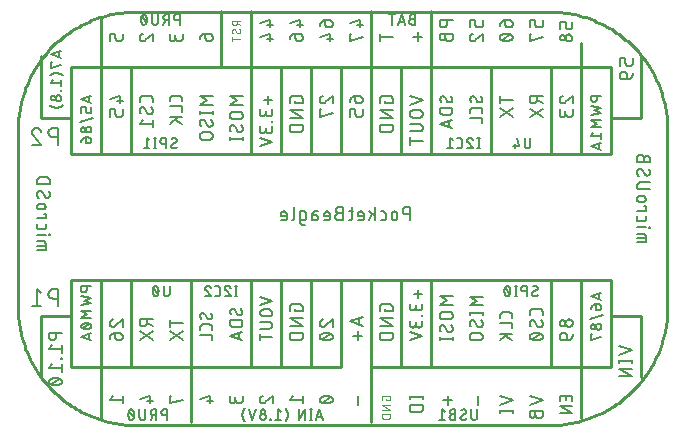
<source format=gbr>
G04 EAGLE Gerber RS-274X export*
G75*
%MOMM*%
%FSLAX34Y34*%
%LPD*%
%INSilkscreen Bottom*%
%IPPOS*%
%AMOC8*
5,1,8,0,0,1.08239X$1,22.5*%
G01*
%ADD10C,0.254000*%
%ADD11C,0.152400*%
%ADD12C,0.127000*%
%ADD13C,0.101600*%
%ADD14C,0.203200*%


D10*
X102450Y452870D02*
X452450Y452870D01*
X454866Y452841D01*
X457281Y452753D01*
X459693Y452607D01*
X462101Y452403D01*
X464504Y452141D01*
X466899Y451821D01*
X469286Y451443D01*
X471663Y451007D01*
X474028Y450514D01*
X476382Y449964D01*
X478721Y449358D01*
X481045Y448695D01*
X483352Y447976D01*
X485641Y447201D01*
X487910Y446372D01*
X490159Y445487D01*
X492386Y444549D01*
X494590Y443557D01*
X496769Y442513D01*
X498922Y441416D01*
X501048Y440267D01*
X503146Y439067D01*
X505214Y437817D01*
X507251Y436517D01*
X509256Y435168D01*
X511229Y433772D01*
X513166Y432328D01*
X515069Y430837D01*
X516934Y429302D01*
X518762Y427721D01*
X520552Y426097D01*
X522301Y424430D01*
X524010Y422721D01*
X525677Y420972D01*
X527301Y419182D01*
X528882Y417354D01*
X530417Y415489D01*
X531908Y413586D01*
X533352Y411649D01*
X534748Y409676D01*
X536097Y407671D01*
X537397Y405634D01*
X538647Y403566D01*
X539847Y401468D01*
X540996Y399342D01*
X542093Y397189D01*
X543137Y395010D01*
X544129Y392806D01*
X545067Y390579D01*
X545952Y388330D01*
X546781Y386061D01*
X547556Y383772D01*
X548275Y381465D01*
X548938Y379141D01*
X549544Y376802D01*
X550094Y374448D01*
X550587Y372083D01*
X551023Y369706D01*
X551401Y367319D01*
X551721Y364924D01*
X551983Y362521D01*
X552187Y360113D01*
X552333Y357701D01*
X552421Y355286D01*
X552450Y352870D01*
X552450Y202870D01*
X552421Y200454D01*
X552333Y198039D01*
X552187Y195627D01*
X551983Y193219D01*
X551721Y190816D01*
X551401Y188421D01*
X551023Y186034D01*
X550587Y183657D01*
X550094Y181292D01*
X549544Y178938D01*
X548938Y176599D01*
X548275Y174275D01*
X547556Y171968D01*
X546781Y169679D01*
X545952Y167410D01*
X545067Y165161D01*
X544129Y162934D01*
X543137Y160730D01*
X542093Y158551D01*
X540996Y156398D01*
X539847Y154272D01*
X538647Y152174D01*
X537397Y150106D01*
X536097Y148069D01*
X534748Y146064D01*
X533352Y144091D01*
X531908Y142154D01*
X530417Y140251D01*
X528882Y138386D01*
X527301Y136558D01*
X525677Y134768D01*
X524010Y133019D01*
X522301Y131310D01*
X520552Y129643D01*
X518762Y128019D01*
X516934Y126438D01*
X515069Y124903D01*
X513166Y123412D01*
X511229Y121968D01*
X509256Y120572D01*
X507251Y119223D01*
X505214Y117923D01*
X503146Y116673D01*
X501048Y115473D01*
X498922Y114324D01*
X496769Y113227D01*
X494590Y112183D01*
X492386Y111191D01*
X490159Y110253D01*
X487910Y109368D01*
X485641Y108539D01*
X483352Y107764D01*
X481045Y107045D01*
X478721Y106382D01*
X476382Y105776D01*
X474028Y105226D01*
X471663Y104733D01*
X469286Y104297D01*
X466899Y103919D01*
X464504Y103599D01*
X462101Y103337D01*
X459693Y103133D01*
X457281Y102987D01*
X454866Y102899D01*
X452450Y102870D01*
X102450Y102870D01*
X100034Y102899D01*
X97619Y102987D01*
X95207Y103133D01*
X92799Y103337D01*
X90396Y103599D01*
X88001Y103919D01*
X85614Y104297D01*
X83237Y104733D01*
X80872Y105226D01*
X78518Y105776D01*
X76179Y106382D01*
X73855Y107045D01*
X71548Y107764D01*
X69259Y108539D01*
X66990Y109368D01*
X64741Y110253D01*
X62514Y111191D01*
X60310Y112183D01*
X58131Y113227D01*
X55978Y114324D01*
X53852Y115473D01*
X51754Y116673D01*
X49686Y117923D01*
X47649Y119223D01*
X45644Y120572D01*
X43671Y121968D01*
X41734Y123412D01*
X39831Y124903D01*
X37966Y126438D01*
X36138Y128019D01*
X34348Y129643D01*
X32599Y131310D01*
X30890Y133019D01*
X29223Y134768D01*
X27599Y136558D01*
X26018Y138386D01*
X24483Y140251D01*
X22992Y142154D01*
X21548Y144091D01*
X20152Y146064D01*
X18803Y148069D01*
X17503Y150106D01*
X16253Y152174D01*
X15053Y154272D01*
X13904Y156398D01*
X12807Y158551D01*
X11763Y160730D01*
X10771Y162934D01*
X9833Y165161D01*
X8948Y167410D01*
X8119Y169679D01*
X7344Y171968D01*
X6625Y174275D01*
X5962Y176599D01*
X5356Y178938D01*
X4806Y181292D01*
X4313Y183657D01*
X3877Y186034D01*
X3499Y188421D01*
X3179Y190816D01*
X2917Y193219D01*
X2713Y195627D01*
X2567Y198039D01*
X2479Y200454D01*
X2450Y202870D01*
X2450Y352870D01*
X2479Y355286D01*
X2567Y357701D01*
X2713Y360113D01*
X2917Y362521D01*
X3179Y364924D01*
X3499Y367319D01*
X3877Y369706D01*
X4313Y372083D01*
X4806Y374448D01*
X5356Y376802D01*
X5962Y379141D01*
X6625Y381465D01*
X7344Y383772D01*
X8119Y386061D01*
X8948Y388330D01*
X9833Y390579D01*
X10771Y392806D01*
X11763Y395010D01*
X12807Y397189D01*
X13904Y399342D01*
X15053Y401468D01*
X16253Y403566D01*
X17503Y405634D01*
X18803Y407671D01*
X20152Y409676D01*
X21548Y411649D01*
X22992Y413586D01*
X24483Y415489D01*
X26018Y417354D01*
X27599Y419182D01*
X29223Y420972D01*
X30890Y422721D01*
X32599Y424430D01*
X34348Y426097D01*
X36138Y427721D01*
X37966Y429302D01*
X39831Y430837D01*
X41734Y432328D01*
X43671Y433772D01*
X45644Y435168D01*
X47649Y436517D01*
X49686Y437817D01*
X51754Y439067D01*
X53852Y440267D01*
X55978Y441416D01*
X58131Y442513D01*
X60310Y443557D01*
X62514Y444549D01*
X64741Y445487D01*
X66990Y446372D01*
X69259Y447201D01*
X71548Y447976D01*
X73855Y448695D01*
X76179Y449358D01*
X78518Y449964D01*
X80872Y450514D01*
X83237Y451007D01*
X85614Y451443D01*
X88001Y451821D01*
X90396Y452141D01*
X92799Y452403D01*
X95207Y452607D01*
X97619Y452753D01*
X100034Y452841D01*
X102450Y452870D01*
D11*
X334518Y287528D02*
X334518Y276352D01*
X334518Y287528D02*
X331414Y287528D01*
X331303Y287526D01*
X331193Y287520D01*
X331082Y287510D01*
X330972Y287496D01*
X330863Y287479D01*
X330754Y287457D01*
X330646Y287432D01*
X330540Y287402D01*
X330434Y287369D01*
X330329Y287332D01*
X330226Y287292D01*
X330125Y287247D01*
X330025Y287200D01*
X329926Y287148D01*
X329830Y287093D01*
X329736Y287035D01*
X329644Y286974D01*
X329554Y286909D01*
X329466Y286841D01*
X329381Y286770D01*
X329299Y286696D01*
X329219Y286619D01*
X329142Y286539D01*
X329068Y286457D01*
X328997Y286372D01*
X328929Y286284D01*
X328864Y286194D01*
X328803Y286102D01*
X328745Y286008D01*
X328690Y285912D01*
X328638Y285813D01*
X328591Y285713D01*
X328546Y285612D01*
X328506Y285509D01*
X328469Y285404D01*
X328436Y285298D01*
X328406Y285192D01*
X328381Y285084D01*
X328359Y284975D01*
X328342Y284866D01*
X328328Y284756D01*
X328318Y284645D01*
X328312Y284535D01*
X328310Y284424D01*
X328312Y284313D01*
X328318Y284203D01*
X328328Y284092D01*
X328342Y283982D01*
X328359Y283873D01*
X328381Y283764D01*
X328406Y283656D01*
X328436Y283550D01*
X328469Y283444D01*
X328506Y283339D01*
X328546Y283236D01*
X328591Y283135D01*
X328638Y283035D01*
X328690Y282936D01*
X328745Y282840D01*
X328803Y282746D01*
X328864Y282654D01*
X328929Y282564D01*
X328997Y282476D01*
X329068Y282391D01*
X329142Y282309D01*
X329219Y282229D01*
X329299Y282152D01*
X329381Y282078D01*
X329466Y282007D01*
X329554Y281939D01*
X329644Y281874D01*
X329736Y281813D01*
X329830Y281755D01*
X329926Y281700D01*
X330025Y281648D01*
X330125Y281601D01*
X330226Y281556D01*
X330329Y281516D01*
X330434Y281479D01*
X330540Y281446D01*
X330646Y281416D01*
X330754Y281391D01*
X330863Y281369D01*
X330972Y281352D01*
X331082Y281338D01*
X331193Y281328D01*
X331303Y281322D01*
X331414Y281320D01*
X331414Y281319D02*
X334518Y281319D01*
X323822Y281319D02*
X323822Y278836D01*
X323822Y281319D02*
X323820Y281418D01*
X323814Y281516D01*
X323804Y281615D01*
X323791Y281712D01*
X323773Y281810D01*
X323752Y281906D01*
X323726Y282002D01*
X323697Y282096D01*
X323665Y282189D01*
X323628Y282281D01*
X323588Y282371D01*
X323544Y282460D01*
X323497Y282547D01*
X323447Y282632D01*
X323393Y282714D01*
X323336Y282795D01*
X323276Y282873D01*
X323212Y282949D01*
X323146Y283022D01*
X323077Y283093D01*
X323005Y283161D01*
X322930Y283225D01*
X322853Y283287D01*
X322774Y283346D01*
X322692Y283401D01*
X322608Y283454D01*
X322523Y283502D01*
X322435Y283548D01*
X322345Y283590D01*
X322254Y283628D01*
X322162Y283662D01*
X322068Y283693D01*
X321973Y283720D01*
X321877Y283744D01*
X321780Y283763D01*
X321683Y283779D01*
X321585Y283791D01*
X321486Y283799D01*
X321387Y283803D01*
X321289Y283803D01*
X321190Y283799D01*
X321091Y283791D01*
X320993Y283779D01*
X320896Y283763D01*
X320799Y283744D01*
X320703Y283720D01*
X320608Y283693D01*
X320514Y283662D01*
X320422Y283628D01*
X320331Y283590D01*
X320241Y283548D01*
X320153Y283502D01*
X320068Y283454D01*
X319984Y283401D01*
X319902Y283346D01*
X319823Y283287D01*
X319746Y283225D01*
X319671Y283161D01*
X319599Y283093D01*
X319530Y283022D01*
X319464Y282949D01*
X319400Y282873D01*
X319340Y282795D01*
X319283Y282714D01*
X319229Y282632D01*
X319179Y282547D01*
X319132Y282460D01*
X319088Y282371D01*
X319048Y282281D01*
X319011Y282189D01*
X318979Y282096D01*
X318950Y282002D01*
X318924Y281906D01*
X318903Y281810D01*
X318885Y281712D01*
X318872Y281615D01*
X318862Y281516D01*
X318856Y281418D01*
X318854Y281319D01*
X318855Y281319D02*
X318855Y278836D01*
X318854Y278836D02*
X318856Y278737D01*
X318862Y278639D01*
X318872Y278540D01*
X318885Y278443D01*
X318903Y278345D01*
X318924Y278249D01*
X318950Y278153D01*
X318979Y278059D01*
X319011Y277966D01*
X319048Y277874D01*
X319088Y277784D01*
X319132Y277695D01*
X319179Y277608D01*
X319229Y277523D01*
X319283Y277441D01*
X319340Y277360D01*
X319400Y277282D01*
X319464Y277206D01*
X319530Y277133D01*
X319599Y277062D01*
X319671Y276994D01*
X319746Y276930D01*
X319823Y276868D01*
X319902Y276809D01*
X319984Y276754D01*
X320068Y276701D01*
X320153Y276653D01*
X320241Y276607D01*
X320331Y276565D01*
X320422Y276527D01*
X320514Y276493D01*
X320608Y276462D01*
X320703Y276435D01*
X320799Y276411D01*
X320896Y276392D01*
X320993Y276376D01*
X321091Y276364D01*
X321190Y276356D01*
X321289Y276352D01*
X321387Y276352D01*
X321486Y276356D01*
X321585Y276364D01*
X321683Y276376D01*
X321780Y276392D01*
X321877Y276411D01*
X321973Y276435D01*
X322068Y276462D01*
X322162Y276493D01*
X322254Y276527D01*
X322345Y276565D01*
X322435Y276607D01*
X322523Y276653D01*
X322608Y276701D01*
X322692Y276754D01*
X322774Y276809D01*
X322853Y276868D01*
X322930Y276930D01*
X323005Y276994D01*
X323077Y277062D01*
X323146Y277133D01*
X323212Y277206D01*
X323276Y277282D01*
X323336Y277360D01*
X323393Y277441D01*
X323447Y277523D01*
X323497Y277608D01*
X323544Y277695D01*
X323588Y277784D01*
X323628Y277874D01*
X323665Y277966D01*
X323697Y278059D01*
X323726Y278153D01*
X323752Y278249D01*
X323773Y278345D01*
X323791Y278443D01*
X323804Y278540D01*
X323814Y278639D01*
X323820Y278737D01*
X323822Y278836D01*
X312037Y276352D02*
X309553Y276352D01*
X312037Y276352D02*
X312121Y276354D01*
X312204Y276360D01*
X312287Y276369D01*
X312370Y276382D01*
X312452Y276399D01*
X312533Y276419D01*
X312613Y276443D01*
X312692Y276471D01*
X312769Y276502D01*
X312845Y276536D01*
X312920Y276574D01*
X312993Y276616D01*
X313063Y276660D01*
X313132Y276708D01*
X313199Y276758D01*
X313263Y276812D01*
X313324Y276868D01*
X313384Y276928D01*
X313440Y276989D01*
X313494Y277053D01*
X313544Y277120D01*
X313592Y277189D01*
X313636Y277259D01*
X313678Y277332D01*
X313716Y277407D01*
X313750Y277483D01*
X313781Y277560D01*
X313809Y277639D01*
X313833Y277719D01*
X313853Y277800D01*
X313870Y277882D01*
X313883Y277965D01*
X313893Y278048D01*
X313898Y278131D01*
X313900Y278215D01*
X313899Y278215D02*
X313899Y281940D01*
X313900Y281940D02*
X313898Y282024D01*
X313893Y282107D01*
X313883Y282190D01*
X313870Y282273D01*
X313853Y282355D01*
X313833Y282436D01*
X313809Y282516D01*
X313781Y282595D01*
X313750Y282672D01*
X313716Y282748D01*
X313678Y282823D01*
X313636Y282896D01*
X313592Y282966D01*
X313544Y283035D01*
X313494Y283102D01*
X313440Y283166D01*
X313384Y283227D01*
X313324Y283287D01*
X313263Y283343D01*
X313199Y283397D01*
X313132Y283447D01*
X313063Y283495D01*
X312993Y283539D01*
X312920Y283581D01*
X312845Y283619D01*
X312769Y283653D01*
X312692Y283684D01*
X312613Y283712D01*
X312533Y283736D01*
X312452Y283756D01*
X312370Y283773D01*
X312287Y283786D01*
X312204Y283796D01*
X312121Y283801D01*
X312037Y283803D01*
X309553Y283803D01*
X304603Y287528D02*
X304603Y276352D01*
X304603Y280077D02*
X299635Y283803D01*
X302429Y281630D02*
X299635Y276352D01*
X293384Y276352D02*
X290280Y276352D01*
X293384Y276352D02*
X293468Y276354D01*
X293551Y276360D01*
X293634Y276369D01*
X293717Y276382D01*
X293799Y276399D01*
X293880Y276419D01*
X293960Y276443D01*
X294039Y276471D01*
X294116Y276502D01*
X294192Y276536D01*
X294267Y276574D01*
X294340Y276616D01*
X294410Y276660D01*
X294479Y276708D01*
X294546Y276758D01*
X294610Y276812D01*
X294671Y276868D01*
X294731Y276928D01*
X294787Y276989D01*
X294841Y277053D01*
X294891Y277120D01*
X294939Y277189D01*
X294983Y277259D01*
X295025Y277332D01*
X295063Y277407D01*
X295097Y277483D01*
X295128Y277560D01*
X295156Y277639D01*
X295180Y277719D01*
X295200Y277800D01*
X295217Y277882D01*
X295230Y277965D01*
X295240Y278048D01*
X295245Y278131D01*
X295247Y278215D01*
X295247Y281319D01*
X295245Y281418D01*
X295239Y281516D01*
X295229Y281615D01*
X295216Y281712D01*
X295198Y281810D01*
X295177Y281906D01*
X295151Y282002D01*
X295122Y282096D01*
X295090Y282189D01*
X295053Y282281D01*
X295013Y282371D01*
X294969Y282460D01*
X294922Y282547D01*
X294872Y282632D01*
X294818Y282714D01*
X294761Y282795D01*
X294701Y282873D01*
X294637Y282949D01*
X294571Y283022D01*
X294502Y283093D01*
X294430Y283161D01*
X294355Y283225D01*
X294278Y283287D01*
X294199Y283346D01*
X294117Y283401D01*
X294033Y283454D01*
X293948Y283502D01*
X293860Y283548D01*
X293770Y283590D01*
X293679Y283628D01*
X293587Y283662D01*
X293493Y283693D01*
X293398Y283720D01*
X293302Y283744D01*
X293205Y283763D01*
X293108Y283779D01*
X293010Y283791D01*
X292911Y283799D01*
X292812Y283803D01*
X292714Y283803D01*
X292615Y283799D01*
X292516Y283791D01*
X292418Y283779D01*
X292321Y283763D01*
X292224Y283744D01*
X292128Y283720D01*
X292033Y283693D01*
X291939Y283662D01*
X291847Y283628D01*
X291756Y283590D01*
X291666Y283548D01*
X291578Y283502D01*
X291493Y283454D01*
X291409Y283401D01*
X291327Y283346D01*
X291248Y283287D01*
X291171Y283225D01*
X291096Y283161D01*
X291024Y283093D01*
X290955Y283022D01*
X290889Y282949D01*
X290825Y282873D01*
X290765Y282795D01*
X290708Y282714D01*
X290654Y282632D01*
X290604Y282547D01*
X290557Y282460D01*
X290513Y282371D01*
X290473Y282281D01*
X290436Y282189D01*
X290404Y282096D01*
X290375Y282002D01*
X290349Y281906D01*
X290328Y281810D01*
X290310Y281712D01*
X290297Y281615D01*
X290287Y281516D01*
X290281Y281418D01*
X290279Y281319D01*
X290280Y281319D02*
X290280Y280077D01*
X295247Y280077D01*
X286360Y283803D02*
X282634Y283803D01*
X285118Y287528D02*
X285118Y278215D01*
X285116Y278131D01*
X285110Y278048D01*
X285101Y277965D01*
X285088Y277882D01*
X285071Y277800D01*
X285051Y277719D01*
X285027Y277639D01*
X284999Y277560D01*
X284968Y277483D01*
X284934Y277407D01*
X284896Y277332D01*
X284854Y277259D01*
X284810Y277189D01*
X284762Y277120D01*
X284712Y277053D01*
X284658Y276989D01*
X284602Y276928D01*
X284542Y276868D01*
X284481Y276812D01*
X284417Y276758D01*
X284350Y276708D01*
X284281Y276660D01*
X284211Y276616D01*
X284138Y276574D01*
X284063Y276536D01*
X283987Y276502D01*
X283910Y276471D01*
X283831Y276443D01*
X283751Y276419D01*
X283670Y276399D01*
X283588Y276382D01*
X283505Y276369D01*
X283422Y276359D01*
X283339Y276354D01*
X283255Y276352D01*
X282634Y276352D01*
X277368Y282561D02*
X274264Y282561D01*
X274264Y282560D02*
X274153Y282558D01*
X274043Y282552D01*
X273932Y282542D01*
X273822Y282528D01*
X273713Y282511D01*
X273604Y282489D01*
X273496Y282464D01*
X273390Y282434D01*
X273284Y282401D01*
X273179Y282364D01*
X273076Y282324D01*
X272975Y282279D01*
X272875Y282232D01*
X272776Y282180D01*
X272680Y282125D01*
X272586Y282067D01*
X272494Y282006D01*
X272404Y281941D01*
X272316Y281873D01*
X272231Y281802D01*
X272149Y281728D01*
X272069Y281651D01*
X271992Y281571D01*
X271918Y281489D01*
X271847Y281404D01*
X271779Y281316D01*
X271714Y281226D01*
X271653Y281134D01*
X271595Y281040D01*
X271540Y280944D01*
X271488Y280845D01*
X271441Y280745D01*
X271396Y280644D01*
X271356Y280541D01*
X271319Y280436D01*
X271286Y280330D01*
X271256Y280224D01*
X271231Y280116D01*
X271209Y280007D01*
X271192Y279898D01*
X271178Y279788D01*
X271168Y279677D01*
X271162Y279567D01*
X271160Y279456D01*
X271162Y279345D01*
X271168Y279235D01*
X271178Y279124D01*
X271192Y279014D01*
X271209Y278905D01*
X271231Y278796D01*
X271256Y278688D01*
X271286Y278582D01*
X271319Y278476D01*
X271356Y278371D01*
X271396Y278268D01*
X271441Y278167D01*
X271488Y278067D01*
X271540Y277968D01*
X271595Y277872D01*
X271653Y277778D01*
X271714Y277686D01*
X271779Y277596D01*
X271847Y277508D01*
X271918Y277423D01*
X271992Y277341D01*
X272069Y277261D01*
X272149Y277184D01*
X272231Y277110D01*
X272316Y277039D01*
X272404Y276971D01*
X272494Y276906D01*
X272586Y276845D01*
X272680Y276787D01*
X272776Y276732D01*
X272875Y276680D01*
X272975Y276633D01*
X273076Y276588D01*
X273179Y276548D01*
X273284Y276511D01*
X273390Y276478D01*
X273496Y276448D01*
X273604Y276423D01*
X273713Y276401D01*
X273822Y276384D01*
X273932Y276370D01*
X274043Y276360D01*
X274153Y276354D01*
X274264Y276352D01*
X277368Y276352D01*
X277368Y287528D01*
X274264Y287528D01*
X274165Y287526D01*
X274067Y287520D01*
X273968Y287510D01*
X273871Y287497D01*
X273773Y287479D01*
X273677Y287458D01*
X273581Y287432D01*
X273487Y287403D01*
X273394Y287371D01*
X273302Y287334D01*
X273212Y287294D01*
X273123Y287250D01*
X273036Y287203D01*
X272951Y287153D01*
X272869Y287099D01*
X272788Y287042D01*
X272710Y286982D01*
X272634Y286918D01*
X272561Y286852D01*
X272490Y286783D01*
X272422Y286711D01*
X272358Y286636D01*
X272296Y286559D01*
X272237Y286480D01*
X272182Y286398D01*
X272129Y286314D01*
X272081Y286229D01*
X272035Y286141D01*
X271993Y286051D01*
X271955Y285960D01*
X271921Y285868D01*
X271890Y285774D01*
X271863Y285679D01*
X271839Y285583D01*
X271820Y285486D01*
X271804Y285389D01*
X271792Y285291D01*
X271784Y285192D01*
X271780Y285093D01*
X271780Y284995D01*
X271784Y284896D01*
X271792Y284797D01*
X271804Y284699D01*
X271820Y284602D01*
X271839Y284505D01*
X271863Y284409D01*
X271890Y284314D01*
X271921Y284220D01*
X271955Y284128D01*
X271993Y284037D01*
X272035Y283947D01*
X272081Y283859D01*
X272129Y283774D01*
X272182Y283690D01*
X272237Y283608D01*
X272296Y283529D01*
X272358Y283452D01*
X272422Y283377D01*
X272490Y283305D01*
X272561Y283236D01*
X272634Y283170D01*
X272710Y283106D01*
X272788Y283046D01*
X272869Y282989D01*
X272951Y282935D01*
X273036Y282885D01*
X273123Y282838D01*
X273212Y282794D01*
X273302Y282754D01*
X273394Y282717D01*
X273487Y282685D01*
X273581Y282656D01*
X273677Y282630D01*
X273773Y282609D01*
X273871Y282591D01*
X273968Y282578D01*
X274067Y282568D01*
X274165Y282562D01*
X274264Y282560D01*
X264809Y276352D02*
X261705Y276352D01*
X264809Y276352D02*
X264893Y276354D01*
X264976Y276360D01*
X265059Y276369D01*
X265142Y276382D01*
X265224Y276399D01*
X265305Y276419D01*
X265385Y276443D01*
X265464Y276471D01*
X265541Y276502D01*
X265617Y276536D01*
X265692Y276574D01*
X265765Y276616D01*
X265835Y276660D01*
X265904Y276708D01*
X265971Y276758D01*
X266035Y276812D01*
X266096Y276868D01*
X266156Y276928D01*
X266212Y276989D01*
X266266Y277053D01*
X266316Y277120D01*
X266364Y277189D01*
X266408Y277259D01*
X266450Y277332D01*
X266488Y277407D01*
X266522Y277483D01*
X266553Y277560D01*
X266581Y277639D01*
X266605Y277719D01*
X266625Y277800D01*
X266642Y277882D01*
X266655Y277965D01*
X266665Y278048D01*
X266670Y278131D01*
X266672Y278215D01*
X266672Y281319D01*
X266670Y281418D01*
X266664Y281516D01*
X266654Y281615D01*
X266641Y281712D01*
X266623Y281810D01*
X266602Y281906D01*
X266576Y282002D01*
X266547Y282096D01*
X266515Y282189D01*
X266478Y282281D01*
X266438Y282371D01*
X266394Y282460D01*
X266347Y282547D01*
X266297Y282632D01*
X266243Y282714D01*
X266186Y282795D01*
X266126Y282873D01*
X266062Y282949D01*
X265996Y283022D01*
X265927Y283093D01*
X265855Y283161D01*
X265780Y283225D01*
X265703Y283287D01*
X265624Y283346D01*
X265542Y283401D01*
X265458Y283454D01*
X265373Y283502D01*
X265285Y283548D01*
X265195Y283590D01*
X265104Y283628D01*
X265012Y283662D01*
X264918Y283693D01*
X264823Y283720D01*
X264727Y283744D01*
X264630Y283763D01*
X264533Y283779D01*
X264435Y283791D01*
X264336Y283799D01*
X264237Y283803D01*
X264139Y283803D01*
X264040Y283799D01*
X263941Y283791D01*
X263843Y283779D01*
X263746Y283763D01*
X263649Y283744D01*
X263553Y283720D01*
X263458Y283693D01*
X263364Y283662D01*
X263272Y283628D01*
X263181Y283590D01*
X263091Y283548D01*
X263003Y283502D01*
X262918Y283454D01*
X262834Y283401D01*
X262752Y283346D01*
X262673Y283287D01*
X262596Y283225D01*
X262521Y283161D01*
X262449Y283093D01*
X262380Y283022D01*
X262314Y282949D01*
X262250Y282873D01*
X262190Y282795D01*
X262133Y282714D01*
X262079Y282632D01*
X262029Y282547D01*
X261982Y282460D01*
X261938Y282371D01*
X261898Y282281D01*
X261861Y282189D01*
X261829Y282096D01*
X261800Y282002D01*
X261774Y281906D01*
X261753Y281810D01*
X261735Y281712D01*
X261722Y281615D01*
X261712Y281516D01*
X261706Y281418D01*
X261704Y281319D01*
X261705Y281319D02*
X261705Y280077D01*
X266672Y280077D01*
X254667Y280698D02*
X251873Y280698D01*
X254667Y280698D02*
X254759Y280696D01*
X254851Y280690D01*
X254943Y280680D01*
X255034Y280667D01*
X255125Y280649D01*
X255215Y280628D01*
X255303Y280603D01*
X255391Y280574D01*
X255477Y280541D01*
X255562Y280505D01*
X255645Y280465D01*
X255727Y280422D01*
X255806Y280375D01*
X255884Y280325D01*
X255959Y280272D01*
X256032Y280216D01*
X256103Y280156D01*
X256171Y280094D01*
X256236Y280029D01*
X256298Y279961D01*
X256358Y279890D01*
X256414Y279817D01*
X256467Y279742D01*
X256517Y279664D01*
X256564Y279585D01*
X256607Y279503D01*
X256647Y279420D01*
X256683Y279335D01*
X256716Y279249D01*
X256745Y279161D01*
X256770Y279073D01*
X256791Y278983D01*
X256809Y278892D01*
X256822Y278801D01*
X256832Y278709D01*
X256838Y278617D01*
X256840Y278525D01*
X256838Y278433D01*
X256832Y278341D01*
X256822Y278249D01*
X256809Y278158D01*
X256791Y278067D01*
X256770Y277977D01*
X256745Y277889D01*
X256716Y277801D01*
X256683Y277715D01*
X256647Y277630D01*
X256607Y277547D01*
X256564Y277465D01*
X256517Y277386D01*
X256467Y277308D01*
X256414Y277233D01*
X256358Y277160D01*
X256298Y277089D01*
X256236Y277021D01*
X256171Y276956D01*
X256103Y276894D01*
X256032Y276834D01*
X255959Y276778D01*
X255884Y276725D01*
X255806Y276675D01*
X255727Y276628D01*
X255645Y276585D01*
X255562Y276545D01*
X255477Y276509D01*
X255391Y276476D01*
X255303Y276447D01*
X255215Y276422D01*
X255125Y276401D01*
X255034Y276383D01*
X254943Y276370D01*
X254851Y276360D01*
X254759Y276354D01*
X254667Y276352D01*
X251873Y276352D01*
X251873Y281940D01*
X251872Y281940D02*
X251874Y282024D01*
X251880Y282107D01*
X251889Y282190D01*
X251902Y282273D01*
X251919Y282355D01*
X251939Y282436D01*
X251963Y282516D01*
X251991Y282595D01*
X252022Y282672D01*
X252056Y282748D01*
X252094Y282823D01*
X252136Y282896D01*
X252180Y282966D01*
X252228Y283035D01*
X252278Y283102D01*
X252332Y283166D01*
X252388Y283227D01*
X252448Y283287D01*
X252509Y283343D01*
X252573Y283397D01*
X252640Y283447D01*
X252709Y283495D01*
X252779Y283539D01*
X252852Y283581D01*
X252927Y283619D01*
X253003Y283653D01*
X253080Y283684D01*
X253159Y283712D01*
X253239Y283736D01*
X253320Y283756D01*
X253402Y283773D01*
X253485Y283786D01*
X253568Y283796D01*
X253651Y283801D01*
X253735Y283803D01*
X256219Y283803D01*
X244690Y276352D02*
X241586Y276352D01*
X244690Y276352D02*
X244774Y276354D01*
X244857Y276360D01*
X244940Y276369D01*
X245023Y276382D01*
X245105Y276399D01*
X245186Y276419D01*
X245266Y276443D01*
X245345Y276471D01*
X245422Y276502D01*
X245498Y276536D01*
X245573Y276574D01*
X245646Y276616D01*
X245716Y276660D01*
X245785Y276708D01*
X245852Y276758D01*
X245916Y276812D01*
X245977Y276868D01*
X246037Y276928D01*
X246093Y276989D01*
X246147Y277053D01*
X246197Y277120D01*
X246245Y277189D01*
X246289Y277259D01*
X246331Y277332D01*
X246369Y277407D01*
X246403Y277483D01*
X246434Y277560D01*
X246462Y277639D01*
X246486Y277719D01*
X246506Y277800D01*
X246523Y277882D01*
X246536Y277965D01*
X246546Y278048D01*
X246551Y278131D01*
X246553Y278215D01*
X246553Y281940D01*
X246551Y282024D01*
X246546Y282107D01*
X246536Y282190D01*
X246523Y282273D01*
X246506Y282355D01*
X246486Y282436D01*
X246462Y282516D01*
X246434Y282595D01*
X246403Y282672D01*
X246369Y282748D01*
X246331Y282823D01*
X246289Y282896D01*
X246245Y282966D01*
X246197Y283035D01*
X246147Y283102D01*
X246093Y283166D01*
X246037Y283227D01*
X245977Y283287D01*
X245916Y283343D01*
X245852Y283397D01*
X245785Y283447D01*
X245716Y283495D01*
X245646Y283539D01*
X245573Y283581D01*
X245498Y283619D01*
X245422Y283653D01*
X245345Y283684D01*
X245266Y283712D01*
X245186Y283736D01*
X245105Y283756D01*
X245023Y283773D01*
X244940Y283786D01*
X244857Y283796D01*
X244774Y283801D01*
X244690Y283803D01*
X241586Y283803D01*
X241586Y274489D01*
X241585Y274489D02*
X241587Y274405D01*
X241592Y274322D01*
X241602Y274239D01*
X241615Y274156D01*
X241632Y274074D01*
X241652Y273993D01*
X241676Y273913D01*
X241704Y273834D01*
X241735Y273757D01*
X241769Y273681D01*
X241807Y273606D01*
X241849Y273533D01*
X241893Y273463D01*
X241941Y273394D01*
X241991Y273327D01*
X242045Y273263D01*
X242101Y273202D01*
X242161Y273142D01*
X242222Y273086D01*
X242286Y273032D01*
X242353Y272982D01*
X242422Y272934D01*
X242492Y272890D01*
X242565Y272848D01*
X242640Y272810D01*
X242716Y272776D01*
X242793Y272745D01*
X242872Y272717D01*
X242952Y272693D01*
X243033Y272673D01*
X243115Y272656D01*
X243198Y272643D01*
X243281Y272633D01*
X243364Y272628D01*
X243448Y272626D01*
X243448Y272627D02*
X245932Y272627D01*
X236100Y278215D02*
X236100Y287528D01*
X236101Y278215D02*
X236099Y278129D01*
X236093Y278043D01*
X236083Y277958D01*
X236069Y277873D01*
X236052Y277788D01*
X236030Y277705D01*
X236004Y277623D01*
X235975Y277542D01*
X235942Y277463D01*
X235906Y277385D01*
X235866Y277308D01*
X235822Y277234D01*
X235775Y277162D01*
X235725Y277092D01*
X235671Y277025D01*
X235615Y276960D01*
X235555Y276898D01*
X235493Y276838D01*
X235428Y276782D01*
X235361Y276728D01*
X235291Y276678D01*
X235219Y276631D01*
X235145Y276587D01*
X235068Y276547D01*
X234991Y276511D01*
X234911Y276478D01*
X234830Y276449D01*
X234748Y276423D01*
X234665Y276401D01*
X234580Y276384D01*
X234495Y276370D01*
X234410Y276360D01*
X234324Y276354D01*
X234238Y276352D01*
X228233Y276352D02*
X225129Y276352D01*
X228233Y276352D02*
X228317Y276354D01*
X228400Y276360D01*
X228483Y276369D01*
X228566Y276382D01*
X228648Y276399D01*
X228729Y276419D01*
X228809Y276443D01*
X228888Y276471D01*
X228965Y276502D01*
X229041Y276536D01*
X229116Y276574D01*
X229189Y276616D01*
X229259Y276660D01*
X229328Y276708D01*
X229395Y276758D01*
X229459Y276812D01*
X229520Y276868D01*
X229580Y276928D01*
X229636Y276989D01*
X229690Y277053D01*
X229740Y277120D01*
X229788Y277189D01*
X229832Y277259D01*
X229874Y277332D01*
X229912Y277407D01*
X229946Y277483D01*
X229977Y277560D01*
X230005Y277639D01*
X230029Y277719D01*
X230049Y277800D01*
X230066Y277882D01*
X230079Y277965D01*
X230089Y278048D01*
X230094Y278131D01*
X230096Y278215D01*
X230096Y281319D01*
X230097Y281319D02*
X230095Y281418D01*
X230089Y281516D01*
X230079Y281615D01*
X230066Y281712D01*
X230048Y281810D01*
X230027Y281906D01*
X230001Y282002D01*
X229972Y282096D01*
X229940Y282189D01*
X229903Y282281D01*
X229863Y282371D01*
X229819Y282460D01*
X229772Y282547D01*
X229722Y282632D01*
X229668Y282714D01*
X229611Y282795D01*
X229551Y282873D01*
X229487Y282949D01*
X229421Y283022D01*
X229352Y283093D01*
X229280Y283161D01*
X229205Y283225D01*
X229128Y283287D01*
X229049Y283346D01*
X228967Y283401D01*
X228883Y283454D01*
X228798Y283502D01*
X228710Y283548D01*
X228620Y283590D01*
X228529Y283628D01*
X228437Y283662D01*
X228343Y283693D01*
X228248Y283720D01*
X228152Y283744D01*
X228055Y283763D01*
X227958Y283779D01*
X227860Y283791D01*
X227761Y283799D01*
X227662Y283803D01*
X227564Y283803D01*
X227465Y283799D01*
X227366Y283791D01*
X227268Y283779D01*
X227171Y283763D01*
X227074Y283744D01*
X226978Y283720D01*
X226883Y283693D01*
X226789Y283662D01*
X226697Y283628D01*
X226606Y283590D01*
X226516Y283548D01*
X226428Y283502D01*
X226343Y283454D01*
X226259Y283401D01*
X226177Y283346D01*
X226098Y283287D01*
X226021Y283225D01*
X225946Y283161D01*
X225874Y283093D01*
X225805Y283022D01*
X225739Y282949D01*
X225675Y282873D01*
X225615Y282795D01*
X225558Y282714D01*
X225504Y282632D01*
X225454Y282547D01*
X225407Y282460D01*
X225363Y282371D01*
X225323Y282281D01*
X225286Y282189D01*
X225254Y282096D01*
X225225Y282002D01*
X225199Y281906D01*
X225178Y281810D01*
X225160Y281712D01*
X225147Y281615D01*
X225137Y281516D01*
X225131Y281418D01*
X225129Y281319D01*
X225129Y280077D01*
X230096Y280077D01*
X526542Y257591D02*
X533993Y257591D01*
X533993Y263179D01*
X533991Y263263D01*
X533986Y263346D01*
X533976Y263429D01*
X533963Y263512D01*
X533946Y263594D01*
X533926Y263675D01*
X533902Y263755D01*
X533874Y263834D01*
X533843Y263911D01*
X533809Y263987D01*
X533771Y264062D01*
X533729Y264135D01*
X533685Y264205D01*
X533637Y264274D01*
X533587Y264341D01*
X533533Y264405D01*
X533477Y264466D01*
X533417Y264526D01*
X533356Y264582D01*
X533292Y264636D01*
X533225Y264686D01*
X533156Y264734D01*
X533086Y264778D01*
X533013Y264820D01*
X532938Y264858D01*
X532862Y264892D01*
X532785Y264923D01*
X532706Y264951D01*
X532626Y264975D01*
X532545Y264995D01*
X532463Y265012D01*
X532380Y265025D01*
X532297Y265035D01*
X532214Y265040D01*
X532130Y265042D01*
X526542Y265042D01*
X526542Y261317D02*
X533993Y261317D01*
X533993Y270461D02*
X526542Y270461D01*
X537097Y270150D02*
X537718Y270150D01*
X537718Y270771D01*
X537097Y270771D01*
X537097Y270150D01*
X526542Y277095D02*
X526542Y279579D01*
X526542Y277095D02*
X526544Y277011D01*
X526549Y276928D01*
X526559Y276845D01*
X526572Y276762D01*
X526589Y276680D01*
X526609Y276599D01*
X526633Y276519D01*
X526661Y276440D01*
X526692Y276363D01*
X526726Y276287D01*
X526764Y276212D01*
X526806Y276139D01*
X526850Y276069D01*
X526898Y276000D01*
X526948Y275933D01*
X527002Y275869D01*
X527058Y275808D01*
X527118Y275748D01*
X527179Y275692D01*
X527243Y275638D01*
X527310Y275588D01*
X527379Y275540D01*
X527449Y275496D01*
X527522Y275454D01*
X527597Y275416D01*
X527673Y275382D01*
X527750Y275351D01*
X527829Y275323D01*
X527909Y275299D01*
X527990Y275279D01*
X528072Y275262D01*
X528155Y275249D01*
X528238Y275239D01*
X528321Y275234D01*
X528405Y275232D01*
X528405Y275233D02*
X532130Y275233D01*
X532130Y275232D02*
X532214Y275234D01*
X532297Y275240D01*
X532380Y275249D01*
X532463Y275262D01*
X532545Y275279D01*
X532626Y275299D01*
X532706Y275323D01*
X532785Y275351D01*
X532862Y275382D01*
X532938Y275416D01*
X533013Y275454D01*
X533086Y275496D01*
X533156Y275540D01*
X533225Y275588D01*
X533292Y275638D01*
X533356Y275692D01*
X533417Y275748D01*
X533477Y275808D01*
X533533Y275869D01*
X533587Y275933D01*
X533637Y276000D01*
X533685Y276069D01*
X533729Y276139D01*
X533771Y276212D01*
X533809Y276287D01*
X533843Y276363D01*
X533874Y276440D01*
X533902Y276519D01*
X533926Y276599D01*
X533946Y276680D01*
X533963Y276762D01*
X533976Y276845D01*
X533986Y276928D01*
X533991Y277011D01*
X533993Y277095D01*
X533993Y279579D01*
X533993Y284443D02*
X526542Y284443D01*
X533993Y284443D02*
X533993Y288168D01*
X532751Y288168D01*
X531509Y291980D02*
X529026Y291980D01*
X531509Y291980D02*
X531608Y291982D01*
X531706Y291988D01*
X531805Y291998D01*
X531902Y292011D01*
X532000Y292029D01*
X532096Y292050D01*
X532192Y292076D01*
X532286Y292105D01*
X532379Y292137D01*
X532471Y292174D01*
X532561Y292214D01*
X532650Y292258D01*
X532737Y292305D01*
X532822Y292355D01*
X532904Y292409D01*
X532985Y292466D01*
X533063Y292526D01*
X533139Y292590D01*
X533212Y292656D01*
X533283Y292725D01*
X533351Y292797D01*
X533415Y292872D01*
X533477Y292949D01*
X533536Y293028D01*
X533591Y293110D01*
X533644Y293194D01*
X533692Y293279D01*
X533738Y293367D01*
X533780Y293457D01*
X533818Y293548D01*
X533852Y293640D01*
X533883Y293734D01*
X533910Y293829D01*
X533934Y293925D01*
X533953Y294022D01*
X533969Y294119D01*
X533981Y294217D01*
X533989Y294316D01*
X533993Y294415D01*
X533993Y294513D01*
X533989Y294612D01*
X533981Y294711D01*
X533969Y294809D01*
X533953Y294906D01*
X533934Y295003D01*
X533910Y295099D01*
X533883Y295194D01*
X533852Y295288D01*
X533818Y295380D01*
X533780Y295471D01*
X533738Y295561D01*
X533692Y295649D01*
X533644Y295734D01*
X533591Y295818D01*
X533536Y295900D01*
X533477Y295979D01*
X533415Y296056D01*
X533351Y296131D01*
X533283Y296203D01*
X533212Y296272D01*
X533139Y296338D01*
X533063Y296402D01*
X532985Y296462D01*
X532904Y296519D01*
X532822Y296573D01*
X532737Y296623D01*
X532650Y296670D01*
X532561Y296714D01*
X532471Y296754D01*
X532379Y296791D01*
X532286Y296823D01*
X532192Y296852D01*
X532096Y296878D01*
X532000Y296899D01*
X531902Y296917D01*
X531805Y296930D01*
X531706Y296940D01*
X531608Y296946D01*
X531509Y296948D01*
X531509Y296947D02*
X529026Y296947D01*
X529026Y296948D02*
X528927Y296946D01*
X528829Y296940D01*
X528730Y296930D01*
X528633Y296917D01*
X528535Y296899D01*
X528439Y296878D01*
X528343Y296852D01*
X528249Y296823D01*
X528156Y296791D01*
X528064Y296754D01*
X527974Y296714D01*
X527885Y296670D01*
X527798Y296623D01*
X527713Y296573D01*
X527631Y296519D01*
X527550Y296462D01*
X527472Y296402D01*
X527396Y296338D01*
X527323Y296272D01*
X527252Y296203D01*
X527184Y296131D01*
X527120Y296056D01*
X527058Y295979D01*
X526999Y295900D01*
X526944Y295818D01*
X526891Y295734D01*
X526843Y295649D01*
X526797Y295561D01*
X526755Y295471D01*
X526717Y295380D01*
X526683Y295288D01*
X526652Y295194D01*
X526625Y295099D01*
X526601Y295003D01*
X526582Y294906D01*
X526566Y294809D01*
X526554Y294711D01*
X526546Y294612D01*
X526542Y294513D01*
X526542Y294415D01*
X526546Y294316D01*
X526554Y294217D01*
X526566Y294119D01*
X526582Y294022D01*
X526601Y293925D01*
X526625Y293829D01*
X526652Y293734D01*
X526683Y293640D01*
X526717Y293548D01*
X526755Y293457D01*
X526797Y293367D01*
X526843Y293279D01*
X526891Y293194D01*
X526944Y293110D01*
X526999Y293028D01*
X527058Y292949D01*
X527120Y292872D01*
X527184Y292797D01*
X527252Y292725D01*
X527323Y292656D01*
X527396Y292590D01*
X527472Y292526D01*
X527550Y292466D01*
X527631Y292409D01*
X527713Y292355D01*
X527798Y292305D01*
X527885Y292258D01*
X527974Y292214D01*
X528064Y292174D01*
X528156Y292137D01*
X528249Y292105D01*
X528343Y292076D01*
X528439Y292050D01*
X528535Y292029D01*
X528633Y292011D01*
X528730Y291998D01*
X528829Y291988D01*
X528927Y291982D01*
X529026Y291980D01*
X529646Y302408D02*
X537718Y302408D01*
X529646Y302409D02*
X529535Y302411D01*
X529425Y302417D01*
X529314Y302427D01*
X529204Y302441D01*
X529095Y302458D01*
X528986Y302480D01*
X528878Y302505D01*
X528772Y302535D01*
X528666Y302568D01*
X528561Y302605D01*
X528458Y302645D01*
X528357Y302690D01*
X528257Y302737D01*
X528158Y302789D01*
X528062Y302844D01*
X527968Y302902D01*
X527876Y302963D01*
X527786Y303028D01*
X527698Y303096D01*
X527613Y303167D01*
X527531Y303241D01*
X527451Y303318D01*
X527374Y303398D01*
X527300Y303480D01*
X527229Y303565D01*
X527161Y303653D01*
X527096Y303743D01*
X527035Y303835D01*
X526977Y303929D01*
X526922Y304025D01*
X526870Y304124D01*
X526823Y304224D01*
X526778Y304325D01*
X526738Y304428D01*
X526701Y304533D01*
X526668Y304639D01*
X526638Y304745D01*
X526613Y304853D01*
X526591Y304962D01*
X526574Y305071D01*
X526560Y305181D01*
X526550Y305292D01*
X526544Y305402D01*
X526542Y305513D01*
X526544Y305624D01*
X526550Y305734D01*
X526560Y305845D01*
X526574Y305955D01*
X526591Y306064D01*
X526613Y306173D01*
X526638Y306281D01*
X526668Y306387D01*
X526701Y306493D01*
X526738Y306598D01*
X526778Y306701D01*
X526823Y306802D01*
X526870Y306902D01*
X526922Y307001D01*
X526977Y307097D01*
X527035Y307191D01*
X527096Y307283D01*
X527161Y307373D01*
X527229Y307461D01*
X527300Y307546D01*
X527374Y307628D01*
X527451Y307708D01*
X527531Y307785D01*
X527613Y307859D01*
X527698Y307930D01*
X527786Y307998D01*
X527876Y308063D01*
X527968Y308124D01*
X528062Y308182D01*
X528158Y308237D01*
X528257Y308289D01*
X528357Y308336D01*
X528458Y308381D01*
X528561Y308421D01*
X528666Y308458D01*
X528772Y308491D01*
X528878Y308521D01*
X528986Y308546D01*
X529095Y308568D01*
X529204Y308585D01*
X529314Y308599D01*
X529425Y308609D01*
X529535Y308615D01*
X529646Y308617D01*
X537718Y308617D01*
X526542Y317563D02*
X526544Y317661D01*
X526550Y317758D01*
X526559Y317855D01*
X526573Y317952D01*
X526590Y318048D01*
X526611Y318143D01*
X526635Y318237D01*
X526664Y318331D01*
X526696Y318423D01*
X526731Y318514D01*
X526770Y318603D01*
X526813Y318691D01*
X526859Y318777D01*
X526908Y318861D01*
X526961Y318943D01*
X527016Y319023D01*
X527075Y319101D01*
X527137Y319176D01*
X527202Y319249D01*
X527270Y319319D01*
X527340Y319387D01*
X527413Y319452D01*
X527488Y319514D01*
X527566Y319573D01*
X527646Y319628D01*
X527728Y319681D01*
X527812Y319730D01*
X527898Y319776D01*
X527986Y319819D01*
X528075Y319858D01*
X528166Y319893D01*
X528258Y319925D01*
X528352Y319954D01*
X528446Y319978D01*
X528541Y319999D01*
X528637Y320016D01*
X528734Y320030D01*
X528831Y320039D01*
X528928Y320045D01*
X529026Y320047D01*
X526542Y317563D02*
X526544Y317420D01*
X526550Y317277D01*
X526559Y317135D01*
X526573Y316993D01*
X526591Y316851D01*
X526612Y316710D01*
X526637Y316569D01*
X526666Y316429D01*
X526699Y316290D01*
X526735Y316152D01*
X526776Y316015D01*
X526820Y315879D01*
X526867Y315745D01*
X526919Y315611D01*
X526973Y315480D01*
X527032Y315349D01*
X527094Y315221D01*
X527159Y315094D01*
X527228Y314969D01*
X527301Y314845D01*
X527376Y314724D01*
X527455Y314605D01*
X527537Y314488D01*
X527623Y314374D01*
X527711Y314262D01*
X527802Y314152D01*
X527897Y314045D01*
X527994Y313940D01*
X528094Y313838D01*
X535234Y314148D02*
X535332Y314150D01*
X535429Y314156D01*
X535526Y314165D01*
X535623Y314179D01*
X535719Y314196D01*
X535814Y314217D01*
X535908Y314241D01*
X536002Y314270D01*
X536094Y314302D01*
X536185Y314337D01*
X536274Y314376D01*
X536362Y314419D01*
X536448Y314465D01*
X536532Y314514D01*
X536614Y314567D01*
X536694Y314622D01*
X536772Y314681D01*
X536847Y314743D01*
X536920Y314808D01*
X536990Y314876D01*
X537058Y314946D01*
X537123Y315019D01*
X537185Y315094D01*
X537244Y315172D01*
X537299Y315252D01*
X537352Y315334D01*
X537401Y315418D01*
X537447Y315504D01*
X537490Y315592D01*
X537529Y315681D01*
X537564Y315772D01*
X537596Y315864D01*
X537625Y315958D01*
X537649Y316052D01*
X537670Y316147D01*
X537687Y316243D01*
X537701Y316340D01*
X537710Y316437D01*
X537716Y316534D01*
X537718Y316632D01*
X537716Y316762D01*
X537711Y316892D01*
X537702Y317022D01*
X537689Y317152D01*
X537673Y317281D01*
X537653Y317410D01*
X537629Y317538D01*
X537602Y317666D01*
X537571Y317792D01*
X537537Y317918D01*
X537499Y318043D01*
X537458Y318166D01*
X537413Y318289D01*
X537365Y318410D01*
X537314Y318530D01*
X537259Y318648D01*
X537201Y318764D01*
X537140Y318879D01*
X537075Y318993D01*
X537008Y319104D01*
X536937Y319213D01*
X536863Y319321D01*
X536787Y319426D01*
X533061Y315391D02*
X533112Y315308D01*
X533166Y315227D01*
X533223Y315149D01*
X533283Y315073D01*
X533346Y314999D01*
X533412Y314928D01*
X533480Y314859D01*
X533551Y314793D01*
X533624Y314729D01*
X533700Y314669D01*
X533778Y314612D01*
X533859Y314557D01*
X533941Y314506D01*
X534025Y314458D01*
X534111Y314413D01*
X534199Y314371D01*
X534288Y314333D01*
X534378Y314299D01*
X534470Y314267D01*
X534563Y314240D01*
X534657Y314216D01*
X534752Y314195D01*
X534848Y314179D01*
X534944Y314166D01*
X535040Y314156D01*
X535137Y314151D01*
X535234Y314149D01*
X531199Y318805D02*
X531148Y318888D01*
X531094Y318969D01*
X531037Y319047D01*
X530977Y319123D01*
X530914Y319197D01*
X530848Y319268D01*
X530780Y319337D01*
X530709Y319403D01*
X530636Y319467D01*
X530560Y319527D01*
X530482Y319584D01*
X530401Y319639D01*
X530319Y319690D01*
X530235Y319738D01*
X530149Y319783D01*
X530061Y319825D01*
X529972Y319863D01*
X529882Y319897D01*
X529790Y319929D01*
X529697Y319956D01*
X529603Y319980D01*
X529508Y320001D01*
X529412Y320017D01*
X529316Y320030D01*
X529220Y320040D01*
X529123Y320045D01*
X529026Y320047D01*
X531199Y318805D02*
X533061Y315390D01*
X532751Y325480D02*
X532751Y328584D01*
X532750Y328584D02*
X532748Y328695D01*
X532742Y328805D01*
X532732Y328916D01*
X532718Y329026D01*
X532701Y329135D01*
X532679Y329244D01*
X532654Y329352D01*
X532624Y329458D01*
X532591Y329564D01*
X532554Y329669D01*
X532514Y329772D01*
X532469Y329873D01*
X532422Y329973D01*
X532370Y330072D01*
X532315Y330168D01*
X532257Y330262D01*
X532196Y330354D01*
X532131Y330444D01*
X532063Y330532D01*
X531992Y330617D01*
X531918Y330699D01*
X531841Y330779D01*
X531761Y330856D01*
X531679Y330930D01*
X531594Y331001D01*
X531506Y331069D01*
X531416Y331134D01*
X531324Y331195D01*
X531230Y331253D01*
X531134Y331308D01*
X531035Y331360D01*
X530935Y331407D01*
X530834Y331452D01*
X530731Y331492D01*
X530626Y331529D01*
X530520Y331562D01*
X530414Y331592D01*
X530306Y331617D01*
X530197Y331639D01*
X530088Y331656D01*
X529978Y331670D01*
X529867Y331680D01*
X529757Y331686D01*
X529646Y331688D01*
X529535Y331686D01*
X529425Y331680D01*
X529314Y331670D01*
X529204Y331656D01*
X529095Y331639D01*
X528986Y331617D01*
X528878Y331592D01*
X528772Y331562D01*
X528666Y331529D01*
X528561Y331492D01*
X528458Y331452D01*
X528357Y331407D01*
X528257Y331360D01*
X528158Y331308D01*
X528062Y331253D01*
X527968Y331195D01*
X527876Y331134D01*
X527786Y331069D01*
X527698Y331001D01*
X527613Y330930D01*
X527531Y330856D01*
X527451Y330779D01*
X527374Y330699D01*
X527300Y330617D01*
X527229Y330532D01*
X527161Y330444D01*
X527096Y330354D01*
X527035Y330262D01*
X526977Y330168D01*
X526922Y330072D01*
X526870Y329973D01*
X526823Y329873D01*
X526778Y329772D01*
X526738Y329669D01*
X526701Y329564D01*
X526668Y329458D01*
X526638Y329352D01*
X526613Y329244D01*
X526591Y329135D01*
X526574Y329026D01*
X526560Y328916D01*
X526550Y328805D01*
X526544Y328695D01*
X526542Y328584D01*
X526542Y325480D01*
X537718Y325480D01*
X537718Y328584D01*
X537716Y328683D01*
X537710Y328781D01*
X537700Y328880D01*
X537687Y328977D01*
X537669Y329075D01*
X537648Y329171D01*
X537622Y329267D01*
X537593Y329361D01*
X537561Y329454D01*
X537524Y329546D01*
X537484Y329636D01*
X537440Y329725D01*
X537393Y329812D01*
X537343Y329897D01*
X537289Y329979D01*
X537232Y330060D01*
X537172Y330138D01*
X537108Y330214D01*
X537042Y330287D01*
X536973Y330358D01*
X536901Y330426D01*
X536826Y330490D01*
X536749Y330552D01*
X536670Y330611D01*
X536588Y330666D01*
X536504Y330719D01*
X536419Y330767D01*
X536331Y330813D01*
X536241Y330855D01*
X536150Y330893D01*
X536058Y330927D01*
X535964Y330958D01*
X535869Y330985D01*
X535773Y331009D01*
X535676Y331028D01*
X535579Y331044D01*
X535481Y331056D01*
X535382Y331064D01*
X535283Y331068D01*
X535185Y331068D01*
X535086Y331064D01*
X534987Y331056D01*
X534889Y331044D01*
X534792Y331028D01*
X534695Y331009D01*
X534599Y330985D01*
X534504Y330958D01*
X534410Y330927D01*
X534318Y330893D01*
X534227Y330855D01*
X534137Y330813D01*
X534049Y330767D01*
X533964Y330719D01*
X533880Y330666D01*
X533798Y330611D01*
X533719Y330552D01*
X533642Y330490D01*
X533567Y330426D01*
X533495Y330358D01*
X533426Y330287D01*
X533360Y330214D01*
X533296Y330138D01*
X533236Y330060D01*
X533179Y329979D01*
X533125Y329897D01*
X533075Y329812D01*
X533028Y329725D01*
X532984Y329636D01*
X532944Y329546D01*
X532907Y329454D01*
X532875Y329361D01*
X532846Y329267D01*
X532820Y329171D01*
X532799Y329075D01*
X532781Y328977D01*
X532768Y328880D01*
X532758Y328781D01*
X532752Y328683D01*
X532750Y328584D01*
X25993Y251093D02*
X18542Y251093D01*
X25993Y251093D02*
X25993Y256681D01*
X25991Y256765D01*
X25986Y256848D01*
X25976Y256931D01*
X25963Y257014D01*
X25946Y257096D01*
X25926Y257177D01*
X25902Y257257D01*
X25874Y257336D01*
X25843Y257413D01*
X25809Y257489D01*
X25771Y257564D01*
X25729Y257637D01*
X25685Y257707D01*
X25637Y257776D01*
X25587Y257843D01*
X25533Y257907D01*
X25477Y257968D01*
X25417Y258028D01*
X25356Y258084D01*
X25292Y258138D01*
X25225Y258188D01*
X25156Y258236D01*
X25086Y258280D01*
X25013Y258322D01*
X24938Y258360D01*
X24862Y258394D01*
X24785Y258425D01*
X24706Y258453D01*
X24626Y258477D01*
X24545Y258497D01*
X24463Y258514D01*
X24380Y258527D01*
X24297Y258537D01*
X24214Y258542D01*
X24130Y258544D01*
X18542Y258544D01*
X18542Y254819D02*
X25993Y254819D01*
X25993Y263963D02*
X18542Y263963D01*
X29097Y263652D02*
X29718Y263652D01*
X29718Y264273D01*
X29097Y264273D01*
X29097Y263652D01*
X18542Y270597D02*
X18542Y273081D01*
X18542Y270597D02*
X18544Y270513D01*
X18549Y270430D01*
X18559Y270347D01*
X18572Y270264D01*
X18589Y270182D01*
X18609Y270101D01*
X18633Y270021D01*
X18661Y269942D01*
X18692Y269865D01*
X18726Y269789D01*
X18764Y269714D01*
X18806Y269641D01*
X18850Y269571D01*
X18898Y269502D01*
X18948Y269435D01*
X19002Y269371D01*
X19058Y269310D01*
X19118Y269250D01*
X19179Y269194D01*
X19243Y269140D01*
X19310Y269090D01*
X19379Y269042D01*
X19449Y268998D01*
X19522Y268956D01*
X19597Y268918D01*
X19673Y268884D01*
X19750Y268853D01*
X19829Y268825D01*
X19909Y268801D01*
X19990Y268781D01*
X20072Y268764D01*
X20155Y268751D01*
X20238Y268741D01*
X20321Y268736D01*
X20405Y268734D01*
X20405Y268735D02*
X24130Y268735D01*
X24130Y268734D02*
X24214Y268736D01*
X24297Y268742D01*
X24380Y268751D01*
X24463Y268764D01*
X24545Y268781D01*
X24626Y268801D01*
X24706Y268825D01*
X24785Y268853D01*
X24862Y268884D01*
X24938Y268918D01*
X25013Y268956D01*
X25086Y268998D01*
X25156Y269042D01*
X25225Y269090D01*
X25292Y269140D01*
X25356Y269194D01*
X25417Y269250D01*
X25477Y269310D01*
X25533Y269371D01*
X25587Y269435D01*
X25637Y269502D01*
X25685Y269571D01*
X25729Y269641D01*
X25771Y269714D01*
X25809Y269789D01*
X25843Y269865D01*
X25874Y269942D01*
X25902Y270021D01*
X25926Y270101D01*
X25946Y270182D01*
X25963Y270264D01*
X25976Y270347D01*
X25986Y270430D01*
X25991Y270513D01*
X25993Y270597D01*
X25993Y273081D01*
X25993Y277945D02*
X18542Y277945D01*
X25993Y277945D02*
X25993Y281670D01*
X24751Y281670D01*
X23509Y285482D02*
X21026Y285482D01*
X23509Y285481D02*
X23608Y285483D01*
X23706Y285489D01*
X23805Y285499D01*
X23902Y285512D01*
X24000Y285530D01*
X24096Y285551D01*
X24192Y285577D01*
X24286Y285606D01*
X24379Y285638D01*
X24471Y285675D01*
X24561Y285715D01*
X24650Y285759D01*
X24737Y285806D01*
X24822Y285856D01*
X24904Y285910D01*
X24985Y285967D01*
X25063Y286027D01*
X25139Y286091D01*
X25212Y286157D01*
X25283Y286226D01*
X25351Y286298D01*
X25415Y286373D01*
X25477Y286450D01*
X25536Y286529D01*
X25591Y286611D01*
X25644Y286695D01*
X25692Y286780D01*
X25738Y286868D01*
X25780Y286958D01*
X25818Y287049D01*
X25852Y287141D01*
X25883Y287235D01*
X25910Y287330D01*
X25934Y287426D01*
X25953Y287523D01*
X25969Y287620D01*
X25981Y287718D01*
X25989Y287817D01*
X25993Y287916D01*
X25993Y288014D01*
X25989Y288113D01*
X25981Y288212D01*
X25969Y288310D01*
X25953Y288407D01*
X25934Y288504D01*
X25910Y288600D01*
X25883Y288695D01*
X25852Y288789D01*
X25818Y288881D01*
X25780Y288972D01*
X25738Y289062D01*
X25692Y289150D01*
X25644Y289235D01*
X25591Y289319D01*
X25536Y289401D01*
X25477Y289480D01*
X25415Y289557D01*
X25351Y289632D01*
X25283Y289704D01*
X25212Y289773D01*
X25139Y289839D01*
X25063Y289903D01*
X24985Y289963D01*
X24904Y290020D01*
X24822Y290074D01*
X24737Y290124D01*
X24650Y290171D01*
X24561Y290215D01*
X24471Y290255D01*
X24379Y290292D01*
X24286Y290324D01*
X24192Y290353D01*
X24096Y290379D01*
X24000Y290400D01*
X23902Y290418D01*
X23805Y290431D01*
X23706Y290441D01*
X23608Y290447D01*
X23509Y290449D01*
X21026Y290449D01*
X20927Y290447D01*
X20829Y290441D01*
X20730Y290431D01*
X20633Y290418D01*
X20535Y290400D01*
X20439Y290379D01*
X20343Y290353D01*
X20249Y290324D01*
X20156Y290292D01*
X20064Y290255D01*
X19974Y290215D01*
X19885Y290171D01*
X19798Y290124D01*
X19713Y290074D01*
X19631Y290020D01*
X19550Y289963D01*
X19472Y289903D01*
X19396Y289839D01*
X19323Y289773D01*
X19252Y289704D01*
X19184Y289632D01*
X19120Y289557D01*
X19058Y289480D01*
X18999Y289401D01*
X18944Y289319D01*
X18891Y289235D01*
X18843Y289150D01*
X18797Y289062D01*
X18755Y288972D01*
X18717Y288881D01*
X18683Y288789D01*
X18652Y288695D01*
X18625Y288600D01*
X18601Y288504D01*
X18582Y288407D01*
X18566Y288310D01*
X18554Y288212D01*
X18546Y288113D01*
X18542Y288014D01*
X18542Y287916D01*
X18546Y287817D01*
X18554Y287718D01*
X18566Y287620D01*
X18582Y287523D01*
X18601Y287426D01*
X18625Y287330D01*
X18652Y287235D01*
X18683Y287141D01*
X18717Y287049D01*
X18755Y286958D01*
X18797Y286868D01*
X18843Y286780D01*
X18891Y286695D01*
X18944Y286611D01*
X18999Y286529D01*
X19058Y286450D01*
X19120Y286373D01*
X19184Y286298D01*
X19252Y286226D01*
X19323Y286157D01*
X19396Y286091D01*
X19472Y286027D01*
X19550Y285967D01*
X19631Y285910D01*
X19713Y285856D01*
X19798Y285806D01*
X19885Y285759D01*
X19974Y285715D01*
X20064Y285675D01*
X20156Y285638D01*
X20249Y285606D01*
X20343Y285577D01*
X20439Y285551D01*
X20535Y285530D01*
X20633Y285512D01*
X20730Y285499D01*
X20829Y285489D01*
X20927Y285483D01*
X21026Y285481D01*
X18542Y298873D02*
X18544Y298971D01*
X18550Y299068D01*
X18559Y299165D01*
X18573Y299262D01*
X18590Y299358D01*
X18611Y299453D01*
X18635Y299547D01*
X18664Y299641D01*
X18696Y299733D01*
X18731Y299824D01*
X18770Y299913D01*
X18813Y300001D01*
X18859Y300087D01*
X18908Y300171D01*
X18961Y300253D01*
X19016Y300333D01*
X19075Y300411D01*
X19137Y300486D01*
X19202Y300559D01*
X19270Y300629D01*
X19340Y300697D01*
X19413Y300762D01*
X19488Y300824D01*
X19566Y300883D01*
X19646Y300938D01*
X19728Y300991D01*
X19812Y301040D01*
X19898Y301086D01*
X19986Y301129D01*
X20075Y301168D01*
X20166Y301203D01*
X20258Y301235D01*
X20352Y301264D01*
X20446Y301288D01*
X20541Y301309D01*
X20637Y301326D01*
X20734Y301340D01*
X20831Y301349D01*
X20928Y301355D01*
X21026Y301357D01*
X18542Y298873D02*
X18544Y298730D01*
X18550Y298587D01*
X18559Y298445D01*
X18573Y298303D01*
X18591Y298161D01*
X18612Y298020D01*
X18637Y297879D01*
X18666Y297739D01*
X18699Y297600D01*
X18735Y297462D01*
X18776Y297325D01*
X18820Y297189D01*
X18867Y297055D01*
X18919Y296921D01*
X18973Y296790D01*
X19032Y296659D01*
X19094Y296531D01*
X19159Y296404D01*
X19228Y296279D01*
X19301Y296155D01*
X19376Y296034D01*
X19455Y295915D01*
X19537Y295798D01*
X19623Y295684D01*
X19711Y295572D01*
X19802Y295462D01*
X19897Y295355D01*
X19994Y295250D01*
X20094Y295148D01*
X27234Y295458D02*
X27332Y295460D01*
X27429Y295466D01*
X27526Y295475D01*
X27623Y295489D01*
X27719Y295506D01*
X27814Y295527D01*
X27908Y295551D01*
X28002Y295580D01*
X28094Y295612D01*
X28185Y295647D01*
X28274Y295686D01*
X28362Y295729D01*
X28448Y295775D01*
X28532Y295824D01*
X28614Y295877D01*
X28694Y295932D01*
X28772Y295991D01*
X28847Y296053D01*
X28920Y296118D01*
X28990Y296186D01*
X29058Y296256D01*
X29123Y296329D01*
X29185Y296404D01*
X29244Y296482D01*
X29299Y296562D01*
X29352Y296644D01*
X29401Y296728D01*
X29447Y296814D01*
X29490Y296902D01*
X29529Y296991D01*
X29564Y297082D01*
X29596Y297174D01*
X29625Y297268D01*
X29649Y297362D01*
X29670Y297457D01*
X29687Y297553D01*
X29701Y297650D01*
X29710Y297747D01*
X29716Y297844D01*
X29718Y297942D01*
X29716Y298072D01*
X29711Y298202D01*
X29702Y298332D01*
X29689Y298462D01*
X29673Y298591D01*
X29653Y298720D01*
X29629Y298848D01*
X29602Y298976D01*
X29571Y299102D01*
X29537Y299228D01*
X29499Y299353D01*
X29458Y299476D01*
X29413Y299599D01*
X29365Y299720D01*
X29314Y299840D01*
X29259Y299958D01*
X29201Y300074D01*
X29140Y300189D01*
X29075Y300303D01*
X29008Y300414D01*
X28937Y300523D01*
X28863Y300631D01*
X28787Y300736D01*
X25061Y296701D02*
X25112Y296618D01*
X25166Y296537D01*
X25223Y296459D01*
X25283Y296383D01*
X25346Y296309D01*
X25412Y296238D01*
X25480Y296169D01*
X25551Y296103D01*
X25624Y296039D01*
X25700Y295979D01*
X25778Y295922D01*
X25859Y295867D01*
X25941Y295816D01*
X26025Y295768D01*
X26111Y295723D01*
X26199Y295681D01*
X26288Y295643D01*
X26378Y295609D01*
X26470Y295577D01*
X26563Y295550D01*
X26657Y295526D01*
X26752Y295505D01*
X26848Y295489D01*
X26944Y295476D01*
X27040Y295466D01*
X27137Y295461D01*
X27234Y295459D01*
X23199Y300114D02*
X23148Y300197D01*
X23094Y300278D01*
X23037Y300356D01*
X22977Y300432D01*
X22914Y300506D01*
X22848Y300577D01*
X22780Y300646D01*
X22709Y300712D01*
X22636Y300776D01*
X22560Y300836D01*
X22482Y300893D01*
X22401Y300948D01*
X22319Y300999D01*
X22235Y301047D01*
X22149Y301092D01*
X22061Y301134D01*
X21972Y301172D01*
X21882Y301206D01*
X21790Y301238D01*
X21697Y301265D01*
X21603Y301289D01*
X21508Y301310D01*
X21412Y301326D01*
X21316Y301339D01*
X21220Y301349D01*
X21123Y301354D01*
X21026Y301356D01*
X23199Y300115D02*
X25061Y296700D01*
X29718Y306578D02*
X18542Y306578D01*
X29718Y306578D02*
X29718Y309682D01*
X29716Y309793D01*
X29710Y309903D01*
X29700Y310014D01*
X29686Y310124D01*
X29669Y310233D01*
X29647Y310342D01*
X29622Y310450D01*
X29592Y310556D01*
X29559Y310662D01*
X29522Y310767D01*
X29482Y310870D01*
X29437Y310971D01*
X29390Y311071D01*
X29338Y311170D01*
X29283Y311266D01*
X29225Y311360D01*
X29164Y311452D01*
X29099Y311542D01*
X29031Y311630D01*
X28960Y311715D01*
X28886Y311797D01*
X28809Y311877D01*
X28729Y311954D01*
X28647Y312028D01*
X28562Y312099D01*
X28474Y312167D01*
X28384Y312232D01*
X28292Y312293D01*
X28198Y312351D01*
X28102Y312406D01*
X28003Y312458D01*
X27903Y312505D01*
X27802Y312550D01*
X27699Y312590D01*
X27594Y312627D01*
X27488Y312660D01*
X27382Y312690D01*
X27274Y312715D01*
X27165Y312737D01*
X27056Y312754D01*
X26946Y312768D01*
X26835Y312778D01*
X26725Y312784D01*
X26614Y312786D01*
X26614Y312787D02*
X21646Y312787D01*
X21646Y312786D02*
X21535Y312784D01*
X21425Y312778D01*
X21314Y312768D01*
X21204Y312754D01*
X21095Y312737D01*
X20986Y312715D01*
X20878Y312690D01*
X20772Y312660D01*
X20666Y312627D01*
X20561Y312590D01*
X20458Y312550D01*
X20357Y312505D01*
X20257Y312458D01*
X20158Y312406D01*
X20062Y312351D01*
X19968Y312293D01*
X19876Y312232D01*
X19786Y312167D01*
X19698Y312099D01*
X19613Y312028D01*
X19531Y311954D01*
X19451Y311877D01*
X19374Y311797D01*
X19300Y311715D01*
X19229Y311630D01*
X19161Y311542D01*
X19096Y311452D01*
X19035Y311360D01*
X18977Y311266D01*
X18922Y311170D01*
X18870Y311071D01*
X18823Y310971D01*
X18778Y310870D01*
X18738Y310767D01*
X18701Y310662D01*
X18668Y310556D01*
X18638Y310450D01*
X18613Y310342D01*
X18591Y310233D01*
X18574Y310124D01*
X18560Y310014D01*
X18550Y309903D01*
X18544Y309793D01*
X18542Y309682D01*
X18542Y306578D01*
D10*
X301498Y152146D02*
X326898Y152146D01*
X352298Y152146D01*
X453898Y152146D01*
X479298Y152146D01*
X276098Y152146D02*
X276098Y225806D01*
X276098Y152146D02*
X250698Y152146D01*
X225298Y152146D01*
X199898Y152146D01*
X149098Y152146D01*
X98298Y152146D01*
X72898Y152146D01*
X301498Y406146D02*
X326898Y406146D01*
X352298Y406146D01*
X403098Y406146D01*
X453898Y406146D01*
X301498Y406146D02*
X276098Y406146D01*
X250698Y406146D01*
X225298Y406146D01*
X199898Y406146D01*
X174498Y406146D01*
X98298Y406146D01*
X72898Y406146D01*
X479298Y152146D02*
X479298Y109220D01*
X301498Y105410D02*
X301498Y152146D01*
X149098Y152146D02*
X149098Y105410D01*
X72898Y109220D02*
X72898Y152146D01*
X98298Y152146D02*
X98298Y225806D01*
X149098Y225806D02*
X149098Y152146D01*
X199898Y152146D02*
X199898Y225806D01*
X301498Y225806D02*
X301498Y152146D01*
X453898Y152146D02*
X453898Y225806D01*
X453898Y332486D02*
X453898Y406146D01*
X403098Y406146D02*
X403098Y332486D01*
X352298Y332486D02*
X352298Y406146D01*
X301498Y406146D02*
X301498Y332486D01*
X352298Y406146D02*
X352298Y453136D01*
X301498Y453136D02*
X301498Y406146D01*
X72898Y406146D02*
X72898Y448056D01*
X174498Y453136D02*
X174498Y406146D01*
X199898Y406146D02*
X199898Y332486D01*
X98298Y332486D02*
X98298Y406146D01*
X250698Y225806D02*
X250698Y152146D01*
X250698Y332486D02*
X250698Y406146D01*
D12*
X257848Y116205D02*
X260812Y107315D01*
X254885Y107315D02*
X257848Y116205D01*
X255626Y109538D02*
X260071Y109538D01*
X250533Y107315D02*
X250533Y116205D01*
X251521Y107315D02*
X249545Y107315D01*
X249545Y116205D02*
X251521Y116205D01*
X245383Y116205D02*
X245383Y107315D01*
X240444Y107315D02*
X245383Y116205D01*
X240444Y116205D02*
X240444Y107315D01*
X231069Y111760D02*
X231067Y111963D01*
X231059Y112167D01*
X231047Y112370D01*
X231030Y112573D01*
X231008Y112775D01*
X230981Y112976D01*
X230949Y113177D01*
X230913Y113377D01*
X230872Y113577D01*
X230826Y113775D01*
X230775Y113972D01*
X230719Y114168D01*
X230659Y114362D01*
X230594Y114555D01*
X230524Y114746D01*
X230450Y114935D01*
X230372Y115123D01*
X230289Y115309D01*
X230201Y115492D01*
X230109Y115674D01*
X230013Y115853D01*
X229912Y116030D01*
X229807Y116204D01*
X229698Y116376D01*
X229585Y116545D01*
X229468Y116711D01*
X229347Y116875D01*
X229222Y117035D01*
X229093Y117193D01*
X231069Y111760D02*
X231067Y111557D01*
X231059Y111353D01*
X231047Y111150D01*
X231030Y110947D01*
X231008Y110745D01*
X230981Y110544D01*
X230949Y110343D01*
X230913Y110143D01*
X230872Y109943D01*
X230826Y109745D01*
X230775Y109548D01*
X230719Y109352D01*
X230659Y109158D01*
X230594Y108965D01*
X230524Y108774D01*
X230450Y108585D01*
X230372Y108397D01*
X230289Y108211D01*
X230201Y108028D01*
X230109Y107846D01*
X230013Y107667D01*
X229912Y107490D01*
X229807Y107316D01*
X229698Y107144D01*
X229585Y106975D01*
X229468Y106809D01*
X229347Y106645D01*
X229222Y106485D01*
X229093Y106327D01*
X225266Y114229D02*
X222797Y116205D01*
X222797Y107315D01*
X225266Y107315D02*
X220327Y107315D01*
X216643Y107315D02*
X216643Y107809D01*
X216149Y107809D01*
X216149Y107315D01*
X216643Y107315D01*
X212464Y109784D02*
X212462Y109882D01*
X212456Y109980D01*
X212446Y110078D01*
X212433Y110175D01*
X212415Y110272D01*
X212394Y110368D01*
X212369Y110462D01*
X212340Y110556D01*
X212308Y110649D01*
X212271Y110740D01*
X212232Y110830D01*
X212188Y110918D01*
X212141Y111004D01*
X212091Y111089D01*
X212038Y111171D01*
X211981Y111251D01*
X211921Y111329D01*
X211858Y111404D01*
X211792Y111477D01*
X211723Y111547D01*
X211652Y111614D01*
X211578Y111679D01*
X211501Y111740D01*
X211422Y111799D01*
X211341Y111854D01*
X211258Y111906D01*
X211172Y111954D01*
X211085Y111999D01*
X210996Y112041D01*
X210906Y112079D01*
X210814Y112113D01*
X210721Y112144D01*
X210626Y112171D01*
X210531Y112194D01*
X210434Y112214D01*
X210338Y112229D01*
X210240Y112241D01*
X210142Y112249D01*
X210044Y112253D01*
X209946Y112253D01*
X209848Y112249D01*
X209750Y112241D01*
X209652Y112229D01*
X209556Y112214D01*
X209459Y112194D01*
X209364Y112171D01*
X209269Y112144D01*
X209176Y112113D01*
X209084Y112079D01*
X208994Y112041D01*
X208905Y111999D01*
X208818Y111954D01*
X208732Y111906D01*
X208649Y111854D01*
X208568Y111799D01*
X208489Y111740D01*
X208412Y111679D01*
X208338Y111614D01*
X208267Y111547D01*
X208198Y111477D01*
X208132Y111404D01*
X208069Y111329D01*
X208009Y111251D01*
X207952Y111171D01*
X207899Y111089D01*
X207849Y111004D01*
X207802Y110918D01*
X207758Y110830D01*
X207719Y110740D01*
X207682Y110649D01*
X207650Y110556D01*
X207621Y110462D01*
X207596Y110368D01*
X207575Y110272D01*
X207557Y110175D01*
X207544Y110078D01*
X207534Y109980D01*
X207528Y109882D01*
X207526Y109784D01*
X207528Y109686D01*
X207534Y109588D01*
X207544Y109490D01*
X207557Y109393D01*
X207575Y109296D01*
X207596Y109200D01*
X207621Y109106D01*
X207650Y109012D01*
X207682Y108919D01*
X207719Y108828D01*
X207758Y108738D01*
X207802Y108650D01*
X207849Y108564D01*
X207899Y108479D01*
X207952Y108397D01*
X208009Y108317D01*
X208069Y108239D01*
X208132Y108164D01*
X208198Y108091D01*
X208267Y108021D01*
X208338Y107954D01*
X208412Y107889D01*
X208489Y107828D01*
X208568Y107769D01*
X208649Y107714D01*
X208732Y107662D01*
X208818Y107614D01*
X208905Y107569D01*
X208994Y107527D01*
X209084Y107489D01*
X209176Y107455D01*
X209269Y107424D01*
X209364Y107397D01*
X209459Y107374D01*
X209556Y107354D01*
X209652Y107339D01*
X209750Y107327D01*
X209848Y107319D01*
X209946Y107315D01*
X210044Y107315D01*
X210142Y107319D01*
X210240Y107327D01*
X210338Y107339D01*
X210434Y107354D01*
X210531Y107374D01*
X210626Y107397D01*
X210721Y107424D01*
X210814Y107455D01*
X210906Y107489D01*
X210996Y107527D01*
X211085Y107569D01*
X211172Y107614D01*
X211258Y107662D01*
X211341Y107714D01*
X211422Y107769D01*
X211501Y107828D01*
X211578Y107889D01*
X211652Y107954D01*
X211723Y108021D01*
X211792Y108091D01*
X211858Y108164D01*
X211921Y108239D01*
X211981Y108317D01*
X212038Y108397D01*
X212091Y108479D01*
X212141Y108564D01*
X212188Y108650D01*
X212232Y108738D01*
X212271Y108828D01*
X212308Y108919D01*
X212340Y109012D01*
X212369Y109106D01*
X212394Y109200D01*
X212415Y109296D01*
X212433Y109393D01*
X212446Y109490D01*
X212456Y109588D01*
X212462Y109686D01*
X212464Y109784D01*
X211971Y114229D02*
X211969Y114316D01*
X211963Y114404D01*
X211954Y114491D01*
X211940Y114577D01*
X211923Y114663D01*
X211902Y114747D01*
X211877Y114831D01*
X211848Y114914D01*
X211816Y114995D01*
X211781Y115075D01*
X211742Y115153D01*
X211699Y115230D01*
X211653Y115304D01*
X211604Y115376D01*
X211552Y115446D01*
X211496Y115514D01*
X211438Y115579D01*
X211377Y115642D01*
X211313Y115701D01*
X211246Y115758D01*
X211178Y115812D01*
X211106Y115863D01*
X211033Y115910D01*
X210958Y115955D01*
X210880Y115996D01*
X210801Y116033D01*
X210721Y116067D01*
X210639Y116097D01*
X210556Y116124D01*
X210471Y116147D01*
X210386Y116166D01*
X210300Y116181D01*
X210213Y116193D01*
X210126Y116201D01*
X210039Y116205D01*
X209951Y116205D01*
X209864Y116201D01*
X209777Y116193D01*
X209690Y116181D01*
X209604Y116166D01*
X209519Y116147D01*
X209434Y116124D01*
X209351Y116097D01*
X209269Y116067D01*
X209189Y116033D01*
X209110Y115996D01*
X209032Y115955D01*
X208957Y115910D01*
X208884Y115863D01*
X208812Y115812D01*
X208744Y115758D01*
X208677Y115701D01*
X208613Y115642D01*
X208552Y115579D01*
X208494Y115514D01*
X208438Y115446D01*
X208386Y115376D01*
X208337Y115304D01*
X208291Y115230D01*
X208248Y115153D01*
X208209Y115075D01*
X208174Y114995D01*
X208142Y114914D01*
X208113Y114831D01*
X208088Y114747D01*
X208067Y114663D01*
X208050Y114577D01*
X208036Y114491D01*
X208027Y114404D01*
X208021Y114316D01*
X208019Y114229D01*
X208021Y114142D01*
X208027Y114054D01*
X208036Y113967D01*
X208050Y113881D01*
X208067Y113795D01*
X208088Y113711D01*
X208113Y113627D01*
X208142Y113544D01*
X208174Y113463D01*
X208209Y113383D01*
X208248Y113305D01*
X208291Y113228D01*
X208337Y113154D01*
X208386Y113082D01*
X208438Y113012D01*
X208494Y112944D01*
X208552Y112879D01*
X208613Y112816D01*
X208677Y112757D01*
X208744Y112700D01*
X208812Y112646D01*
X208884Y112595D01*
X208957Y112548D01*
X209032Y112503D01*
X209110Y112462D01*
X209189Y112425D01*
X209269Y112391D01*
X209351Y112361D01*
X209434Y112334D01*
X209519Y112311D01*
X209604Y112292D01*
X209690Y112277D01*
X209777Y112265D01*
X209864Y112257D01*
X209951Y112253D01*
X210039Y112253D01*
X210126Y112257D01*
X210213Y112265D01*
X210300Y112277D01*
X210386Y112292D01*
X210471Y112311D01*
X210556Y112334D01*
X210639Y112361D01*
X210721Y112391D01*
X210801Y112425D01*
X210880Y112462D01*
X210958Y112503D01*
X211033Y112548D01*
X211106Y112595D01*
X211178Y112646D01*
X211246Y112700D01*
X211313Y112757D01*
X211377Y112816D01*
X211438Y112879D01*
X211496Y112944D01*
X211552Y113012D01*
X211604Y113082D01*
X211653Y113154D01*
X211699Y113228D01*
X211742Y113305D01*
X211781Y113383D01*
X211816Y113463D01*
X211848Y113544D01*
X211877Y113627D01*
X211902Y113711D01*
X211923Y113795D01*
X211940Y113881D01*
X211954Y113967D01*
X211963Y114054D01*
X211969Y114142D01*
X211971Y114229D01*
X203814Y116205D02*
X200851Y107315D01*
X197888Y116205D01*
X192578Y111760D02*
X192580Y111557D01*
X192588Y111353D01*
X192600Y111150D01*
X192617Y110947D01*
X192639Y110745D01*
X192666Y110544D01*
X192698Y110343D01*
X192734Y110143D01*
X192775Y109943D01*
X192821Y109745D01*
X192872Y109548D01*
X192928Y109352D01*
X192988Y109158D01*
X193053Y108965D01*
X193123Y108774D01*
X193197Y108585D01*
X193275Y108397D01*
X193358Y108211D01*
X193446Y108028D01*
X193538Y107846D01*
X193634Y107667D01*
X193735Y107490D01*
X193840Y107316D01*
X193949Y107144D01*
X194062Y106975D01*
X194179Y106809D01*
X194300Y106645D01*
X194425Y106485D01*
X194554Y106327D01*
X192578Y111760D02*
X192580Y111963D01*
X192588Y112167D01*
X192600Y112370D01*
X192617Y112573D01*
X192639Y112775D01*
X192666Y112976D01*
X192698Y113177D01*
X192734Y113377D01*
X192775Y113577D01*
X192821Y113775D01*
X192872Y113972D01*
X192928Y114168D01*
X192988Y114362D01*
X193053Y114555D01*
X193123Y114746D01*
X193197Y114935D01*
X193275Y115123D01*
X193358Y115309D01*
X193446Y115492D01*
X193538Y115674D01*
X193634Y115853D01*
X193735Y116030D01*
X193840Y116204D01*
X193949Y116376D01*
X194062Y116545D01*
X194179Y116711D01*
X194300Y116875D01*
X194425Y117035D01*
X194554Y117193D01*
D13*
X190881Y445409D02*
X183769Y445409D01*
X183769Y443433D01*
X183771Y443346D01*
X183777Y443258D01*
X183786Y443171D01*
X183800Y443085D01*
X183817Y442999D01*
X183838Y442915D01*
X183863Y442831D01*
X183892Y442748D01*
X183924Y442667D01*
X183959Y442587D01*
X183998Y442509D01*
X184041Y442432D01*
X184087Y442358D01*
X184136Y442286D01*
X184188Y442216D01*
X184244Y442148D01*
X184302Y442083D01*
X184363Y442020D01*
X184427Y441961D01*
X184494Y441904D01*
X184562Y441850D01*
X184634Y441799D01*
X184707Y441752D01*
X184782Y441707D01*
X184860Y441666D01*
X184939Y441629D01*
X185019Y441595D01*
X185101Y441565D01*
X185184Y441538D01*
X185269Y441515D01*
X185354Y441496D01*
X185440Y441481D01*
X185527Y441469D01*
X185614Y441461D01*
X185701Y441457D01*
X185789Y441457D01*
X185876Y441461D01*
X185963Y441469D01*
X186050Y441481D01*
X186136Y441496D01*
X186221Y441515D01*
X186306Y441538D01*
X186389Y441565D01*
X186471Y441595D01*
X186551Y441629D01*
X186630Y441666D01*
X186708Y441707D01*
X186783Y441752D01*
X186856Y441799D01*
X186928Y441850D01*
X186996Y441904D01*
X187063Y441961D01*
X187127Y442020D01*
X187188Y442083D01*
X187246Y442148D01*
X187302Y442216D01*
X187354Y442286D01*
X187403Y442358D01*
X187449Y442432D01*
X187492Y442509D01*
X187531Y442587D01*
X187566Y442667D01*
X187598Y442748D01*
X187627Y442831D01*
X187652Y442915D01*
X187673Y442999D01*
X187690Y443085D01*
X187704Y443171D01*
X187713Y443258D01*
X187719Y443346D01*
X187721Y443433D01*
X187720Y443433D02*
X187720Y445409D01*
X187720Y443038D02*
X190881Y441458D01*
X190881Y436027D02*
X190879Y435949D01*
X190873Y435872D01*
X190864Y435795D01*
X190851Y435719D01*
X190834Y435643D01*
X190813Y435568D01*
X190789Y435495D01*
X190761Y435422D01*
X190729Y435351D01*
X190694Y435282D01*
X190656Y435215D01*
X190615Y435149D01*
X190570Y435086D01*
X190522Y435025D01*
X190472Y434966D01*
X190418Y434910D01*
X190362Y434856D01*
X190303Y434806D01*
X190242Y434758D01*
X190179Y434713D01*
X190113Y434672D01*
X190046Y434634D01*
X189977Y434599D01*
X189906Y434567D01*
X189833Y434539D01*
X189760Y434515D01*
X189685Y434494D01*
X189609Y434477D01*
X189533Y434464D01*
X189456Y434455D01*
X189379Y434449D01*
X189301Y434447D01*
X190881Y436027D02*
X190879Y436142D01*
X190873Y436256D01*
X190863Y436370D01*
X190850Y436484D01*
X190832Y436597D01*
X190810Y436710D01*
X190785Y436822D01*
X190756Y436933D01*
X190723Y437042D01*
X190686Y437151D01*
X190646Y437258D01*
X190602Y437364D01*
X190554Y437468D01*
X190503Y437571D01*
X190448Y437671D01*
X190390Y437770D01*
X190328Y437867D01*
X190264Y437961D01*
X190196Y438054D01*
X190124Y438144D01*
X190050Y438231D01*
X189973Y438316D01*
X189893Y438398D01*
X185349Y438201D02*
X185271Y438199D01*
X185194Y438193D01*
X185117Y438184D01*
X185041Y438171D01*
X184965Y438154D01*
X184890Y438133D01*
X184816Y438109D01*
X184744Y438081D01*
X184673Y438049D01*
X184604Y438014D01*
X184536Y437976D01*
X184471Y437935D01*
X184407Y437890D01*
X184346Y437842D01*
X184287Y437791D01*
X184231Y437738D01*
X184178Y437682D01*
X184127Y437623D01*
X184079Y437562D01*
X184034Y437498D01*
X183993Y437433D01*
X183955Y437365D01*
X183920Y437296D01*
X183888Y437225D01*
X183860Y437153D01*
X183836Y437079D01*
X183815Y437004D01*
X183798Y436928D01*
X183785Y436852D01*
X183776Y436775D01*
X183770Y436698D01*
X183768Y436620D01*
X183769Y436620D02*
X183771Y436514D01*
X183777Y436408D01*
X183786Y436303D01*
X183799Y436198D01*
X183816Y436093D01*
X183837Y435989D01*
X183861Y435886D01*
X183889Y435784D01*
X183921Y435683D01*
X183956Y435583D01*
X183995Y435485D01*
X184038Y435387D01*
X184083Y435292D01*
X184132Y435198D01*
X184185Y435106D01*
X184241Y435016D01*
X184300Y434928D01*
X184362Y434842D01*
X186732Y437410D02*
X186690Y437477D01*
X186645Y437542D01*
X186596Y437605D01*
X186545Y437666D01*
X186490Y437723D01*
X186433Y437778D01*
X186373Y437831D01*
X186311Y437880D01*
X186246Y437926D01*
X186180Y437968D01*
X186111Y438008D01*
X186040Y438044D01*
X185967Y438076D01*
X185893Y438105D01*
X185818Y438130D01*
X185742Y438151D01*
X185664Y438169D01*
X185586Y438182D01*
X185507Y438192D01*
X185428Y438198D01*
X185349Y438200D01*
X187918Y435237D02*
X187960Y435170D01*
X188005Y435105D01*
X188054Y435042D01*
X188105Y434981D01*
X188160Y434924D01*
X188217Y434869D01*
X188277Y434816D01*
X188339Y434767D01*
X188404Y434721D01*
X188470Y434679D01*
X188539Y434639D01*
X188610Y434603D01*
X188683Y434571D01*
X188757Y434542D01*
X188832Y434517D01*
X188908Y434496D01*
X188986Y434478D01*
X189064Y434465D01*
X189143Y434455D01*
X189222Y434449D01*
X189301Y434447D01*
X187918Y435237D02*
X186732Y437410D01*
X183769Y429839D02*
X190881Y429839D01*
X183769Y431814D02*
X183769Y427863D01*
D11*
X283337Y190669D02*
X294513Y194395D01*
X294513Y186944D02*
X283337Y190669D01*
X291719Y187875D02*
X291719Y193463D01*
X290167Y182203D02*
X290167Y174752D01*
X293892Y178477D02*
X286441Y178477D01*
X260731Y186182D02*
X260627Y186184D01*
X260522Y186190D01*
X260418Y186200D01*
X260315Y186213D01*
X260212Y186231D01*
X260109Y186252D01*
X260008Y186277D01*
X259907Y186306D01*
X259808Y186339D01*
X259710Y186375D01*
X259614Y186415D01*
X259519Y186459D01*
X259425Y186506D01*
X259334Y186556D01*
X259245Y186610D01*
X259157Y186667D01*
X259072Y186728D01*
X258989Y186792D01*
X258909Y186858D01*
X258831Y186928D01*
X258755Y187000D01*
X258683Y187076D01*
X258613Y187154D01*
X258547Y187234D01*
X258483Y187317D01*
X258422Y187402D01*
X258365Y187490D01*
X258311Y187579D01*
X258261Y187670D01*
X258214Y187764D01*
X258170Y187859D01*
X258130Y187955D01*
X258094Y188053D01*
X258061Y188152D01*
X258032Y188253D01*
X258007Y188354D01*
X257986Y188457D01*
X257968Y188560D01*
X257955Y188663D01*
X257945Y188767D01*
X257939Y188872D01*
X257937Y188976D01*
X257939Y189095D01*
X257945Y189213D01*
X257955Y189332D01*
X257968Y189450D01*
X257986Y189567D01*
X258008Y189684D01*
X258033Y189800D01*
X258062Y189915D01*
X258095Y190030D01*
X258132Y190143D01*
X258172Y190254D01*
X258216Y190365D01*
X258264Y190473D01*
X258315Y190580D01*
X258370Y190686D01*
X258429Y190789D01*
X258490Y190891D01*
X258555Y190990D01*
X258624Y191088D01*
X258695Y191182D01*
X258770Y191275D01*
X258847Y191365D01*
X258928Y191452D01*
X259011Y191537D01*
X259097Y191619D01*
X259186Y191698D01*
X259277Y191774D01*
X259371Y191847D01*
X259467Y191916D01*
X259566Y191983D01*
X259666Y192046D01*
X259769Y192106D01*
X259873Y192163D01*
X259980Y192215D01*
X260088Y192265D01*
X260197Y192311D01*
X260309Y192353D01*
X260421Y192391D01*
X262904Y187113D02*
X262830Y187038D01*
X262753Y186966D01*
X262674Y186896D01*
X262592Y186829D01*
X262508Y186765D01*
X262422Y186704D01*
X262334Y186646D01*
X262243Y186591D01*
X262151Y186539D01*
X262057Y186491D01*
X261962Y186446D01*
X261864Y186404D01*
X261766Y186366D01*
X261666Y186331D01*
X261565Y186300D01*
X261463Y186273D01*
X261360Y186249D01*
X261257Y186228D01*
X261152Y186212D01*
X261047Y186199D01*
X260942Y186189D01*
X260837Y186184D01*
X260731Y186182D01*
X262904Y187113D02*
X269113Y192391D01*
X269113Y186182D01*
X263525Y180961D02*
X263305Y180958D01*
X263085Y180951D01*
X262866Y180937D01*
X262647Y180919D01*
X262428Y180895D01*
X262210Y180867D01*
X261993Y180833D01*
X261777Y180794D01*
X261561Y180749D01*
X261347Y180700D01*
X261134Y180645D01*
X260922Y180586D01*
X260712Y180521D01*
X260504Y180451D01*
X260297Y180377D01*
X260092Y180297D01*
X259889Y180213D01*
X259688Y180124D01*
X259489Y180030D01*
X259489Y180029D02*
X259400Y179996D01*
X259312Y179960D01*
X259226Y179920D01*
X259141Y179877D01*
X259059Y179830D01*
X258978Y179779D01*
X258900Y179726D01*
X258824Y179669D01*
X258750Y179609D01*
X258679Y179546D01*
X258610Y179481D01*
X258544Y179412D01*
X258482Y179341D01*
X258422Y179267D01*
X258365Y179191D01*
X258311Y179113D01*
X258261Y179032D01*
X258214Y178950D01*
X258171Y178865D01*
X258131Y178779D01*
X258094Y178691D01*
X258062Y178602D01*
X258033Y178512D01*
X258007Y178420D01*
X257986Y178328D01*
X257968Y178234D01*
X257955Y178140D01*
X257945Y178046D01*
X257939Y177951D01*
X257937Y177856D01*
X257939Y177761D01*
X257945Y177666D01*
X257955Y177572D01*
X257968Y177478D01*
X257986Y177384D01*
X258007Y177292D01*
X258033Y177200D01*
X258062Y177110D01*
X258094Y177021D01*
X258131Y176933D01*
X258171Y176847D01*
X258214Y176762D01*
X258261Y176680D01*
X258311Y176599D01*
X258365Y176521D01*
X258422Y176445D01*
X258482Y176371D01*
X258544Y176300D01*
X258610Y176231D01*
X258679Y176166D01*
X258750Y176103D01*
X258824Y176043D01*
X258900Y175986D01*
X258978Y175933D01*
X259059Y175882D01*
X259141Y175835D01*
X259226Y175792D01*
X259312Y175752D01*
X259400Y175716D01*
X259489Y175683D01*
X259688Y175589D01*
X259889Y175500D01*
X260092Y175416D01*
X260297Y175336D01*
X260504Y175262D01*
X260712Y175192D01*
X260922Y175127D01*
X261134Y175068D01*
X261347Y175013D01*
X261561Y174964D01*
X261777Y174919D01*
X261993Y174880D01*
X262210Y174846D01*
X262428Y174818D01*
X262647Y174794D01*
X262866Y174776D01*
X263085Y174762D01*
X263305Y174755D01*
X263525Y174752D01*
X263525Y180961D02*
X263745Y180958D01*
X263965Y180951D01*
X264184Y180937D01*
X264403Y180919D01*
X264622Y180895D01*
X264840Y180867D01*
X265057Y180833D01*
X265273Y180794D01*
X265489Y180749D01*
X265703Y180700D01*
X265916Y180645D01*
X266128Y180586D01*
X266338Y180521D01*
X266546Y180451D01*
X266753Y180377D01*
X266958Y180297D01*
X267161Y180213D01*
X267362Y180124D01*
X267561Y180030D01*
X267561Y180029D02*
X267650Y179996D01*
X267738Y179960D01*
X267824Y179920D01*
X267909Y179877D01*
X267991Y179830D01*
X268072Y179779D01*
X268150Y179726D01*
X268226Y179669D01*
X268300Y179609D01*
X268371Y179546D01*
X268440Y179481D01*
X268506Y179412D01*
X268568Y179341D01*
X268628Y179267D01*
X268685Y179191D01*
X268739Y179113D01*
X268789Y179032D01*
X268836Y178950D01*
X268879Y178865D01*
X268919Y178779D01*
X268956Y178691D01*
X268988Y178602D01*
X269017Y178512D01*
X269043Y178420D01*
X269064Y178328D01*
X269082Y178234D01*
X269095Y178140D01*
X269105Y178046D01*
X269111Y177951D01*
X269113Y177856D01*
X267561Y175683D02*
X267362Y175589D01*
X267161Y175500D01*
X266958Y175416D01*
X266753Y175336D01*
X266546Y175262D01*
X266338Y175192D01*
X266128Y175127D01*
X265916Y175068D01*
X265703Y175013D01*
X265489Y174964D01*
X265273Y174919D01*
X265057Y174880D01*
X264840Y174846D01*
X264622Y174818D01*
X264403Y174794D01*
X264184Y174776D01*
X263965Y174762D01*
X263745Y174755D01*
X263525Y174752D01*
X267561Y175683D02*
X267650Y175716D01*
X267738Y175752D01*
X267824Y175792D01*
X267909Y175835D01*
X267991Y175882D01*
X268072Y175933D01*
X268150Y175986D01*
X268226Y176043D01*
X268300Y176103D01*
X268371Y176166D01*
X268440Y176231D01*
X268506Y176300D01*
X268568Y176371D01*
X268628Y176445D01*
X268685Y176521D01*
X268739Y176599D01*
X268789Y176680D01*
X268836Y176762D01*
X268879Y176847D01*
X268919Y176933D01*
X268956Y177021D01*
X268988Y177110D01*
X269017Y177200D01*
X269043Y177292D01*
X269064Y177384D01*
X269082Y177478D01*
X269095Y177572D01*
X269105Y177666D01*
X269111Y177761D01*
X269113Y177856D01*
X266629Y180340D02*
X260421Y175373D01*
X237504Y199136D02*
X237504Y200999D01*
X237504Y199136D02*
X243713Y199136D01*
X243713Y202861D01*
X243711Y202959D01*
X243705Y203056D01*
X243696Y203153D01*
X243682Y203250D01*
X243665Y203346D01*
X243644Y203441D01*
X243620Y203535D01*
X243591Y203629D01*
X243559Y203721D01*
X243524Y203812D01*
X243485Y203901D01*
X243442Y203989D01*
X243396Y204075D01*
X243347Y204159D01*
X243294Y204241D01*
X243239Y204321D01*
X243180Y204399D01*
X243118Y204474D01*
X243053Y204547D01*
X242985Y204617D01*
X242915Y204685D01*
X242842Y204750D01*
X242767Y204812D01*
X242689Y204871D01*
X242609Y204926D01*
X242527Y204979D01*
X242443Y205028D01*
X242357Y205074D01*
X242269Y205117D01*
X242180Y205156D01*
X242089Y205191D01*
X241997Y205223D01*
X241903Y205252D01*
X241809Y205276D01*
X241714Y205297D01*
X241618Y205314D01*
X241521Y205328D01*
X241424Y205337D01*
X241327Y205343D01*
X241229Y205345D01*
X235021Y205345D01*
X234923Y205343D01*
X234826Y205337D01*
X234729Y205328D01*
X234632Y205314D01*
X234536Y205297D01*
X234441Y205276D01*
X234347Y205252D01*
X234253Y205223D01*
X234161Y205191D01*
X234070Y205156D01*
X233981Y205117D01*
X233893Y205074D01*
X233807Y205028D01*
X233723Y204979D01*
X233641Y204926D01*
X233561Y204871D01*
X233483Y204812D01*
X233408Y204750D01*
X233335Y204685D01*
X233265Y204617D01*
X233197Y204547D01*
X233132Y204474D01*
X233070Y204399D01*
X233011Y204321D01*
X232956Y204241D01*
X232903Y204159D01*
X232854Y204075D01*
X232808Y203989D01*
X232765Y203901D01*
X232726Y203812D01*
X232691Y203721D01*
X232659Y203629D01*
X232630Y203535D01*
X232606Y203441D01*
X232585Y203346D01*
X232568Y203250D01*
X232554Y203153D01*
X232545Y203056D01*
X232539Y202959D01*
X232537Y202861D01*
X232537Y199136D01*
X232537Y193153D02*
X243713Y193153D01*
X243713Y186944D02*
X232537Y193153D01*
X232537Y186944D02*
X243713Y186944D01*
X243713Y180961D02*
X232537Y180961D01*
X232537Y177856D01*
X232539Y177748D01*
X232545Y177639D01*
X232554Y177532D01*
X232567Y177424D01*
X232584Y177317D01*
X232605Y177211D01*
X232629Y177105D01*
X232657Y177000D01*
X232689Y176897D01*
X232724Y176794D01*
X232763Y176693D01*
X232805Y176593D01*
X232851Y176495D01*
X232900Y176399D01*
X232953Y176304D01*
X233009Y176211D01*
X233068Y176120D01*
X233130Y176032D01*
X233195Y175945D01*
X233263Y175861D01*
X233334Y175779D01*
X233408Y175700D01*
X233485Y175623D01*
X233564Y175549D01*
X233646Y175478D01*
X233730Y175410D01*
X233817Y175345D01*
X233905Y175283D01*
X233996Y175224D01*
X234089Y175168D01*
X234184Y175115D01*
X234280Y175066D01*
X234379Y175020D01*
X234478Y174978D01*
X234579Y174939D01*
X234682Y174904D01*
X234785Y174872D01*
X234890Y174844D01*
X234996Y174820D01*
X235102Y174799D01*
X235209Y174782D01*
X235317Y174769D01*
X235425Y174760D01*
X235533Y174754D01*
X235641Y174752D01*
X240609Y174752D01*
X240720Y174754D01*
X240830Y174760D01*
X240941Y174770D01*
X241051Y174784D01*
X241160Y174801D01*
X241269Y174823D01*
X241377Y174848D01*
X241483Y174878D01*
X241589Y174911D01*
X241694Y174948D01*
X241797Y174988D01*
X241898Y175033D01*
X241998Y175080D01*
X242097Y175132D01*
X242193Y175187D01*
X242287Y175245D01*
X242379Y175306D01*
X242469Y175371D01*
X242557Y175439D01*
X242642Y175510D01*
X242724Y175584D01*
X242804Y175661D01*
X242881Y175741D01*
X242955Y175823D01*
X243026Y175908D01*
X243094Y175996D01*
X243159Y176086D01*
X243220Y176178D01*
X243278Y176272D01*
X243333Y176368D01*
X243385Y176467D01*
X243432Y176567D01*
X243477Y176668D01*
X243517Y176771D01*
X243554Y176876D01*
X243587Y176982D01*
X243617Y177088D01*
X243642Y177196D01*
X243664Y177305D01*
X243681Y177414D01*
X243695Y177524D01*
X243705Y177635D01*
X243711Y177745D01*
X243713Y177856D01*
X243713Y180961D01*
D12*
X217805Y208308D02*
X207645Y211695D01*
X207645Y204921D02*
X217805Y208308D01*
X214983Y200843D02*
X210467Y200843D01*
X210361Y200841D01*
X210256Y200835D01*
X210151Y200825D01*
X210046Y200811D01*
X209942Y200794D01*
X209839Y200772D01*
X209737Y200747D01*
X209635Y200718D01*
X209535Y200685D01*
X209436Y200648D01*
X209339Y200608D01*
X209243Y200564D01*
X209148Y200516D01*
X209056Y200465D01*
X208966Y200410D01*
X208877Y200353D01*
X208791Y200292D01*
X208708Y200227D01*
X208626Y200160D01*
X208548Y200090D01*
X208472Y200016D01*
X208398Y199940D01*
X208328Y199862D01*
X208261Y199780D01*
X208196Y199697D01*
X208135Y199611D01*
X208078Y199522D01*
X208023Y199432D01*
X207972Y199340D01*
X207924Y199245D01*
X207880Y199149D01*
X207840Y199052D01*
X207803Y198953D01*
X207770Y198853D01*
X207741Y198751D01*
X207716Y198649D01*
X207694Y198546D01*
X207677Y198442D01*
X207663Y198337D01*
X207653Y198232D01*
X207647Y198127D01*
X207645Y198021D01*
X207647Y197915D01*
X207653Y197810D01*
X207663Y197705D01*
X207677Y197600D01*
X207694Y197496D01*
X207716Y197393D01*
X207741Y197291D01*
X207770Y197189D01*
X207803Y197089D01*
X207840Y196990D01*
X207880Y196893D01*
X207924Y196797D01*
X207972Y196702D01*
X208023Y196610D01*
X208078Y196520D01*
X208135Y196431D01*
X208196Y196345D01*
X208261Y196262D01*
X208328Y196180D01*
X208398Y196102D01*
X208472Y196026D01*
X208548Y195952D01*
X208626Y195882D01*
X208708Y195815D01*
X208791Y195750D01*
X208877Y195689D01*
X208966Y195632D01*
X209056Y195577D01*
X209148Y195526D01*
X209243Y195478D01*
X209339Y195434D01*
X209436Y195394D01*
X209535Y195357D01*
X209635Y195324D01*
X209737Y195295D01*
X209839Y195270D01*
X209942Y195248D01*
X210046Y195231D01*
X210151Y195217D01*
X210256Y195207D01*
X210361Y195201D01*
X210467Y195199D01*
X214983Y195199D01*
X215089Y195201D01*
X215194Y195207D01*
X215299Y195217D01*
X215404Y195231D01*
X215508Y195248D01*
X215611Y195270D01*
X215713Y195295D01*
X215815Y195324D01*
X215915Y195357D01*
X216014Y195394D01*
X216111Y195434D01*
X216207Y195478D01*
X216302Y195526D01*
X216394Y195577D01*
X216484Y195632D01*
X216573Y195689D01*
X216659Y195750D01*
X216742Y195815D01*
X216824Y195882D01*
X216902Y195952D01*
X216978Y196026D01*
X217052Y196102D01*
X217122Y196180D01*
X217189Y196262D01*
X217254Y196345D01*
X217315Y196431D01*
X217372Y196520D01*
X217427Y196610D01*
X217478Y196702D01*
X217526Y196797D01*
X217570Y196893D01*
X217610Y196990D01*
X217647Y197089D01*
X217680Y197189D01*
X217709Y197291D01*
X217734Y197393D01*
X217756Y197496D01*
X217773Y197600D01*
X217787Y197705D01*
X217797Y197810D01*
X217803Y197915D01*
X217805Y198021D01*
X217803Y198127D01*
X217797Y198232D01*
X217787Y198337D01*
X217773Y198442D01*
X217756Y198546D01*
X217734Y198649D01*
X217709Y198751D01*
X217680Y198853D01*
X217647Y198953D01*
X217610Y199052D01*
X217570Y199149D01*
X217526Y199245D01*
X217478Y199340D01*
X217427Y199432D01*
X217372Y199522D01*
X217315Y199611D01*
X217254Y199697D01*
X217189Y199780D01*
X217122Y199862D01*
X217052Y199940D01*
X216978Y200016D01*
X216902Y200090D01*
X216824Y200160D01*
X216742Y200227D01*
X216659Y200292D01*
X216573Y200353D01*
X216484Y200410D01*
X216394Y200465D01*
X216302Y200516D01*
X216207Y200564D01*
X216111Y200608D01*
X216014Y200648D01*
X215915Y200685D01*
X215815Y200718D01*
X215713Y200747D01*
X215611Y200772D01*
X215508Y200794D01*
X215404Y200811D01*
X215299Y200825D01*
X215194Y200835D01*
X215089Y200841D01*
X214983Y200843D01*
X214983Y190214D02*
X207645Y190214D01*
X214983Y190213D02*
X215089Y190211D01*
X215194Y190205D01*
X215299Y190195D01*
X215404Y190181D01*
X215508Y190164D01*
X215611Y190142D01*
X215713Y190117D01*
X215815Y190088D01*
X215915Y190055D01*
X216014Y190018D01*
X216111Y189978D01*
X216207Y189934D01*
X216302Y189886D01*
X216394Y189835D01*
X216484Y189780D01*
X216573Y189723D01*
X216659Y189662D01*
X216742Y189597D01*
X216824Y189530D01*
X216902Y189460D01*
X216978Y189386D01*
X217052Y189310D01*
X217122Y189232D01*
X217189Y189150D01*
X217254Y189067D01*
X217315Y188981D01*
X217372Y188892D01*
X217427Y188802D01*
X217478Y188710D01*
X217526Y188615D01*
X217570Y188519D01*
X217610Y188422D01*
X217647Y188323D01*
X217680Y188223D01*
X217709Y188121D01*
X217734Y188019D01*
X217756Y187916D01*
X217773Y187812D01*
X217787Y187707D01*
X217797Y187602D01*
X217803Y187497D01*
X217805Y187391D01*
X217803Y187285D01*
X217797Y187180D01*
X217787Y187075D01*
X217773Y186970D01*
X217756Y186866D01*
X217734Y186763D01*
X217709Y186661D01*
X217680Y186559D01*
X217647Y186459D01*
X217610Y186360D01*
X217570Y186263D01*
X217526Y186167D01*
X217478Y186072D01*
X217427Y185980D01*
X217372Y185890D01*
X217315Y185801D01*
X217254Y185715D01*
X217189Y185632D01*
X217122Y185550D01*
X217052Y185472D01*
X216978Y185396D01*
X216902Y185322D01*
X216824Y185252D01*
X216742Y185185D01*
X216659Y185120D01*
X216573Y185059D01*
X216484Y185002D01*
X216394Y184947D01*
X216302Y184896D01*
X216207Y184848D01*
X216111Y184804D01*
X216014Y184764D01*
X215915Y184727D01*
X215815Y184694D01*
X215713Y184665D01*
X215611Y184640D01*
X215508Y184618D01*
X215404Y184601D01*
X215299Y184587D01*
X215194Y184577D01*
X215089Y184571D01*
X214983Y184569D01*
X207645Y184569D01*
X207645Y177447D02*
X217805Y177447D01*
X207645Y180269D02*
X207645Y174625D01*
X190147Y196106D02*
X190240Y196108D01*
X190333Y196114D01*
X190426Y196123D01*
X190519Y196137D01*
X190610Y196154D01*
X190701Y196175D01*
X190791Y196200D01*
X190880Y196228D01*
X190968Y196260D01*
X191054Y196296D01*
X191139Y196335D01*
X191222Y196378D01*
X191303Y196424D01*
X191382Y196474D01*
X191459Y196526D01*
X191534Y196582D01*
X191606Y196641D01*
X191676Y196703D01*
X191744Y196767D01*
X191808Y196835D01*
X191870Y196905D01*
X191929Y196977D01*
X191985Y197052D01*
X192037Y197129D01*
X192087Y197208D01*
X192133Y197289D01*
X192176Y197372D01*
X192215Y197457D01*
X192251Y197543D01*
X192283Y197631D01*
X192311Y197720D01*
X192336Y197810D01*
X192357Y197901D01*
X192374Y197992D01*
X192388Y198085D01*
X192397Y198178D01*
X192403Y198271D01*
X192405Y198364D01*
X192403Y198499D01*
X192397Y198633D01*
X192388Y198767D01*
X192375Y198901D01*
X192358Y199034D01*
X192337Y199167D01*
X192312Y199299D01*
X192284Y199431D01*
X192252Y199562D01*
X192217Y199691D01*
X192177Y199820D01*
X192134Y199947D01*
X192088Y200074D01*
X192038Y200199D01*
X191985Y200322D01*
X191928Y200444D01*
X191867Y200564D01*
X191804Y200683D01*
X191737Y200799D01*
X191666Y200914D01*
X191593Y201026D01*
X191516Y201137D01*
X191436Y201245D01*
X191354Y201351D01*
X191268Y201455D01*
X191179Y201556D01*
X191088Y201655D01*
X190994Y201751D01*
X184503Y201469D02*
X184410Y201467D01*
X184317Y201461D01*
X184224Y201452D01*
X184131Y201438D01*
X184040Y201421D01*
X183949Y201400D01*
X183859Y201375D01*
X183770Y201347D01*
X183682Y201315D01*
X183596Y201279D01*
X183511Y201240D01*
X183428Y201197D01*
X183347Y201151D01*
X183268Y201101D01*
X183191Y201049D01*
X183116Y200993D01*
X183044Y200934D01*
X182974Y200872D01*
X182906Y200808D01*
X182842Y200740D01*
X182780Y200670D01*
X182721Y200598D01*
X182665Y200523D01*
X182613Y200446D01*
X182563Y200367D01*
X182517Y200286D01*
X182474Y200203D01*
X182435Y200118D01*
X182399Y200032D01*
X182367Y199944D01*
X182339Y199855D01*
X182314Y199765D01*
X182293Y199674D01*
X182276Y199583D01*
X182262Y199490D01*
X182253Y199397D01*
X182247Y199304D01*
X182245Y199211D01*
X182247Y199081D01*
X182253Y198952D01*
X182263Y198822D01*
X182277Y198693D01*
X182295Y198565D01*
X182316Y198437D01*
X182342Y198310D01*
X182372Y198184D01*
X182405Y198058D01*
X182442Y197934D01*
X182483Y197811D01*
X182528Y197689D01*
X182576Y197569D01*
X182629Y197450D01*
X182684Y197333D01*
X182744Y197218D01*
X182807Y197104D01*
X182873Y196993D01*
X182942Y196883D01*
X183015Y196776D01*
X183092Y196671D01*
X186478Y200339D02*
X186428Y200420D01*
X186375Y200499D01*
X186319Y200576D01*
X186259Y200650D01*
X186196Y200721D01*
X186130Y200790D01*
X186062Y200857D01*
X185991Y200920D01*
X185917Y200980D01*
X185841Y201037D01*
X185762Y201091D01*
X185682Y201142D01*
X185599Y201189D01*
X185514Y201233D01*
X185428Y201273D01*
X185340Y201310D01*
X185251Y201343D01*
X185160Y201372D01*
X185068Y201397D01*
X184976Y201419D01*
X184882Y201436D01*
X184788Y201450D01*
X184693Y201460D01*
X184598Y201466D01*
X184503Y201468D01*
X188171Y197235D02*
X188222Y197154D01*
X188275Y197075D01*
X188331Y196998D01*
X188391Y196924D01*
X188454Y196853D01*
X188520Y196784D01*
X188588Y196717D01*
X188659Y196654D01*
X188733Y196594D01*
X188809Y196537D01*
X188888Y196483D01*
X188968Y196432D01*
X189051Y196385D01*
X189135Y196341D01*
X189222Y196301D01*
X189310Y196264D01*
X189399Y196231D01*
X189490Y196202D01*
X189581Y196177D01*
X189674Y196155D01*
X189768Y196138D01*
X189862Y196124D01*
X189957Y196114D01*
X190052Y196108D01*
X190147Y196106D01*
X188172Y197235D02*
X186478Y200340D01*
X182245Y191464D02*
X192405Y191464D01*
X182245Y191464D02*
X182245Y188642D01*
X182247Y188536D01*
X182253Y188431D01*
X182263Y188326D01*
X182277Y188221D01*
X182294Y188117D01*
X182316Y188014D01*
X182341Y187912D01*
X182370Y187810D01*
X182403Y187710D01*
X182440Y187611D01*
X182480Y187514D01*
X182524Y187418D01*
X182572Y187323D01*
X182623Y187231D01*
X182678Y187141D01*
X182735Y187052D01*
X182796Y186966D01*
X182861Y186883D01*
X182928Y186801D01*
X182998Y186723D01*
X183072Y186647D01*
X183148Y186573D01*
X183226Y186503D01*
X183308Y186436D01*
X183391Y186371D01*
X183477Y186310D01*
X183566Y186253D01*
X183656Y186198D01*
X183748Y186147D01*
X183843Y186099D01*
X183939Y186055D01*
X184036Y186015D01*
X184135Y185978D01*
X184235Y185945D01*
X184337Y185916D01*
X184439Y185891D01*
X184542Y185869D01*
X184646Y185852D01*
X184751Y185838D01*
X184856Y185828D01*
X184961Y185822D01*
X185067Y185820D01*
X185067Y185819D02*
X189583Y185819D01*
X189689Y185821D01*
X189794Y185827D01*
X189899Y185837D01*
X190004Y185851D01*
X190108Y185868D01*
X190211Y185890D01*
X190313Y185915D01*
X190415Y185944D01*
X190515Y185977D01*
X190614Y186014D01*
X190712Y186054D01*
X190807Y186098D01*
X190902Y186146D01*
X190994Y186197D01*
X191084Y186252D01*
X191173Y186309D01*
X191259Y186370D01*
X191342Y186435D01*
X191424Y186502D01*
X191502Y186572D01*
X191578Y186646D01*
X191652Y186722D01*
X191722Y186800D01*
X191789Y186882D01*
X191854Y186965D01*
X191915Y187051D01*
X191972Y187140D01*
X192027Y187230D01*
X192078Y187322D01*
X192126Y187417D01*
X192170Y187513D01*
X192210Y187610D01*
X192247Y187709D01*
X192280Y187809D01*
X192309Y187911D01*
X192334Y188013D01*
X192356Y188116D01*
X192373Y188220D01*
X192387Y188325D01*
X192397Y188430D01*
X192403Y188536D01*
X192405Y188641D01*
X192405Y188642D02*
X192405Y191464D01*
X192405Y181398D02*
X182245Y178012D01*
X192405Y174625D01*
X189865Y175472D02*
X189865Y180552D01*
X167005Y194638D02*
X167003Y194545D01*
X166997Y194452D01*
X166988Y194359D01*
X166974Y194266D01*
X166957Y194175D01*
X166936Y194084D01*
X166911Y193994D01*
X166883Y193905D01*
X166851Y193817D01*
X166815Y193731D01*
X166776Y193646D01*
X166733Y193563D01*
X166687Y193482D01*
X166637Y193403D01*
X166585Y193326D01*
X166529Y193251D01*
X166470Y193179D01*
X166408Y193109D01*
X166344Y193041D01*
X166276Y192977D01*
X166206Y192915D01*
X166134Y192856D01*
X166059Y192800D01*
X165982Y192748D01*
X165903Y192698D01*
X165822Y192652D01*
X165739Y192609D01*
X165654Y192570D01*
X165568Y192534D01*
X165480Y192502D01*
X165391Y192474D01*
X165301Y192449D01*
X165210Y192428D01*
X165119Y192411D01*
X165026Y192397D01*
X164933Y192388D01*
X164840Y192382D01*
X164747Y192380D01*
X167005Y194638D02*
X167003Y194773D01*
X166997Y194907D01*
X166988Y195041D01*
X166975Y195175D01*
X166958Y195308D01*
X166937Y195441D01*
X166912Y195573D01*
X166884Y195705D01*
X166852Y195836D01*
X166817Y195965D01*
X166777Y196094D01*
X166734Y196221D01*
X166688Y196348D01*
X166638Y196473D01*
X166585Y196596D01*
X166528Y196718D01*
X166467Y196838D01*
X166404Y196957D01*
X166337Y197073D01*
X166266Y197188D01*
X166193Y197300D01*
X166116Y197411D01*
X166036Y197519D01*
X165954Y197625D01*
X165868Y197729D01*
X165779Y197830D01*
X165688Y197929D01*
X165594Y198025D01*
X159103Y197742D02*
X159010Y197740D01*
X158917Y197734D01*
X158824Y197725D01*
X158731Y197711D01*
X158640Y197694D01*
X158549Y197673D01*
X158459Y197648D01*
X158370Y197620D01*
X158282Y197588D01*
X158196Y197552D01*
X158111Y197513D01*
X158028Y197470D01*
X157947Y197424D01*
X157868Y197374D01*
X157791Y197322D01*
X157716Y197266D01*
X157644Y197207D01*
X157574Y197145D01*
X157506Y197081D01*
X157442Y197013D01*
X157380Y196943D01*
X157321Y196871D01*
X157265Y196796D01*
X157213Y196719D01*
X157163Y196640D01*
X157117Y196559D01*
X157074Y196476D01*
X157035Y196391D01*
X156999Y196305D01*
X156967Y196217D01*
X156939Y196128D01*
X156914Y196038D01*
X156893Y195947D01*
X156876Y195856D01*
X156862Y195763D01*
X156853Y195670D01*
X156847Y195577D01*
X156845Y195484D01*
X156847Y195354D01*
X156853Y195225D01*
X156863Y195095D01*
X156877Y194966D01*
X156895Y194838D01*
X156916Y194710D01*
X156942Y194583D01*
X156972Y194457D01*
X157005Y194331D01*
X157042Y194207D01*
X157083Y194084D01*
X157128Y193962D01*
X157176Y193842D01*
X157229Y193723D01*
X157284Y193606D01*
X157344Y193491D01*
X157407Y193377D01*
X157473Y193266D01*
X157542Y193156D01*
X157615Y193049D01*
X157692Y192944D01*
X161078Y196613D02*
X161028Y196694D01*
X160975Y196773D01*
X160919Y196850D01*
X160859Y196924D01*
X160796Y196995D01*
X160730Y197064D01*
X160662Y197131D01*
X160591Y197194D01*
X160517Y197254D01*
X160441Y197311D01*
X160362Y197365D01*
X160282Y197416D01*
X160199Y197463D01*
X160114Y197507D01*
X160028Y197547D01*
X159940Y197584D01*
X159851Y197617D01*
X159760Y197646D01*
X159668Y197671D01*
X159576Y197693D01*
X159482Y197710D01*
X159388Y197724D01*
X159293Y197734D01*
X159198Y197740D01*
X159103Y197742D01*
X162771Y193509D02*
X162822Y193428D01*
X162875Y193349D01*
X162931Y193272D01*
X162991Y193198D01*
X163054Y193127D01*
X163120Y193058D01*
X163188Y192991D01*
X163259Y192928D01*
X163333Y192868D01*
X163409Y192811D01*
X163488Y192757D01*
X163568Y192706D01*
X163651Y192659D01*
X163735Y192615D01*
X163822Y192575D01*
X163910Y192538D01*
X163999Y192505D01*
X164090Y192476D01*
X164181Y192451D01*
X164274Y192429D01*
X164368Y192412D01*
X164462Y192398D01*
X164557Y192388D01*
X164652Y192382D01*
X164747Y192380D01*
X162772Y193509D02*
X161078Y196613D01*
X167005Y185858D02*
X167005Y183600D01*
X167005Y185858D02*
X167003Y185951D01*
X166997Y186044D01*
X166988Y186137D01*
X166974Y186230D01*
X166957Y186321D01*
X166936Y186412D01*
X166911Y186502D01*
X166883Y186591D01*
X166851Y186679D01*
X166815Y186765D01*
X166776Y186850D01*
X166733Y186933D01*
X166687Y187014D01*
X166637Y187093D01*
X166585Y187170D01*
X166529Y187245D01*
X166470Y187317D01*
X166408Y187387D01*
X166344Y187455D01*
X166276Y187519D01*
X166206Y187581D01*
X166134Y187640D01*
X166059Y187696D01*
X165982Y187748D01*
X165903Y187798D01*
X165822Y187844D01*
X165739Y187887D01*
X165654Y187926D01*
X165568Y187962D01*
X165480Y187994D01*
X165391Y188022D01*
X165301Y188047D01*
X165210Y188068D01*
X165119Y188085D01*
X165026Y188099D01*
X164933Y188108D01*
X164840Y188114D01*
X164747Y188116D01*
X159103Y188116D01*
X159010Y188114D01*
X158917Y188108D01*
X158824Y188099D01*
X158731Y188085D01*
X158640Y188068D01*
X158549Y188047D01*
X158459Y188022D01*
X158370Y187994D01*
X158282Y187962D01*
X158196Y187926D01*
X158111Y187887D01*
X158028Y187844D01*
X157947Y187798D01*
X157868Y187748D01*
X157791Y187696D01*
X157716Y187640D01*
X157644Y187581D01*
X157574Y187519D01*
X157506Y187455D01*
X157442Y187387D01*
X157380Y187317D01*
X157321Y187245D01*
X157265Y187170D01*
X157213Y187093D01*
X157163Y187014D01*
X157117Y186933D01*
X157074Y186850D01*
X157035Y186765D01*
X156999Y186679D01*
X156967Y186591D01*
X156939Y186502D01*
X156914Y186412D01*
X156893Y186321D01*
X156876Y186230D01*
X156862Y186137D01*
X156853Y186045D01*
X156847Y185951D01*
X156845Y185858D01*
X156845Y183600D01*
X156845Y179141D02*
X167005Y179141D01*
X167005Y174625D01*
D11*
X142113Y189145D02*
X130937Y189145D01*
X130937Y186041D02*
X130937Y192250D01*
X142113Y182203D02*
X130937Y174752D01*
X130937Y182203D02*
X142113Y174752D01*
X116713Y192920D02*
X105537Y192920D01*
X105537Y189815D01*
X105539Y189704D01*
X105545Y189594D01*
X105555Y189483D01*
X105569Y189373D01*
X105586Y189264D01*
X105608Y189155D01*
X105633Y189047D01*
X105663Y188941D01*
X105696Y188835D01*
X105733Y188730D01*
X105773Y188627D01*
X105818Y188526D01*
X105865Y188426D01*
X105917Y188327D01*
X105972Y188231D01*
X106030Y188137D01*
X106091Y188045D01*
X106156Y187955D01*
X106224Y187867D01*
X106295Y187782D01*
X106369Y187700D01*
X106446Y187620D01*
X106526Y187543D01*
X106608Y187469D01*
X106693Y187398D01*
X106781Y187330D01*
X106871Y187265D01*
X106963Y187204D01*
X107057Y187146D01*
X107153Y187091D01*
X107252Y187039D01*
X107352Y186992D01*
X107453Y186947D01*
X107556Y186907D01*
X107661Y186870D01*
X107767Y186837D01*
X107873Y186807D01*
X107981Y186782D01*
X108090Y186760D01*
X108199Y186743D01*
X108309Y186729D01*
X108420Y186719D01*
X108530Y186713D01*
X108641Y186711D01*
X108752Y186713D01*
X108862Y186719D01*
X108973Y186729D01*
X109083Y186743D01*
X109192Y186760D01*
X109301Y186782D01*
X109409Y186807D01*
X109515Y186837D01*
X109621Y186870D01*
X109726Y186907D01*
X109829Y186947D01*
X109930Y186992D01*
X110030Y187039D01*
X110129Y187091D01*
X110225Y187146D01*
X110319Y187204D01*
X110411Y187265D01*
X110501Y187330D01*
X110589Y187398D01*
X110674Y187469D01*
X110756Y187543D01*
X110836Y187620D01*
X110913Y187700D01*
X110987Y187782D01*
X111058Y187867D01*
X111126Y187955D01*
X111191Y188045D01*
X111252Y188137D01*
X111310Y188231D01*
X111365Y188327D01*
X111417Y188426D01*
X111464Y188526D01*
X111509Y188627D01*
X111549Y188730D01*
X111586Y188835D01*
X111619Y188941D01*
X111649Y189047D01*
X111674Y189155D01*
X111696Y189264D01*
X111713Y189373D01*
X111727Y189483D01*
X111737Y189594D01*
X111743Y189704D01*
X111745Y189815D01*
X111746Y189815D02*
X111746Y192920D01*
X111746Y189194D02*
X116713Y186711D01*
X116713Y182203D02*
X105537Y174752D01*
X105537Y182203D02*
X116713Y174752D01*
X82931Y186182D02*
X82827Y186184D01*
X82722Y186190D01*
X82618Y186200D01*
X82515Y186213D01*
X82412Y186231D01*
X82309Y186252D01*
X82208Y186277D01*
X82107Y186306D01*
X82008Y186339D01*
X81910Y186375D01*
X81814Y186415D01*
X81719Y186459D01*
X81625Y186506D01*
X81534Y186556D01*
X81445Y186610D01*
X81357Y186667D01*
X81272Y186728D01*
X81189Y186792D01*
X81109Y186858D01*
X81031Y186928D01*
X80955Y187000D01*
X80883Y187076D01*
X80813Y187154D01*
X80747Y187234D01*
X80683Y187317D01*
X80622Y187402D01*
X80565Y187490D01*
X80511Y187579D01*
X80461Y187670D01*
X80414Y187764D01*
X80370Y187859D01*
X80330Y187955D01*
X80294Y188053D01*
X80261Y188152D01*
X80232Y188253D01*
X80207Y188354D01*
X80186Y188457D01*
X80168Y188560D01*
X80155Y188663D01*
X80145Y188767D01*
X80139Y188872D01*
X80137Y188976D01*
X80139Y189095D01*
X80145Y189213D01*
X80155Y189332D01*
X80168Y189450D01*
X80186Y189567D01*
X80208Y189684D01*
X80233Y189800D01*
X80262Y189915D01*
X80295Y190030D01*
X80332Y190143D01*
X80372Y190254D01*
X80416Y190365D01*
X80464Y190473D01*
X80515Y190580D01*
X80570Y190686D01*
X80629Y190789D01*
X80690Y190891D01*
X80755Y190990D01*
X80824Y191088D01*
X80895Y191182D01*
X80970Y191275D01*
X81047Y191365D01*
X81128Y191452D01*
X81211Y191537D01*
X81297Y191619D01*
X81386Y191698D01*
X81477Y191774D01*
X81571Y191847D01*
X81667Y191916D01*
X81766Y191983D01*
X81866Y192046D01*
X81969Y192106D01*
X82073Y192163D01*
X82180Y192215D01*
X82288Y192265D01*
X82397Y192311D01*
X82509Y192353D01*
X82621Y192391D01*
X85104Y187113D02*
X85030Y187038D01*
X84953Y186966D01*
X84874Y186896D01*
X84792Y186829D01*
X84708Y186765D01*
X84622Y186704D01*
X84534Y186646D01*
X84443Y186591D01*
X84351Y186539D01*
X84257Y186491D01*
X84162Y186446D01*
X84064Y186404D01*
X83966Y186366D01*
X83866Y186331D01*
X83765Y186300D01*
X83663Y186273D01*
X83560Y186249D01*
X83457Y186228D01*
X83352Y186212D01*
X83247Y186199D01*
X83142Y186189D01*
X83037Y186184D01*
X82931Y186182D01*
X85104Y187113D02*
X91313Y192391D01*
X91313Y186182D01*
X85104Y180961D02*
X85104Y177236D01*
X85106Y177138D01*
X85112Y177041D01*
X85121Y176944D01*
X85135Y176847D01*
X85152Y176751D01*
X85173Y176656D01*
X85197Y176562D01*
X85226Y176468D01*
X85258Y176376D01*
X85293Y176285D01*
X85332Y176196D01*
X85375Y176108D01*
X85421Y176022D01*
X85470Y175938D01*
X85523Y175856D01*
X85578Y175776D01*
X85637Y175698D01*
X85699Y175623D01*
X85764Y175550D01*
X85832Y175480D01*
X85902Y175412D01*
X85975Y175347D01*
X86050Y175285D01*
X86128Y175226D01*
X86208Y175171D01*
X86290Y175118D01*
X86374Y175069D01*
X86460Y175023D01*
X86548Y174980D01*
X86637Y174941D01*
X86728Y174906D01*
X86820Y174874D01*
X86914Y174845D01*
X87008Y174821D01*
X87103Y174800D01*
X87199Y174783D01*
X87296Y174769D01*
X87393Y174760D01*
X87490Y174754D01*
X87588Y174752D01*
X88209Y174752D01*
X88320Y174754D01*
X88430Y174760D01*
X88541Y174770D01*
X88651Y174784D01*
X88760Y174801D01*
X88869Y174823D01*
X88977Y174848D01*
X89083Y174878D01*
X89189Y174911D01*
X89294Y174948D01*
X89397Y174988D01*
X89498Y175033D01*
X89598Y175080D01*
X89697Y175132D01*
X89793Y175187D01*
X89887Y175245D01*
X89979Y175306D01*
X90069Y175371D01*
X90157Y175439D01*
X90242Y175510D01*
X90324Y175584D01*
X90404Y175661D01*
X90481Y175741D01*
X90555Y175823D01*
X90626Y175908D01*
X90694Y175996D01*
X90759Y176086D01*
X90820Y176178D01*
X90878Y176272D01*
X90933Y176368D01*
X90985Y176467D01*
X91032Y176567D01*
X91077Y176668D01*
X91117Y176771D01*
X91154Y176876D01*
X91187Y176982D01*
X91217Y177088D01*
X91242Y177196D01*
X91264Y177305D01*
X91281Y177414D01*
X91295Y177524D01*
X91305Y177635D01*
X91311Y177745D01*
X91313Y177856D01*
X91311Y177967D01*
X91305Y178077D01*
X91295Y178188D01*
X91281Y178298D01*
X91264Y178407D01*
X91242Y178516D01*
X91217Y178624D01*
X91187Y178730D01*
X91154Y178836D01*
X91117Y178941D01*
X91077Y179044D01*
X91032Y179145D01*
X90985Y179245D01*
X90933Y179344D01*
X90878Y179440D01*
X90820Y179534D01*
X90759Y179626D01*
X90694Y179716D01*
X90626Y179804D01*
X90555Y179889D01*
X90481Y179971D01*
X90404Y180051D01*
X90324Y180128D01*
X90242Y180202D01*
X90157Y180273D01*
X90069Y180341D01*
X89979Y180406D01*
X89887Y180467D01*
X89793Y180525D01*
X89697Y180580D01*
X89598Y180632D01*
X89498Y180679D01*
X89397Y180724D01*
X89294Y180764D01*
X89189Y180801D01*
X89083Y180834D01*
X88977Y180864D01*
X88869Y180889D01*
X88760Y180911D01*
X88651Y180928D01*
X88541Y180942D01*
X88430Y180952D01*
X88320Y180958D01*
X88209Y180960D01*
X88209Y180961D02*
X85104Y180961D01*
X84965Y180959D01*
X84826Y180953D01*
X84687Y180943D01*
X84548Y180930D01*
X84410Y180912D01*
X84272Y180891D01*
X84135Y180866D01*
X83999Y180836D01*
X83863Y180804D01*
X83729Y180767D01*
X83596Y180726D01*
X83464Y180682D01*
X83333Y180634D01*
X83203Y180583D01*
X83075Y180528D01*
X82949Y180469D01*
X82824Y180407D01*
X82701Y180341D01*
X82580Y180272D01*
X82461Y180200D01*
X82345Y180124D01*
X82230Y180045D01*
X82117Y179963D01*
X82007Y179877D01*
X81899Y179789D01*
X81794Y179698D01*
X81692Y179603D01*
X81592Y179506D01*
X81495Y179406D01*
X81400Y179304D01*
X81309Y179199D01*
X81221Y179091D01*
X81135Y178981D01*
X81053Y178868D01*
X80974Y178754D01*
X80898Y178637D01*
X80826Y178518D01*
X80757Y178397D01*
X80691Y178274D01*
X80629Y178149D01*
X80570Y178023D01*
X80515Y177895D01*
X80464Y177765D01*
X80416Y177635D01*
X80372Y177502D01*
X80331Y177369D01*
X80294Y177235D01*
X80262Y177099D01*
X80232Y176963D01*
X80207Y176826D01*
X80186Y176688D01*
X80168Y176550D01*
X80155Y176412D01*
X80145Y176273D01*
X80139Y176133D01*
X80137Y175994D01*
X313704Y199136D02*
X313704Y200999D01*
X313704Y199136D02*
X319913Y199136D01*
X319913Y202861D01*
X319911Y202959D01*
X319905Y203056D01*
X319896Y203153D01*
X319882Y203250D01*
X319865Y203346D01*
X319844Y203441D01*
X319820Y203535D01*
X319791Y203629D01*
X319759Y203721D01*
X319724Y203812D01*
X319685Y203901D01*
X319642Y203989D01*
X319596Y204075D01*
X319547Y204159D01*
X319494Y204241D01*
X319439Y204321D01*
X319380Y204399D01*
X319318Y204474D01*
X319253Y204547D01*
X319185Y204617D01*
X319115Y204685D01*
X319042Y204750D01*
X318967Y204812D01*
X318889Y204871D01*
X318809Y204926D01*
X318727Y204979D01*
X318643Y205028D01*
X318557Y205074D01*
X318469Y205117D01*
X318380Y205156D01*
X318289Y205191D01*
X318197Y205223D01*
X318103Y205252D01*
X318009Y205276D01*
X317914Y205297D01*
X317818Y205314D01*
X317721Y205328D01*
X317624Y205337D01*
X317527Y205343D01*
X317429Y205345D01*
X311221Y205345D01*
X311123Y205343D01*
X311026Y205337D01*
X310929Y205328D01*
X310832Y205314D01*
X310736Y205297D01*
X310641Y205276D01*
X310547Y205252D01*
X310453Y205223D01*
X310361Y205191D01*
X310270Y205156D01*
X310181Y205117D01*
X310093Y205074D01*
X310007Y205028D01*
X309923Y204979D01*
X309841Y204926D01*
X309761Y204871D01*
X309683Y204812D01*
X309608Y204750D01*
X309535Y204685D01*
X309465Y204617D01*
X309397Y204547D01*
X309332Y204474D01*
X309270Y204399D01*
X309211Y204321D01*
X309156Y204241D01*
X309103Y204159D01*
X309054Y204075D01*
X309008Y203989D01*
X308965Y203901D01*
X308926Y203812D01*
X308891Y203721D01*
X308859Y203629D01*
X308830Y203535D01*
X308806Y203441D01*
X308785Y203346D01*
X308768Y203250D01*
X308754Y203153D01*
X308745Y203056D01*
X308739Y202959D01*
X308737Y202861D01*
X308737Y199136D01*
X308737Y193153D02*
X319913Y193153D01*
X319913Y186944D02*
X308737Y193153D01*
X308737Y186944D02*
X319913Y186944D01*
X319913Y180961D02*
X308737Y180961D01*
X308737Y177856D01*
X308739Y177748D01*
X308745Y177639D01*
X308754Y177532D01*
X308767Y177424D01*
X308784Y177317D01*
X308805Y177211D01*
X308829Y177105D01*
X308857Y177000D01*
X308889Y176897D01*
X308924Y176794D01*
X308963Y176693D01*
X309005Y176593D01*
X309051Y176495D01*
X309100Y176399D01*
X309153Y176304D01*
X309209Y176211D01*
X309268Y176120D01*
X309330Y176032D01*
X309395Y175945D01*
X309463Y175861D01*
X309534Y175779D01*
X309608Y175700D01*
X309685Y175623D01*
X309764Y175549D01*
X309846Y175478D01*
X309930Y175410D01*
X310017Y175345D01*
X310105Y175283D01*
X310196Y175224D01*
X310289Y175168D01*
X310384Y175115D01*
X310480Y175066D01*
X310579Y175020D01*
X310678Y174978D01*
X310779Y174939D01*
X310882Y174904D01*
X310985Y174872D01*
X311090Y174844D01*
X311196Y174820D01*
X311302Y174799D01*
X311409Y174782D01*
X311517Y174769D01*
X311625Y174760D01*
X311733Y174754D01*
X311841Y174752D01*
X316809Y174752D01*
X316920Y174754D01*
X317030Y174760D01*
X317141Y174770D01*
X317251Y174784D01*
X317360Y174801D01*
X317469Y174823D01*
X317577Y174848D01*
X317683Y174878D01*
X317789Y174911D01*
X317894Y174948D01*
X317997Y174988D01*
X318098Y175033D01*
X318198Y175080D01*
X318297Y175132D01*
X318393Y175187D01*
X318487Y175245D01*
X318579Y175306D01*
X318669Y175371D01*
X318757Y175439D01*
X318842Y175510D01*
X318924Y175584D01*
X319004Y175661D01*
X319081Y175741D01*
X319155Y175823D01*
X319226Y175908D01*
X319294Y175996D01*
X319359Y176086D01*
X319420Y176178D01*
X319478Y176272D01*
X319533Y176368D01*
X319585Y176467D01*
X319632Y176567D01*
X319677Y176668D01*
X319717Y176771D01*
X319754Y176876D01*
X319787Y176982D01*
X319817Y177088D01*
X319842Y177196D01*
X319864Y177305D01*
X319881Y177414D01*
X319895Y177524D01*
X319905Y177635D01*
X319911Y177745D01*
X319913Y177856D01*
X319913Y180961D01*
D12*
X340854Y210287D02*
X340854Y217060D01*
X344241Y213673D02*
X337467Y213673D01*
X344805Y205523D02*
X344805Y202700D01*
X344803Y202594D01*
X344797Y202489D01*
X344787Y202384D01*
X344773Y202279D01*
X344756Y202175D01*
X344734Y202072D01*
X344709Y201970D01*
X344680Y201868D01*
X344647Y201768D01*
X344610Y201669D01*
X344570Y201572D01*
X344526Y201476D01*
X344478Y201381D01*
X344427Y201289D01*
X344372Y201199D01*
X344315Y201110D01*
X344254Y201024D01*
X344189Y200941D01*
X344122Y200859D01*
X344052Y200781D01*
X343978Y200705D01*
X343902Y200631D01*
X343824Y200561D01*
X343742Y200494D01*
X343659Y200429D01*
X343573Y200368D01*
X343484Y200311D01*
X343394Y200256D01*
X343302Y200205D01*
X343207Y200157D01*
X343111Y200113D01*
X343014Y200073D01*
X342915Y200036D01*
X342815Y200003D01*
X342713Y199974D01*
X342611Y199949D01*
X342508Y199927D01*
X342404Y199910D01*
X342299Y199896D01*
X342194Y199886D01*
X342089Y199880D01*
X341983Y199878D01*
X341877Y199880D01*
X341772Y199886D01*
X341667Y199896D01*
X341562Y199910D01*
X341458Y199927D01*
X341355Y199949D01*
X341253Y199974D01*
X341151Y200003D01*
X341051Y200036D01*
X340952Y200073D01*
X340855Y200113D01*
X340759Y200157D01*
X340664Y200205D01*
X340572Y200256D01*
X340482Y200311D01*
X340393Y200368D01*
X340307Y200429D01*
X340224Y200494D01*
X340142Y200561D01*
X340064Y200631D01*
X339988Y200705D01*
X339914Y200781D01*
X339844Y200859D01*
X339777Y200941D01*
X339712Y201024D01*
X339651Y201110D01*
X339594Y201199D01*
X339539Y201289D01*
X339488Y201381D01*
X339440Y201476D01*
X339396Y201572D01*
X339356Y201669D01*
X339319Y201768D01*
X339286Y201868D01*
X339257Y201970D01*
X339232Y202072D01*
X339210Y202175D01*
X339193Y202279D01*
X339179Y202384D01*
X339169Y202489D01*
X339163Y202594D01*
X339161Y202700D01*
X334645Y202136D02*
X334645Y205523D01*
X334645Y202136D02*
X334647Y202043D01*
X334653Y201950D01*
X334662Y201857D01*
X334676Y201764D01*
X334693Y201673D01*
X334714Y201582D01*
X334739Y201492D01*
X334767Y201403D01*
X334799Y201315D01*
X334835Y201229D01*
X334874Y201144D01*
X334917Y201061D01*
X334963Y200980D01*
X335013Y200901D01*
X335065Y200824D01*
X335121Y200749D01*
X335180Y200677D01*
X335242Y200607D01*
X335306Y200539D01*
X335374Y200475D01*
X335444Y200413D01*
X335516Y200354D01*
X335591Y200298D01*
X335668Y200246D01*
X335747Y200196D01*
X335828Y200150D01*
X335911Y200107D01*
X335996Y200068D01*
X336082Y200032D01*
X336170Y200000D01*
X336259Y199972D01*
X336349Y199947D01*
X336440Y199926D01*
X336531Y199909D01*
X336624Y199895D01*
X336717Y199886D01*
X336810Y199880D01*
X336903Y199878D01*
X336996Y199880D01*
X337089Y199886D01*
X337182Y199895D01*
X337275Y199909D01*
X337366Y199926D01*
X337457Y199947D01*
X337547Y199972D01*
X337636Y200000D01*
X337724Y200032D01*
X337810Y200068D01*
X337895Y200107D01*
X337978Y200150D01*
X338059Y200196D01*
X338138Y200246D01*
X338215Y200298D01*
X338290Y200354D01*
X338362Y200413D01*
X338432Y200475D01*
X338500Y200539D01*
X338564Y200607D01*
X338626Y200677D01*
X338685Y200749D01*
X338741Y200824D01*
X338793Y200901D01*
X338843Y200980D01*
X338889Y201061D01*
X338932Y201144D01*
X338971Y201229D01*
X339007Y201315D01*
X339039Y201403D01*
X339067Y201492D01*
X339092Y201582D01*
X339113Y201673D01*
X339130Y201764D01*
X339144Y201857D01*
X339153Y201950D01*
X339159Y202043D01*
X339161Y202136D01*
X339161Y204394D01*
X344241Y195782D02*
X344805Y195782D01*
X344241Y195782D02*
X344241Y195217D01*
X344805Y195217D01*
X344805Y195782D01*
X344805Y191121D02*
X344805Y188299D01*
X344803Y188193D01*
X344797Y188088D01*
X344787Y187983D01*
X344773Y187878D01*
X344756Y187774D01*
X344734Y187671D01*
X344709Y187569D01*
X344680Y187467D01*
X344647Y187367D01*
X344610Y187268D01*
X344570Y187171D01*
X344526Y187075D01*
X344478Y186980D01*
X344427Y186888D01*
X344372Y186798D01*
X344315Y186709D01*
X344254Y186623D01*
X344189Y186540D01*
X344122Y186458D01*
X344052Y186380D01*
X343978Y186304D01*
X343902Y186230D01*
X343824Y186160D01*
X343742Y186093D01*
X343659Y186028D01*
X343573Y185967D01*
X343484Y185910D01*
X343394Y185855D01*
X343302Y185804D01*
X343207Y185756D01*
X343111Y185712D01*
X343014Y185672D01*
X342915Y185635D01*
X342815Y185602D01*
X342713Y185573D01*
X342611Y185548D01*
X342508Y185526D01*
X342404Y185509D01*
X342299Y185495D01*
X342194Y185485D01*
X342089Y185479D01*
X341983Y185477D01*
X341877Y185479D01*
X341772Y185485D01*
X341667Y185495D01*
X341562Y185509D01*
X341458Y185526D01*
X341355Y185548D01*
X341253Y185573D01*
X341151Y185602D01*
X341051Y185635D01*
X340952Y185672D01*
X340855Y185712D01*
X340759Y185756D01*
X340664Y185804D01*
X340572Y185855D01*
X340482Y185910D01*
X340393Y185967D01*
X340307Y186028D01*
X340224Y186093D01*
X340142Y186160D01*
X340064Y186230D01*
X339988Y186304D01*
X339914Y186380D01*
X339844Y186458D01*
X339777Y186540D01*
X339712Y186623D01*
X339651Y186709D01*
X339594Y186798D01*
X339539Y186888D01*
X339488Y186980D01*
X339440Y187075D01*
X339396Y187171D01*
X339356Y187268D01*
X339319Y187367D01*
X339286Y187467D01*
X339257Y187569D01*
X339232Y187671D01*
X339210Y187774D01*
X339193Y187878D01*
X339179Y187983D01*
X339169Y188088D01*
X339163Y188193D01*
X339161Y188299D01*
X334645Y187734D02*
X334645Y191121D01*
X334645Y187734D02*
X334647Y187641D01*
X334653Y187548D01*
X334662Y187455D01*
X334676Y187362D01*
X334693Y187271D01*
X334714Y187180D01*
X334739Y187090D01*
X334767Y187001D01*
X334799Y186913D01*
X334835Y186827D01*
X334874Y186742D01*
X334917Y186659D01*
X334963Y186578D01*
X335013Y186499D01*
X335065Y186422D01*
X335121Y186347D01*
X335180Y186275D01*
X335242Y186205D01*
X335306Y186137D01*
X335374Y186073D01*
X335444Y186011D01*
X335516Y185952D01*
X335591Y185896D01*
X335668Y185844D01*
X335747Y185794D01*
X335828Y185748D01*
X335911Y185705D01*
X335996Y185666D01*
X336082Y185630D01*
X336170Y185598D01*
X336259Y185570D01*
X336349Y185545D01*
X336440Y185524D01*
X336531Y185507D01*
X336624Y185493D01*
X336717Y185484D01*
X336810Y185478D01*
X336903Y185476D01*
X336996Y185478D01*
X337089Y185484D01*
X337182Y185493D01*
X337275Y185507D01*
X337366Y185524D01*
X337457Y185545D01*
X337547Y185570D01*
X337636Y185598D01*
X337724Y185630D01*
X337810Y185666D01*
X337895Y185705D01*
X337978Y185748D01*
X338059Y185794D01*
X338138Y185844D01*
X338215Y185896D01*
X338290Y185952D01*
X338362Y186011D01*
X338432Y186073D01*
X338500Y186137D01*
X338564Y186205D01*
X338626Y186275D01*
X338685Y186347D01*
X338741Y186422D01*
X338793Y186499D01*
X338843Y186578D01*
X338889Y186659D01*
X338932Y186742D01*
X338971Y186827D01*
X339007Y186913D01*
X339039Y187001D01*
X339067Y187090D01*
X339092Y187180D01*
X339113Y187271D01*
X339130Y187362D01*
X339144Y187455D01*
X339153Y187548D01*
X339159Y187641D01*
X339161Y187734D01*
X339161Y189992D01*
X334645Y181398D02*
X344805Y178012D01*
X334645Y174625D01*
D11*
X359537Y212104D02*
X370713Y212104D01*
X365746Y208379D02*
X359537Y212104D01*
X365746Y208379D02*
X359537Y204653D01*
X370713Y204653D01*
X367609Y198910D02*
X362641Y198910D01*
X362530Y198908D01*
X362420Y198902D01*
X362309Y198892D01*
X362199Y198878D01*
X362090Y198861D01*
X361981Y198839D01*
X361873Y198814D01*
X361767Y198784D01*
X361661Y198751D01*
X361556Y198714D01*
X361453Y198674D01*
X361352Y198629D01*
X361252Y198582D01*
X361153Y198530D01*
X361057Y198475D01*
X360963Y198417D01*
X360871Y198356D01*
X360781Y198291D01*
X360693Y198223D01*
X360608Y198152D01*
X360526Y198078D01*
X360446Y198001D01*
X360369Y197921D01*
X360295Y197839D01*
X360224Y197754D01*
X360156Y197666D01*
X360091Y197576D01*
X360030Y197484D01*
X359972Y197390D01*
X359917Y197294D01*
X359865Y197195D01*
X359818Y197095D01*
X359773Y196994D01*
X359733Y196891D01*
X359696Y196786D01*
X359663Y196680D01*
X359633Y196574D01*
X359608Y196466D01*
X359586Y196357D01*
X359569Y196248D01*
X359555Y196138D01*
X359545Y196027D01*
X359539Y195917D01*
X359537Y195806D01*
X359539Y195695D01*
X359545Y195585D01*
X359555Y195474D01*
X359569Y195364D01*
X359586Y195255D01*
X359608Y195146D01*
X359633Y195038D01*
X359663Y194932D01*
X359696Y194826D01*
X359733Y194721D01*
X359773Y194618D01*
X359818Y194517D01*
X359865Y194417D01*
X359917Y194318D01*
X359972Y194222D01*
X360030Y194128D01*
X360091Y194036D01*
X360156Y193946D01*
X360224Y193858D01*
X360295Y193773D01*
X360369Y193691D01*
X360446Y193611D01*
X360526Y193534D01*
X360608Y193460D01*
X360693Y193389D01*
X360781Y193321D01*
X360871Y193256D01*
X360963Y193195D01*
X361057Y193137D01*
X361153Y193082D01*
X361252Y193030D01*
X361352Y192983D01*
X361453Y192938D01*
X361556Y192898D01*
X361661Y192861D01*
X361767Y192828D01*
X361873Y192798D01*
X361981Y192773D01*
X362090Y192751D01*
X362199Y192734D01*
X362309Y192720D01*
X362420Y192710D01*
X362530Y192704D01*
X362641Y192702D01*
X362641Y192701D02*
X367609Y192701D01*
X367609Y192702D02*
X367720Y192704D01*
X367830Y192710D01*
X367941Y192720D01*
X368051Y192734D01*
X368160Y192751D01*
X368269Y192773D01*
X368377Y192798D01*
X368483Y192828D01*
X368589Y192861D01*
X368694Y192898D01*
X368797Y192938D01*
X368898Y192983D01*
X368998Y193030D01*
X369097Y193082D01*
X369193Y193137D01*
X369287Y193195D01*
X369379Y193256D01*
X369469Y193321D01*
X369557Y193389D01*
X369642Y193460D01*
X369724Y193534D01*
X369804Y193611D01*
X369881Y193691D01*
X369955Y193773D01*
X370026Y193858D01*
X370094Y193946D01*
X370159Y194036D01*
X370220Y194128D01*
X370278Y194222D01*
X370333Y194318D01*
X370385Y194417D01*
X370432Y194517D01*
X370477Y194618D01*
X370517Y194721D01*
X370554Y194826D01*
X370587Y194932D01*
X370617Y195038D01*
X370642Y195146D01*
X370664Y195255D01*
X370681Y195364D01*
X370695Y195474D01*
X370705Y195585D01*
X370711Y195695D01*
X370713Y195806D01*
X370711Y195917D01*
X370705Y196027D01*
X370695Y196138D01*
X370681Y196248D01*
X370664Y196357D01*
X370642Y196466D01*
X370617Y196574D01*
X370587Y196680D01*
X370554Y196786D01*
X370517Y196891D01*
X370477Y196994D01*
X370432Y197095D01*
X370385Y197195D01*
X370333Y197294D01*
X370278Y197390D01*
X370220Y197484D01*
X370159Y197576D01*
X370094Y197666D01*
X370026Y197754D01*
X369955Y197839D01*
X369881Y197921D01*
X369804Y198001D01*
X369724Y198078D01*
X369642Y198152D01*
X369557Y198223D01*
X369469Y198291D01*
X369379Y198356D01*
X369287Y198417D01*
X369193Y198475D01*
X369097Y198530D01*
X368998Y198582D01*
X368898Y198629D01*
X368797Y198674D01*
X368694Y198714D01*
X368589Y198751D01*
X368483Y198784D01*
X368377Y198814D01*
X368269Y198839D01*
X368160Y198861D01*
X368051Y198878D01*
X367941Y198892D01*
X367830Y198902D01*
X367720Y198908D01*
X367609Y198910D01*
X370713Y184136D02*
X370711Y184039D01*
X370705Y183941D01*
X370696Y183844D01*
X370682Y183747D01*
X370665Y183651D01*
X370644Y183556D01*
X370620Y183462D01*
X370591Y183368D01*
X370559Y183276D01*
X370524Y183185D01*
X370485Y183096D01*
X370442Y183008D01*
X370396Y182922D01*
X370347Y182838D01*
X370294Y182756D01*
X370239Y182676D01*
X370180Y182598D01*
X370118Y182523D01*
X370053Y182450D01*
X369985Y182380D01*
X369915Y182312D01*
X369842Y182247D01*
X369767Y182185D01*
X369689Y182126D01*
X369609Y182071D01*
X369527Y182018D01*
X369443Y181969D01*
X369357Y181923D01*
X369269Y181880D01*
X369180Y181841D01*
X369089Y181806D01*
X368997Y181774D01*
X368903Y181745D01*
X368809Y181721D01*
X368714Y181700D01*
X368618Y181683D01*
X368521Y181669D01*
X368424Y181660D01*
X368327Y181654D01*
X368229Y181652D01*
X370713Y184136D02*
X370711Y184279D01*
X370705Y184422D01*
X370696Y184564D01*
X370682Y184706D01*
X370664Y184848D01*
X370643Y184989D01*
X370618Y185130D01*
X370589Y185270D01*
X370556Y185409D01*
X370520Y185547D01*
X370479Y185684D01*
X370435Y185820D01*
X370388Y185955D01*
X370336Y186088D01*
X370281Y186220D01*
X370223Y186350D01*
X370161Y186479D01*
X370095Y186606D01*
X370026Y186731D01*
X369954Y186854D01*
X369878Y186975D01*
X369800Y187094D01*
X369717Y187211D01*
X369632Y187326D01*
X369544Y187438D01*
X369452Y187548D01*
X369358Y187655D01*
X369261Y187760D01*
X369161Y187862D01*
X362021Y187551D02*
X361923Y187549D01*
X361826Y187543D01*
X361729Y187534D01*
X361632Y187520D01*
X361536Y187503D01*
X361441Y187482D01*
X361347Y187458D01*
X361253Y187429D01*
X361161Y187397D01*
X361070Y187362D01*
X360981Y187323D01*
X360893Y187280D01*
X360807Y187234D01*
X360723Y187185D01*
X360641Y187132D01*
X360561Y187077D01*
X360483Y187018D01*
X360408Y186956D01*
X360335Y186891D01*
X360265Y186823D01*
X360197Y186753D01*
X360132Y186680D01*
X360070Y186605D01*
X360011Y186527D01*
X359956Y186447D01*
X359903Y186365D01*
X359854Y186281D01*
X359808Y186195D01*
X359765Y186107D01*
X359726Y186018D01*
X359691Y185927D01*
X359659Y185835D01*
X359630Y185741D01*
X359606Y185647D01*
X359585Y185552D01*
X359568Y185456D01*
X359554Y185359D01*
X359545Y185262D01*
X359539Y185165D01*
X359537Y185067D01*
X359539Y184937D01*
X359544Y184807D01*
X359553Y184677D01*
X359566Y184547D01*
X359582Y184418D01*
X359602Y184289D01*
X359626Y184161D01*
X359653Y184033D01*
X359684Y183907D01*
X359718Y183781D01*
X359756Y183656D01*
X359797Y183533D01*
X359842Y183410D01*
X359890Y183289D01*
X359941Y183169D01*
X359996Y183051D01*
X360054Y182935D01*
X360115Y182820D01*
X360180Y182706D01*
X360247Y182595D01*
X360318Y182486D01*
X360392Y182378D01*
X360468Y182273D01*
X364194Y186308D02*
X364143Y186391D01*
X364089Y186472D01*
X364032Y186550D01*
X363972Y186626D01*
X363909Y186700D01*
X363843Y186771D01*
X363775Y186840D01*
X363704Y186906D01*
X363631Y186970D01*
X363555Y187030D01*
X363477Y187087D01*
X363396Y187142D01*
X363314Y187193D01*
X363230Y187241D01*
X363144Y187286D01*
X363056Y187328D01*
X362967Y187366D01*
X362877Y187400D01*
X362785Y187432D01*
X362692Y187459D01*
X362598Y187483D01*
X362503Y187504D01*
X362407Y187520D01*
X362311Y187533D01*
X362215Y187543D01*
X362118Y187548D01*
X362021Y187550D01*
X366056Y182895D02*
X366107Y182812D01*
X366161Y182731D01*
X366218Y182653D01*
X366278Y182577D01*
X366341Y182503D01*
X366407Y182432D01*
X366475Y182363D01*
X366546Y182297D01*
X366619Y182233D01*
X366695Y182173D01*
X366773Y182116D01*
X366854Y182061D01*
X366936Y182010D01*
X367020Y181962D01*
X367106Y181917D01*
X367194Y181875D01*
X367283Y181837D01*
X367373Y181803D01*
X367465Y181771D01*
X367558Y181744D01*
X367652Y181720D01*
X367747Y181699D01*
X367843Y181683D01*
X367939Y181670D01*
X368035Y181660D01*
X368132Y181655D01*
X368229Y181653D01*
X366056Y182894D02*
X364194Y186309D01*
X359537Y175994D02*
X370713Y175994D01*
X370713Y177236D02*
X370713Y174752D01*
X359537Y174752D02*
X359537Y177236D01*
X384937Y211681D02*
X396113Y211681D01*
X391146Y207955D02*
X384937Y211681D01*
X391146Y207955D02*
X384937Y204230D01*
X396113Y204230D01*
X396113Y197668D02*
X384937Y197668D01*
X396113Y198910D02*
X396113Y196427D01*
X384937Y196427D02*
X384937Y198910D01*
X396113Y188285D02*
X396111Y188188D01*
X396105Y188090D01*
X396096Y187993D01*
X396082Y187896D01*
X396065Y187800D01*
X396044Y187705D01*
X396020Y187611D01*
X395991Y187517D01*
X395959Y187425D01*
X395924Y187334D01*
X395885Y187245D01*
X395842Y187157D01*
X395796Y187071D01*
X395747Y186987D01*
X395694Y186905D01*
X395639Y186825D01*
X395580Y186747D01*
X395518Y186672D01*
X395453Y186599D01*
X395385Y186529D01*
X395315Y186461D01*
X395242Y186396D01*
X395167Y186334D01*
X395089Y186275D01*
X395009Y186220D01*
X394927Y186167D01*
X394843Y186118D01*
X394757Y186072D01*
X394669Y186029D01*
X394580Y185990D01*
X394489Y185955D01*
X394397Y185923D01*
X394303Y185894D01*
X394209Y185870D01*
X394114Y185849D01*
X394018Y185832D01*
X393921Y185818D01*
X393824Y185809D01*
X393727Y185803D01*
X393629Y185801D01*
X396113Y188285D02*
X396111Y188428D01*
X396105Y188571D01*
X396096Y188713D01*
X396082Y188855D01*
X396064Y188997D01*
X396043Y189138D01*
X396018Y189279D01*
X395989Y189419D01*
X395956Y189558D01*
X395920Y189696D01*
X395879Y189833D01*
X395835Y189969D01*
X395788Y190104D01*
X395736Y190237D01*
X395681Y190369D01*
X395623Y190499D01*
X395561Y190628D01*
X395495Y190755D01*
X395426Y190880D01*
X395354Y191003D01*
X395278Y191124D01*
X395200Y191243D01*
X395117Y191360D01*
X395032Y191475D01*
X394944Y191587D01*
X394852Y191697D01*
X394758Y191804D01*
X394661Y191909D01*
X394561Y192011D01*
X387421Y191700D02*
X387323Y191698D01*
X387226Y191692D01*
X387129Y191683D01*
X387032Y191669D01*
X386936Y191652D01*
X386841Y191631D01*
X386747Y191607D01*
X386653Y191578D01*
X386561Y191546D01*
X386470Y191511D01*
X386381Y191472D01*
X386293Y191429D01*
X386207Y191383D01*
X386123Y191334D01*
X386041Y191281D01*
X385961Y191226D01*
X385883Y191167D01*
X385808Y191105D01*
X385735Y191040D01*
X385665Y190972D01*
X385597Y190902D01*
X385532Y190829D01*
X385470Y190754D01*
X385411Y190676D01*
X385356Y190596D01*
X385303Y190514D01*
X385254Y190430D01*
X385208Y190344D01*
X385165Y190256D01*
X385126Y190167D01*
X385091Y190076D01*
X385059Y189984D01*
X385030Y189890D01*
X385006Y189796D01*
X384985Y189701D01*
X384968Y189605D01*
X384954Y189508D01*
X384945Y189411D01*
X384939Y189314D01*
X384937Y189216D01*
X384939Y189086D01*
X384944Y188956D01*
X384953Y188826D01*
X384966Y188696D01*
X384982Y188567D01*
X385002Y188438D01*
X385026Y188310D01*
X385053Y188182D01*
X385084Y188056D01*
X385118Y187930D01*
X385156Y187805D01*
X385197Y187682D01*
X385242Y187559D01*
X385290Y187438D01*
X385341Y187318D01*
X385396Y187200D01*
X385454Y187084D01*
X385515Y186969D01*
X385580Y186855D01*
X385647Y186744D01*
X385718Y186635D01*
X385792Y186527D01*
X385868Y186422D01*
X389594Y190457D02*
X389543Y190540D01*
X389489Y190621D01*
X389432Y190699D01*
X389372Y190775D01*
X389309Y190849D01*
X389243Y190920D01*
X389175Y190989D01*
X389104Y191055D01*
X389031Y191119D01*
X388955Y191179D01*
X388877Y191236D01*
X388796Y191291D01*
X388714Y191342D01*
X388630Y191390D01*
X388544Y191435D01*
X388456Y191477D01*
X388367Y191515D01*
X388277Y191549D01*
X388185Y191581D01*
X388092Y191608D01*
X387998Y191632D01*
X387903Y191653D01*
X387807Y191669D01*
X387711Y191682D01*
X387615Y191692D01*
X387518Y191697D01*
X387421Y191699D01*
X391456Y187043D02*
X391507Y186960D01*
X391561Y186879D01*
X391618Y186801D01*
X391678Y186725D01*
X391741Y186651D01*
X391807Y186580D01*
X391875Y186511D01*
X391946Y186445D01*
X392019Y186381D01*
X392095Y186321D01*
X392173Y186264D01*
X392254Y186209D01*
X392336Y186158D01*
X392420Y186110D01*
X392506Y186065D01*
X392594Y186023D01*
X392683Y185985D01*
X392773Y185951D01*
X392865Y185919D01*
X392958Y185892D01*
X393052Y185868D01*
X393147Y185847D01*
X393243Y185831D01*
X393339Y185818D01*
X393435Y185808D01*
X393532Y185803D01*
X393629Y185801D01*
X391456Y187043D02*
X389594Y190458D01*
X388041Y180961D02*
X393009Y180961D01*
X388041Y180960D02*
X387930Y180958D01*
X387820Y180952D01*
X387709Y180942D01*
X387599Y180928D01*
X387490Y180911D01*
X387381Y180889D01*
X387273Y180864D01*
X387167Y180834D01*
X387061Y180801D01*
X386956Y180764D01*
X386853Y180724D01*
X386752Y180679D01*
X386652Y180632D01*
X386553Y180580D01*
X386457Y180525D01*
X386363Y180467D01*
X386271Y180406D01*
X386181Y180341D01*
X386093Y180273D01*
X386008Y180202D01*
X385926Y180128D01*
X385846Y180051D01*
X385769Y179971D01*
X385695Y179889D01*
X385624Y179804D01*
X385556Y179716D01*
X385491Y179626D01*
X385430Y179534D01*
X385372Y179440D01*
X385317Y179344D01*
X385265Y179245D01*
X385218Y179145D01*
X385173Y179044D01*
X385133Y178941D01*
X385096Y178836D01*
X385063Y178730D01*
X385033Y178624D01*
X385008Y178516D01*
X384986Y178407D01*
X384969Y178298D01*
X384955Y178188D01*
X384945Y178077D01*
X384939Y177967D01*
X384937Y177856D01*
X384939Y177745D01*
X384945Y177635D01*
X384955Y177524D01*
X384969Y177414D01*
X384986Y177305D01*
X385008Y177196D01*
X385033Y177088D01*
X385063Y176982D01*
X385096Y176876D01*
X385133Y176771D01*
X385173Y176668D01*
X385218Y176567D01*
X385265Y176467D01*
X385317Y176368D01*
X385372Y176272D01*
X385430Y176178D01*
X385491Y176086D01*
X385556Y175996D01*
X385624Y175908D01*
X385695Y175823D01*
X385769Y175741D01*
X385846Y175661D01*
X385926Y175584D01*
X386008Y175510D01*
X386093Y175439D01*
X386181Y175371D01*
X386271Y175306D01*
X386363Y175245D01*
X386457Y175187D01*
X386553Y175132D01*
X386652Y175080D01*
X386752Y175033D01*
X386853Y174988D01*
X386956Y174948D01*
X387061Y174911D01*
X387167Y174878D01*
X387273Y174848D01*
X387381Y174823D01*
X387490Y174801D01*
X387599Y174784D01*
X387709Y174770D01*
X387820Y174760D01*
X387930Y174754D01*
X388041Y174752D01*
X393009Y174752D01*
X393120Y174754D01*
X393230Y174760D01*
X393341Y174770D01*
X393451Y174784D01*
X393560Y174801D01*
X393669Y174823D01*
X393777Y174848D01*
X393883Y174878D01*
X393989Y174911D01*
X394094Y174948D01*
X394197Y174988D01*
X394298Y175033D01*
X394398Y175080D01*
X394497Y175132D01*
X394593Y175187D01*
X394687Y175245D01*
X394779Y175306D01*
X394869Y175371D01*
X394957Y175439D01*
X395042Y175510D01*
X395124Y175584D01*
X395204Y175661D01*
X395281Y175741D01*
X395355Y175823D01*
X395426Y175908D01*
X395494Y175996D01*
X395559Y176086D01*
X395620Y176178D01*
X395678Y176272D01*
X395733Y176368D01*
X395785Y176467D01*
X395832Y176567D01*
X395877Y176668D01*
X395917Y176771D01*
X395954Y176876D01*
X395987Y176982D01*
X396017Y177088D01*
X396042Y177196D01*
X396064Y177305D01*
X396081Y177414D01*
X396095Y177524D01*
X396105Y177635D01*
X396111Y177745D01*
X396113Y177856D01*
X396111Y177967D01*
X396105Y178077D01*
X396095Y178188D01*
X396081Y178298D01*
X396064Y178407D01*
X396042Y178516D01*
X396017Y178624D01*
X395987Y178730D01*
X395954Y178836D01*
X395917Y178941D01*
X395877Y179044D01*
X395832Y179145D01*
X395785Y179245D01*
X395733Y179344D01*
X395678Y179440D01*
X395620Y179534D01*
X395559Y179626D01*
X395494Y179716D01*
X395426Y179804D01*
X395355Y179889D01*
X395281Y179971D01*
X395204Y180051D01*
X395124Y180128D01*
X395042Y180202D01*
X394957Y180273D01*
X394869Y180341D01*
X394779Y180406D01*
X394687Y180467D01*
X394593Y180525D01*
X394497Y180580D01*
X394398Y180632D01*
X394298Y180679D01*
X394197Y180724D01*
X394094Y180764D01*
X393989Y180801D01*
X393883Y180834D01*
X393777Y180864D01*
X393669Y180889D01*
X393560Y180911D01*
X393451Y180928D01*
X393341Y180942D01*
X393230Y180952D01*
X393120Y180958D01*
X393009Y180960D01*
D12*
X421005Y193802D02*
X421005Y196060D01*
X421003Y196153D01*
X420997Y196246D01*
X420988Y196339D01*
X420974Y196432D01*
X420957Y196523D01*
X420936Y196614D01*
X420911Y196704D01*
X420883Y196793D01*
X420851Y196881D01*
X420815Y196967D01*
X420776Y197052D01*
X420733Y197135D01*
X420687Y197216D01*
X420637Y197295D01*
X420585Y197372D01*
X420529Y197447D01*
X420470Y197519D01*
X420408Y197589D01*
X420344Y197657D01*
X420276Y197721D01*
X420206Y197783D01*
X420134Y197842D01*
X420059Y197898D01*
X419982Y197950D01*
X419903Y198000D01*
X419822Y198046D01*
X419739Y198089D01*
X419654Y198128D01*
X419568Y198164D01*
X419480Y198196D01*
X419391Y198224D01*
X419301Y198249D01*
X419210Y198270D01*
X419119Y198287D01*
X419026Y198301D01*
X418933Y198310D01*
X418840Y198316D01*
X418747Y198318D01*
X413103Y198318D01*
X413010Y198316D01*
X412917Y198310D01*
X412824Y198301D01*
X412731Y198287D01*
X412640Y198270D01*
X412549Y198249D01*
X412459Y198224D01*
X412370Y198196D01*
X412282Y198164D01*
X412196Y198128D01*
X412111Y198089D01*
X412028Y198046D01*
X411947Y198000D01*
X411868Y197950D01*
X411791Y197898D01*
X411716Y197842D01*
X411644Y197783D01*
X411574Y197721D01*
X411506Y197657D01*
X411442Y197589D01*
X411380Y197519D01*
X411321Y197447D01*
X411265Y197372D01*
X411213Y197295D01*
X411163Y197216D01*
X411117Y197135D01*
X411074Y197052D01*
X411035Y196967D01*
X410999Y196881D01*
X410967Y196793D01*
X410939Y196704D01*
X410914Y196614D01*
X410893Y196523D01*
X410876Y196432D01*
X410862Y196339D01*
X410853Y196247D01*
X410847Y196153D01*
X410845Y196060D01*
X410845Y193802D01*
X410845Y189343D02*
X421005Y189343D01*
X421005Y184827D01*
X421005Y180269D02*
X410845Y180269D01*
X410845Y174625D02*
X417054Y180269D01*
X414796Y178012D02*
X421005Y174625D01*
D11*
X446913Y196228D02*
X446913Y198712D01*
X446911Y198810D01*
X446905Y198907D01*
X446896Y199004D01*
X446882Y199101D01*
X446865Y199197D01*
X446844Y199292D01*
X446820Y199386D01*
X446791Y199480D01*
X446759Y199572D01*
X446724Y199663D01*
X446685Y199752D01*
X446642Y199840D01*
X446596Y199926D01*
X446547Y200010D01*
X446494Y200092D01*
X446439Y200172D01*
X446380Y200250D01*
X446318Y200325D01*
X446253Y200398D01*
X446185Y200468D01*
X446115Y200536D01*
X446042Y200601D01*
X445967Y200663D01*
X445889Y200722D01*
X445809Y200777D01*
X445727Y200830D01*
X445643Y200879D01*
X445557Y200925D01*
X445469Y200968D01*
X445380Y201007D01*
X445289Y201042D01*
X445197Y201074D01*
X445103Y201103D01*
X445009Y201127D01*
X444914Y201148D01*
X444818Y201165D01*
X444721Y201179D01*
X444624Y201188D01*
X444527Y201194D01*
X444429Y201196D01*
X444429Y201195D02*
X438221Y201195D01*
X438221Y201196D02*
X438123Y201194D01*
X438026Y201188D01*
X437929Y201179D01*
X437832Y201165D01*
X437736Y201148D01*
X437641Y201127D01*
X437547Y201103D01*
X437453Y201074D01*
X437361Y201042D01*
X437270Y201007D01*
X437181Y200968D01*
X437093Y200925D01*
X437007Y200879D01*
X436923Y200830D01*
X436841Y200777D01*
X436761Y200722D01*
X436683Y200663D01*
X436608Y200601D01*
X436535Y200536D01*
X436465Y200468D01*
X436397Y200398D01*
X436332Y200325D01*
X436270Y200250D01*
X436211Y200172D01*
X436156Y200092D01*
X436103Y200010D01*
X436054Y199926D01*
X436008Y199840D01*
X435965Y199752D01*
X435926Y199663D01*
X435891Y199572D01*
X435859Y199480D01*
X435830Y199386D01*
X435806Y199292D01*
X435785Y199197D01*
X435768Y199101D01*
X435754Y199004D01*
X435745Y198907D01*
X435739Y198810D01*
X435737Y198712D01*
X435737Y196228D01*
X444429Y185801D02*
X444527Y185803D01*
X444624Y185809D01*
X444721Y185818D01*
X444818Y185832D01*
X444914Y185849D01*
X445009Y185870D01*
X445103Y185894D01*
X445197Y185923D01*
X445289Y185955D01*
X445380Y185990D01*
X445469Y186029D01*
X445557Y186072D01*
X445643Y186118D01*
X445727Y186167D01*
X445809Y186220D01*
X445889Y186275D01*
X445967Y186334D01*
X446042Y186396D01*
X446115Y186461D01*
X446185Y186529D01*
X446253Y186599D01*
X446318Y186672D01*
X446380Y186747D01*
X446439Y186825D01*
X446494Y186905D01*
X446547Y186987D01*
X446596Y187071D01*
X446642Y187157D01*
X446685Y187245D01*
X446724Y187334D01*
X446759Y187425D01*
X446791Y187517D01*
X446820Y187611D01*
X446844Y187705D01*
X446865Y187800D01*
X446882Y187896D01*
X446896Y187993D01*
X446905Y188090D01*
X446911Y188188D01*
X446913Y188285D01*
X446911Y188428D01*
X446905Y188571D01*
X446896Y188713D01*
X446882Y188855D01*
X446864Y188997D01*
X446843Y189138D01*
X446818Y189279D01*
X446789Y189419D01*
X446756Y189558D01*
X446720Y189696D01*
X446679Y189833D01*
X446635Y189969D01*
X446588Y190104D01*
X446536Y190237D01*
X446481Y190369D01*
X446423Y190499D01*
X446361Y190628D01*
X446295Y190755D01*
X446226Y190880D01*
X446154Y191003D01*
X446078Y191124D01*
X446000Y191243D01*
X445917Y191360D01*
X445832Y191475D01*
X445744Y191587D01*
X445652Y191697D01*
X445558Y191804D01*
X445461Y191909D01*
X445361Y192011D01*
X438221Y191700D02*
X438123Y191698D01*
X438026Y191692D01*
X437929Y191683D01*
X437832Y191669D01*
X437736Y191652D01*
X437641Y191631D01*
X437547Y191607D01*
X437453Y191578D01*
X437361Y191546D01*
X437270Y191511D01*
X437181Y191472D01*
X437093Y191429D01*
X437007Y191383D01*
X436923Y191334D01*
X436841Y191281D01*
X436761Y191226D01*
X436683Y191167D01*
X436608Y191105D01*
X436535Y191040D01*
X436465Y190972D01*
X436397Y190902D01*
X436332Y190829D01*
X436270Y190754D01*
X436211Y190676D01*
X436156Y190596D01*
X436103Y190514D01*
X436054Y190430D01*
X436008Y190344D01*
X435965Y190256D01*
X435926Y190167D01*
X435891Y190076D01*
X435859Y189984D01*
X435830Y189890D01*
X435806Y189796D01*
X435785Y189701D01*
X435768Y189605D01*
X435754Y189508D01*
X435745Y189411D01*
X435739Y189314D01*
X435737Y189216D01*
X435739Y189086D01*
X435744Y188956D01*
X435753Y188826D01*
X435766Y188696D01*
X435782Y188567D01*
X435802Y188438D01*
X435826Y188310D01*
X435853Y188182D01*
X435884Y188056D01*
X435918Y187930D01*
X435956Y187805D01*
X435997Y187682D01*
X436042Y187559D01*
X436090Y187438D01*
X436141Y187318D01*
X436196Y187200D01*
X436254Y187084D01*
X436315Y186969D01*
X436380Y186855D01*
X436447Y186744D01*
X436518Y186635D01*
X436592Y186527D01*
X436668Y186422D01*
X440394Y190457D02*
X440343Y190540D01*
X440289Y190621D01*
X440232Y190699D01*
X440172Y190775D01*
X440109Y190849D01*
X440043Y190920D01*
X439975Y190989D01*
X439904Y191055D01*
X439831Y191119D01*
X439755Y191179D01*
X439677Y191236D01*
X439596Y191291D01*
X439514Y191342D01*
X439430Y191390D01*
X439344Y191435D01*
X439256Y191477D01*
X439167Y191515D01*
X439077Y191549D01*
X438985Y191581D01*
X438892Y191608D01*
X438798Y191632D01*
X438703Y191653D01*
X438607Y191669D01*
X438511Y191682D01*
X438415Y191692D01*
X438318Y191697D01*
X438221Y191699D01*
X442256Y187043D02*
X442307Y186960D01*
X442361Y186879D01*
X442418Y186801D01*
X442478Y186725D01*
X442541Y186651D01*
X442607Y186580D01*
X442675Y186511D01*
X442746Y186445D01*
X442819Y186381D01*
X442895Y186321D01*
X442973Y186264D01*
X443054Y186209D01*
X443136Y186158D01*
X443220Y186110D01*
X443306Y186065D01*
X443394Y186023D01*
X443483Y185985D01*
X443573Y185951D01*
X443665Y185919D01*
X443758Y185892D01*
X443852Y185868D01*
X443947Y185847D01*
X444043Y185831D01*
X444139Y185818D01*
X444235Y185808D01*
X444332Y185803D01*
X444429Y185801D01*
X442256Y187043D02*
X440394Y190458D01*
X441325Y180961D02*
X441105Y180958D01*
X440885Y180951D01*
X440666Y180937D01*
X440447Y180919D01*
X440228Y180895D01*
X440010Y180867D01*
X439793Y180833D01*
X439577Y180794D01*
X439361Y180749D01*
X439147Y180700D01*
X438934Y180645D01*
X438722Y180586D01*
X438512Y180521D01*
X438304Y180451D01*
X438097Y180377D01*
X437892Y180297D01*
X437689Y180213D01*
X437488Y180124D01*
X437289Y180030D01*
X437289Y180029D02*
X437200Y179996D01*
X437112Y179960D01*
X437026Y179920D01*
X436941Y179877D01*
X436859Y179830D01*
X436778Y179779D01*
X436700Y179726D01*
X436624Y179669D01*
X436550Y179609D01*
X436479Y179546D01*
X436410Y179481D01*
X436344Y179412D01*
X436282Y179341D01*
X436222Y179267D01*
X436165Y179191D01*
X436111Y179113D01*
X436061Y179032D01*
X436014Y178950D01*
X435971Y178865D01*
X435931Y178779D01*
X435894Y178691D01*
X435862Y178602D01*
X435833Y178512D01*
X435807Y178420D01*
X435786Y178328D01*
X435768Y178234D01*
X435755Y178140D01*
X435745Y178046D01*
X435739Y177951D01*
X435737Y177856D01*
X435739Y177761D01*
X435745Y177666D01*
X435755Y177572D01*
X435768Y177478D01*
X435786Y177384D01*
X435807Y177292D01*
X435833Y177200D01*
X435862Y177110D01*
X435894Y177021D01*
X435931Y176933D01*
X435971Y176847D01*
X436014Y176762D01*
X436061Y176680D01*
X436111Y176599D01*
X436165Y176521D01*
X436222Y176445D01*
X436282Y176371D01*
X436344Y176300D01*
X436410Y176231D01*
X436479Y176166D01*
X436550Y176103D01*
X436624Y176043D01*
X436700Y175986D01*
X436778Y175933D01*
X436859Y175882D01*
X436941Y175835D01*
X437026Y175792D01*
X437112Y175752D01*
X437200Y175716D01*
X437289Y175683D01*
X437488Y175589D01*
X437689Y175500D01*
X437892Y175416D01*
X438097Y175336D01*
X438304Y175262D01*
X438512Y175192D01*
X438722Y175127D01*
X438934Y175068D01*
X439147Y175013D01*
X439361Y174964D01*
X439577Y174919D01*
X439793Y174880D01*
X440010Y174846D01*
X440228Y174818D01*
X440447Y174794D01*
X440666Y174776D01*
X440885Y174762D01*
X441105Y174755D01*
X441325Y174752D01*
X441325Y180961D02*
X441545Y180958D01*
X441765Y180951D01*
X441984Y180937D01*
X442203Y180919D01*
X442422Y180895D01*
X442640Y180867D01*
X442857Y180833D01*
X443073Y180794D01*
X443289Y180749D01*
X443503Y180700D01*
X443716Y180645D01*
X443928Y180586D01*
X444138Y180521D01*
X444346Y180451D01*
X444553Y180377D01*
X444758Y180297D01*
X444961Y180213D01*
X445162Y180124D01*
X445361Y180030D01*
X445361Y180029D02*
X445450Y179996D01*
X445538Y179960D01*
X445624Y179920D01*
X445709Y179877D01*
X445791Y179830D01*
X445872Y179779D01*
X445950Y179726D01*
X446026Y179669D01*
X446100Y179609D01*
X446171Y179546D01*
X446240Y179481D01*
X446306Y179412D01*
X446368Y179341D01*
X446428Y179267D01*
X446485Y179191D01*
X446539Y179113D01*
X446589Y179032D01*
X446636Y178950D01*
X446679Y178865D01*
X446719Y178779D01*
X446756Y178691D01*
X446788Y178602D01*
X446817Y178512D01*
X446843Y178420D01*
X446864Y178328D01*
X446882Y178234D01*
X446895Y178140D01*
X446905Y178046D01*
X446911Y177951D01*
X446913Y177856D01*
X445361Y175683D02*
X445162Y175589D01*
X444961Y175500D01*
X444758Y175416D01*
X444553Y175336D01*
X444346Y175262D01*
X444138Y175192D01*
X443928Y175127D01*
X443716Y175068D01*
X443503Y175013D01*
X443289Y174964D01*
X443073Y174919D01*
X442857Y174880D01*
X442640Y174846D01*
X442422Y174818D01*
X442203Y174794D01*
X441984Y174776D01*
X441765Y174762D01*
X441545Y174755D01*
X441325Y174752D01*
X445361Y175683D02*
X445450Y175716D01*
X445538Y175752D01*
X445624Y175792D01*
X445709Y175835D01*
X445791Y175882D01*
X445872Y175933D01*
X445950Y175986D01*
X446026Y176043D01*
X446100Y176103D01*
X446171Y176166D01*
X446240Y176231D01*
X446306Y176300D01*
X446368Y176371D01*
X446428Y176445D01*
X446485Y176521D01*
X446539Y176599D01*
X446589Y176680D01*
X446636Y176762D01*
X446679Y176847D01*
X446719Y176933D01*
X446756Y177021D01*
X446788Y177110D01*
X446817Y177200D01*
X446843Y177292D01*
X446864Y177384D01*
X446882Y177478D01*
X446895Y177572D01*
X446905Y177666D01*
X446911Y177761D01*
X446913Y177856D01*
X444429Y180340D02*
X438221Y175373D01*
X469209Y186182D02*
X469098Y186184D01*
X468988Y186190D01*
X468877Y186200D01*
X468767Y186214D01*
X468658Y186231D01*
X468549Y186253D01*
X468441Y186278D01*
X468335Y186308D01*
X468229Y186341D01*
X468124Y186378D01*
X468021Y186418D01*
X467920Y186463D01*
X467820Y186510D01*
X467721Y186562D01*
X467625Y186617D01*
X467531Y186675D01*
X467439Y186736D01*
X467349Y186801D01*
X467261Y186869D01*
X467176Y186940D01*
X467094Y187014D01*
X467014Y187091D01*
X466937Y187171D01*
X466863Y187253D01*
X466792Y187338D01*
X466724Y187426D01*
X466659Y187516D01*
X466598Y187608D01*
X466540Y187702D01*
X466485Y187798D01*
X466433Y187897D01*
X466386Y187997D01*
X466341Y188098D01*
X466301Y188201D01*
X466264Y188306D01*
X466231Y188412D01*
X466201Y188518D01*
X466176Y188626D01*
X466154Y188735D01*
X466137Y188844D01*
X466123Y188954D01*
X466113Y189065D01*
X466107Y189175D01*
X466105Y189286D01*
X466107Y189397D01*
X466113Y189507D01*
X466123Y189618D01*
X466137Y189728D01*
X466154Y189837D01*
X466176Y189946D01*
X466201Y190054D01*
X466231Y190160D01*
X466264Y190266D01*
X466301Y190371D01*
X466341Y190474D01*
X466386Y190575D01*
X466433Y190675D01*
X466485Y190774D01*
X466540Y190870D01*
X466598Y190964D01*
X466659Y191056D01*
X466724Y191146D01*
X466792Y191234D01*
X466863Y191319D01*
X466937Y191401D01*
X467014Y191481D01*
X467094Y191558D01*
X467176Y191632D01*
X467261Y191703D01*
X467349Y191771D01*
X467439Y191836D01*
X467531Y191897D01*
X467625Y191955D01*
X467721Y192010D01*
X467820Y192062D01*
X467920Y192109D01*
X468021Y192154D01*
X468124Y192194D01*
X468229Y192231D01*
X468335Y192264D01*
X468441Y192294D01*
X468549Y192319D01*
X468658Y192341D01*
X468767Y192358D01*
X468877Y192372D01*
X468988Y192382D01*
X469098Y192388D01*
X469209Y192390D01*
X469320Y192388D01*
X469430Y192382D01*
X469541Y192372D01*
X469651Y192358D01*
X469760Y192341D01*
X469869Y192319D01*
X469977Y192294D01*
X470083Y192264D01*
X470189Y192231D01*
X470294Y192194D01*
X470397Y192154D01*
X470498Y192109D01*
X470598Y192062D01*
X470697Y192010D01*
X470793Y191955D01*
X470887Y191897D01*
X470979Y191836D01*
X471069Y191771D01*
X471157Y191703D01*
X471242Y191632D01*
X471324Y191558D01*
X471404Y191481D01*
X471481Y191401D01*
X471555Y191319D01*
X471626Y191234D01*
X471694Y191146D01*
X471759Y191056D01*
X471820Y190964D01*
X471878Y190870D01*
X471933Y190774D01*
X471985Y190675D01*
X472032Y190575D01*
X472077Y190474D01*
X472117Y190371D01*
X472154Y190266D01*
X472187Y190160D01*
X472217Y190054D01*
X472242Y189946D01*
X472264Y189837D01*
X472281Y189728D01*
X472295Y189618D01*
X472305Y189507D01*
X472311Y189397D01*
X472313Y189286D01*
X472311Y189175D01*
X472305Y189065D01*
X472295Y188954D01*
X472281Y188844D01*
X472264Y188735D01*
X472242Y188626D01*
X472217Y188518D01*
X472187Y188412D01*
X472154Y188306D01*
X472117Y188201D01*
X472077Y188098D01*
X472032Y187997D01*
X471985Y187897D01*
X471933Y187798D01*
X471878Y187702D01*
X471820Y187608D01*
X471759Y187516D01*
X471694Y187426D01*
X471626Y187338D01*
X471555Y187253D01*
X471481Y187171D01*
X471404Y187091D01*
X471324Y187014D01*
X471242Y186940D01*
X471157Y186869D01*
X471069Y186801D01*
X470979Y186736D01*
X470887Y186675D01*
X470793Y186617D01*
X470697Y186562D01*
X470598Y186510D01*
X470498Y186463D01*
X470397Y186418D01*
X470294Y186378D01*
X470189Y186341D01*
X470083Y186308D01*
X469977Y186278D01*
X469869Y186253D01*
X469760Y186231D01*
X469651Y186214D01*
X469541Y186200D01*
X469430Y186190D01*
X469320Y186184D01*
X469209Y186182D01*
X463621Y186802D02*
X463522Y186804D01*
X463424Y186810D01*
X463325Y186820D01*
X463228Y186833D01*
X463130Y186851D01*
X463034Y186872D01*
X462938Y186898D01*
X462844Y186927D01*
X462751Y186959D01*
X462659Y186996D01*
X462569Y187036D01*
X462480Y187080D01*
X462393Y187127D01*
X462308Y187177D01*
X462226Y187231D01*
X462145Y187288D01*
X462067Y187348D01*
X461991Y187412D01*
X461918Y187478D01*
X461847Y187547D01*
X461779Y187619D01*
X461715Y187694D01*
X461653Y187771D01*
X461594Y187850D01*
X461539Y187932D01*
X461486Y188016D01*
X461438Y188101D01*
X461392Y188189D01*
X461350Y188279D01*
X461312Y188370D01*
X461278Y188462D01*
X461247Y188556D01*
X461220Y188651D01*
X461196Y188747D01*
X461177Y188844D01*
X461161Y188941D01*
X461149Y189039D01*
X461141Y189138D01*
X461137Y189237D01*
X461137Y189335D01*
X461141Y189434D01*
X461149Y189533D01*
X461161Y189631D01*
X461177Y189728D01*
X461196Y189825D01*
X461220Y189921D01*
X461247Y190016D01*
X461278Y190110D01*
X461312Y190202D01*
X461350Y190293D01*
X461392Y190383D01*
X461438Y190471D01*
X461486Y190556D01*
X461539Y190640D01*
X461594Y190722D01*
X461653Y190801D01*
X461715Y190878D01*
X461779Y190953D01*
X461847Y191025D01*
X461918Y191094D01*
X461991Y191160D01*
X462067Y191224D01*
X462145Y191284D01*
X462226Y191341D01*
X462308Y191395D01*
X462393Y191445D01*
X462480Y191492D01*
X462569Y191536D01*
X462659Y191576D01*
X462751Y191613D01*
X462844Y191645D01*
X462938Y191674D01*
X463034Y191700D01*
X463130Y191721D01*
X463228Y191739D01*
X463325Y191752D01*
X463424Y191762D01*
X463522Y191768D01*
X463621Y191770D01*
X463720Y191768D01*
X463818Y191762D01*
X463917Y191752D01*
X464014Y191739D01*
X464112Y191721D01*
X464208Y191700D01*
X464304Y191674D01*
X464398Y191645D01*
X464491Y191613D01*
X464583Y191576D01*
X464673Y191536D01*
X464762Y191492D01*
X464849Y191445D01*
X464934Y191395D01*
X465016Y191341D01*
X465097Y191284D01*
X465175Y191224D01*
X465251Y191160D01*
X465324Y191094D01*
X465395Y191025D01*
X465463Y190953D01*
X465527Y190878D01*
X465589Y190801D01*
X465648Y190722D01*
X465703Y190640D01*
X465756Y190556D01*
X465804Y190471D01*
X465850Y190383D01*
X465892Y190293D01*
X465930Y190202D01*
X465964Y190110D01*
X465995Y190016D01*
X466022Y189921D01*
X466046Y189825D01*
X466065Y189728D01*
X466081Y189631D01*
X466093Y189533D01*
X466101Y189434D01*
X466105Y189335D01*
X466105Y189237D01*
X466101Y189138D01*
X466093Y189039D01*
X466081Y188941D01*
X466065Y188844D01*
X466046Y188747D01*
X466022Y188651D01*
X465995Y188556D01*
X465964Y188462D01*
X465930Y188370D01*
X465892Y188279D01*
X465850Y188189D01*
X465804Y188101D01*
X465756Y188016D01*
X465703Y187932D01*
X465648Y187850D01*
X465589Y187771D01*
X465527Y187694D01*
X465463Y187619D01*
X465395Y187547D01*
X465324Y187478D01*
X465251Y187412D01*
X465175Y187348D01*
X465097Y187288D01*
X465016Y187231D01*
X464934Y187177D01*
X464849Y187127D01*
X464762Y187080D01*
X464673Y187036D01*
X464583Y186996D01*
X464491Y186959D01*
X464398Y186927D01*
X464304Y186898D01*
X464208Y186872D01*
X464112Y186851D01*
X464014Y186833D01*
X463917Y186820D01*
X463818Y186810D01*
X463720Y186804D01*
X463621Y186802D01*
X467346Y178477D02*
X467346Y174752D01*
X467346Y178477D02*
X467344Y178575D01*
X467338Y178672D01*
X467329Y178769D01*
X467315Y178866D01*
X467298Y178962D01*
X467277Y179057D01*
X467253Y179151D01*
X467224Y179245D01*
X467192Y179337D01*
X467157Y179428D01*
X467118Y179517D01*
X467075Y179605D01*
X467029Y179691D01*
X466980Y179775D01*
X466927Y179857D01*
X466872Y179937D01*
X466813Y180015D01*
X466751Y180090D01*
X466686Y180163D01*
X466618Y180233D01*
X466548Y180301D01*
X466475Y180366D01*
X466400Y180428D01*
X466322Y180487D01*
X466242Y180542D01*
X466160Y180595D01*
X466076Y180644D01*
X465990Y180690D01*
X465902Y180733D01*
X465813Y180772D01*
X465722Y180807D01*
X465630Y180839D01*
X465536Y180868D01*
X465442Y180892D01*
X465347Y180913D01*
X465251Y180930D01*
X465154Y180944D01*
X465057Y180953D01*
X464959Y180959D01*
X464862Y180961D01*
X464241Y180961D01*
X464241Y180960D02*
X464130Y180958D01*
X464020Y180952D01*
X463909Y180942D01*
X463799Y180928D01*
X463690Y180911D01*
X463581Y180889D01*
X463473Y180864D01*
X463367Y180834D01*
X463261Y180801D01*
X463156Y180764D01*
X463053Y180724D01*
X462952Y180679D01*
X462852Y180632D01*
X462753Y180580D01*
X462657Y180525D01*
X462563Y180467D01*
X462471Y180406D01*
X462381Y180341D01*
X462293Y180273D01*
X462208Y180202D01*
X462126Y180128D01*
X462046Y180051D01*
X461969Y179971D01*
X461895Y179889D01*
X461824Y179804D01*
X461756Y179716D01*
X461691Y179626D01*
X461630Y179534D01*
X461572Y179440D01*
X461517Y179344D01*
X461465Y179245D01*
X461418Y179145D01*
X461373Y179044D01*
X461333Y178941D01*
X461296Y178836D01*
X461263Y178730D01*
X461233Y178624D01*
X461208Y178516D01*
X461186Y178407D01*
X461169Y178298D01*
X461155Y178188D01*
X461145Y178077D01*
X461139Y177967D01*
X461137Y177856D01*
X461139Y177745D01*
X461145Y177635D01*
X461155Y177524D01*
X461169Y177414D01*
X461186Y177305D01*
X461208Y177196D01*
X461233Y177088D01*
X461263Y176982D01*
X461296Y176876D01*
X461333Y176771D01*
X461373Y176668D01*
X461418Y176567D01*
X461465Y176467D01*
X461517Y176368D01*
X461572Y176272D01*
X461630Y176178D01*
X461691Y176086D01*
X461756Y175996D01*
X461824Y175908D01*
X461895Y175823D01*
X461969Y175741D01*
X462046Y175661D01*
X462126Y175584D01*
X462208Y175510D01*
X462293Y175439D01*
X462381Y175371D01*
X462471Y175306D01*
X462563Y175245D01*
X462657Y175187D01*
X462753Y175132D01*
X462852Y175080D01*
X462952Y175033D01*
X463053Y174988D01*
X463156Y174948D01*
X463261Y174911D01*
X463367Y174878D01*
X463473Y174848D01*
X463581Y174823D01*
X463690Y174801D01*
X463799Y174784D01*
X463909Y174770D01*
X464020Y174760D01*
X464130Y174754D01*
X464241Y174752D01*
X467346Y174752D01*
X467485Y174754D01*
X467625Y174760D01*
X467763Y174770D01*
X467902Y174783D01*
X468040Y174801D01*
X468178Y174822D01*
X468315Y174847D01*
X468451Y174877D01*
X468587Y174909D01*
X468721Y174946D01*
X468854Y174987D01*
X468987Y175031D01*
X469117Y175079D01*
X469247Y175130D01*
X469375Y175185D01*
X469501Y175244D01*
X469626Y175306D01*
X469749Y175372D01*
X469870Y175441D01*
X469989Y175513D01*
X470106Y175589D01*
X470220Y175668D01*
X470333Y175750D01*
X470443Y175836D01*
X470551Y175924D01*
X470656Y176015D01*
X470758Y176110D01*
X470858Y176207D01*
X470955Y176307D01*
X471050Y176409D01*
X471141Y176514D01*
X471229Y176622D01*
X471315Y176732D01*
X471397Y176845D01*
X471476Y176959D01*
X471552Y177076D01*
X471624Y177195D01*
X471693Y177316D01*
X471759Y177439D01*
X471821Y177564D01*
X471880Y177690D01*
X471935Y177818D01*
X471986Y177948D01*
X472034Y178079D01*
X472078Y178211D01*
X472119Y178344D01*
X472156Y178478D01*
X472188Y178614D01*
X472218Y178750D01*
X472243Y178887D01*
X472264Y179025D01*
X472282Y179163D01*
X472295Y179302D01*
X472305Y179441D01*
X472311Y179580D01*
X472313Y179719D01*
D12*
X487680Y211842D02*
X496570Y214805D01*
X496570Y208878D02*
X487680Y211842D01*
X494348Y209619D02*
X494348Y214064D01*
X491631Y205167D02*
X491631Y202204D01*
X491633Y202118D01*
X491639Y202032D01*
X491648Y201946D01*
X491661Y201861D01*
X491678Y201776D01*
X491698Y201693D01*
X491722Y201610D01*
X491750Y201528D01*
X491781Y201448D01*
X491816Y201369D01*
X491854Y201292D01*
X491896Y201216D01*
X491940Y201142D01*
X491988Y201071D01*
X492039Y201001D01*
X492093Y200934D01*
X492150Y200869D01*
X492210Y200807D01*
X492272Y200747D01*
X492337Y200690D01*
X492404Y200636D01*
X492474Y200585D01*
X492545Y200537D01*
X492619Y200493D01*
X492695Y200451D01*
X492772Y200413D01*
X492851Y200378D01*
X492931Y200347D01*
X493013Y200319D01*
X493096Y200295D01*
X493179Y200275D01*
X493264Y200258D01*
X493349Y200245D01*
X493435Y200236D01*
X493521Y200230D01*
X493607Y200228D01*
X494101Y200228D01*
X494101Y200229D02*
X494199Y200231D01*
X494297Y200237D01*
X494395Y200247D01*
X494492Y200260D01*
X494589Y200278D01*
X494685Y200299D01*
X494779Y200324D01*
X494873Y200353D01*
X494966Y200385D01*
X495057Y200422D01*
X495147Y200461D01*
X495235Y200505D01*
X495321Y200552D01*
X495406Y200602D01*
X495488Y200655D01*
X495568Y200712D01*
X495646Y200772D01*
X495721Y200835D01*
X495794Y200901D01*
X495864Y200970D01*
X495931Y201041D01*
X495996Y201115D01*
X496057Y201192D01*
X496116Y201271D01*
X496171Y201352D01*
X496223Y201435D01*
X496271Y201521D01*
X496316Y201608D01*
X496358Y201697D01*
X496396Y201787D01*
X496430Y201879D01*
X496461Y201972D01*
X496488Y202067D01*
X496511Y202162D01*
X496531Y202259D01*
X496546Y202355D01*
X496558Y202453D01*
X496566Y202551D01*
X496570Y202649D01*
X496570Y202747D01*
X496566Y202845D01*
X496558Y202943D01*
X496546Y203041D01*
X496531Y203137D01*
X496511Y203234D01*
X496488Y203329D01*
X496461Y203424D01*
X496430Y203517D01*
X496396Y203609D01*
X496358Y203699D01*
X496316Y203788D01*
X496271Y203875D01*
X496223Y203961D01*
X496171Y204044D01*
X496116Y204125D01*
X496057Y204204D01*
X495996Y204281D01*
X495931Y204355D01*
X495864Y204426D01*
X495794Y204495D01*
X495721Y204561D01*
X495646Y204624D01*
X495568Y204684D01*
X495488Y204741D01*
X495406Y204794D01*
X495321Y204844D01*
X495235Y204891D01*
X495147Y204935D01*
X495057Y204974D01*
X494966Y205011D01*
X494873Y205043D01*
X494779Y205072D01*
X494685Y205097D01*
X494589Y205118D01*
X494492Y205136D01*
X494395Y205149D01*
X494297Y205159D01*
X494199Y205165D01*
X494101Y205167D01*
X491631Y205167D01*
X491507Y205165D01*
X491383Y205159D01*
X491259Y205149D01*
X491136Y205136D01*
X491013Y205118D01*
X490891Y205097D01*
X490769Y205072D01*
X490648Y205043D01*
X490529Y205010D01*
X490410Y204974D01*
X490293Y204933D01*
X490177Y204890D01*
X490062Y204842D01*
X489949Y204791D01*
X489837Y204736D01*
X489728Y204678D01*
X489620Y204617D01*
X489514Y204552D01*
X489410Y204484D01*
X489309Y204412D01*
X489209Y204338D01*
X489113Y204260D01*
X489018Y204180D01*
X488926Y204096D01*
X488837Y204010D01*
X488751Y203921D01*
X488667Y203829D01*
X488587Y203734D01*
X488509Y203638D01*
X488435Y203538D01*
X488363Y203437D01*
X488295Y203333D01*
X488230Y203227D01*
X488169Y203119D01*
X488111Y203010D01*
X488056Y202898D01*
X488005Y202785D01*
X487957Y202671D01*
X487914Y202554D01*
X487873Y202437D01*
X487837Y202318D01*
X487804Y202199D01*
X487775Y202078D01*
X487750Y201956D01*
X487729Y201834D01*
X487711Y201711D01*
X487698Y201588D01*
X487688Y201464D01*
X487682Y201340D01*
X487680Y201216D01*
X486692Y192492D02*
X497558Y196444D01*
X494101Y188707D02*
X494003Y188705D01*
X493905Y188699D01*
X493807Y188689D01*
X493710Y188676D01*
X493613Y188658D01*
X493517Y188637D01*
X493423Y188612D01*
X493329Y188583D01*
X493236Y188551D01*
X493145Y188514D01*
X493055Y188475D01*
X492967Y188431D01*
X492881Y188384D01*
X492796Y188334D01*
X492714Y188281D01*
X492634Y188224D01*
X492556Y188164D01*
X492481Y188101D01*
X492408Y188035D01*
X492338Y187966D01*
X492271Y187895D01*
X492206Y187821D01*
X492145Y187744D01*
X492086Y187665D01*
X492031Y187584D01*
X491979Y187501D01*
X491931Y187415D01*
X491886Y187328D01*
X491844Y187239D01*
X491806Y187149D01*
X491772Y187057D01*
X491741Y186964D01*
X491714Y186869D01*
X491691Y186774D01*
X491671Y186677D01*
X491656Y186581D01*
X491644Y186483D01*
X491636Y186385D01*
X491632Y186287D01*
X491632Y186189D01*
X491636Y186091D01*
X491644Y185993D01*
X491656Y185895D01*
X491671Y185799D01*
X491691Y185702D01*
X491714Y185607D01*
X491741Y185512D01*
X491772Y185419D01*
X491806Y185327D01*
X491844Y185237D01*
X491886Y185148D01*
X491931Y185061D01*
X491979Y184975D01*
X492031Y184892D01*
X492086Y184811D01*
X492145Y184732D01*
X492206Y184655D01*
X492271Y184581D01*
X492338Y184510D01*
X492408Y184441D01*
X492481Y184375D01*
X492556Y184312D01*
X492634Y184252D01*
X492714Y184195D01*
X492796Y184142D01*
X492881Y184092D01*
X492967Y184045D01*
X493055Y184001D01*
X493145Y183962D01*
X493236Y183925D01*
X493329Y183893D01*
X493423Y183864D01*
X493517Y183839D01*
X493613Y183818D01*
X493710Y183800D01*
X493807Y183787D01*
X493905Y183777D01*
X494003Y183771D01*
X494101Y183769D01*
X494199Y183771D01*
X494297Y183777D01*
X494395Y183787D01*
X494492Y183800D01*
X494589Y183818D01*
X494685Y183839D01*
X494779Y183864D01*
X494873Y183893D01*
X494966Y183925D01*
X495057Y183962D01*
X495147Y184001D01*
X495235Y184045D01*
X495321Y184092D01*
X495406Y184142D01*
X495488Y184195D01*
X495568Y184252D01*
X495646Y184312D01*
X495721Y184375D01*
X495794Y184441D01*
X495864Y184510D01*
X495931Y184581D01*
X495996Y184655D01*
X496057Y184732D01*
X496116Y184811D01*
X496171Y184892D01*
X496223Y184975D01*
X496271Y185061D01*
X496316Y185148D01*
X496358Y185237D01*
X496396Y185327D01*
X496430Y185419D01*
X496461Y185512D01*
X496488Y185607D01*
X496511Y185702D01*
X496531Y185799D01*
X496546Y185895D01*
X496558Y185993D01*
X496566Y186091D01*
X496570Y186189D01*
X496570Y186287D01*
X496566Y186385D01*
X496558Y186483D01*
X496546Y186581D01*
X496531Y186677D01*
X496511Y186774D01*
X496488Y186869D01*
X496461Y186964D01*
X496430Y187057D01*
X496396Y187149D01*
X496358Y187239D01*
X496316Y187328D01*
X496271Y187415D01*
X496223Y187501D01*
X496171Y187584D01*
X496116Y187665D01*
X496057Y187744D01*
X495996Y187821D01*
X495931Y187895D01*
X495864Y187966D01*
X495794Y188035D01*
X495721Y188101D01*
X495646Y188164D01*
X495568Y188224D01*
X495488Y188281D01*
X495406Y188334D01*
X495321Y188384D01*
X495235Y188431D01*
X495147Y188475D01*
X495057Y188514D01*
X494966Y188551D01*
X494873Y188583D01*
X494779Y188612D01*
X494685Y188637D01*
X494589Y188658D01*
X494492Y188676D01*
X494395Y188689D01*
X494297Y188699D01*
X494199Y188705D01*
X494101Y188707D01*
X489656Y188214D02*
X489569Y188212D01*
X489481Y188206D01*
X489394Y188197D01*
X489308Y188183D01*
X489222Y188166D01*
X489138Y188145D01*
X489054Y188120D01*
X488971Y188091D01*
X488890Y188059D01*
X488810Y188024D01*
X488732Y187985D01*
X488655Y187942D01*
X488581Y187896D01*
X488509Y187847D01*
X488439Y187795D01*
X488371Y187739D01*
X488306Y187681D01*
X488243Y187620D01*
X488184Y187556D01*
X488127Y187489D01*
X488073Y187421D01*
X488022Y187349D01*
X487975Y187276D01*
X487930Y187201D01*
X487889Y187123D01*
X487852Y187044D01*
X487818Y186964D01*
X487788Y186882D01*
X487761Y186799D01*
X487738Y186714D01*
X487719Y186629D01*
X487704Y186543D01*
X487692Y186456D01*
X487684Y186369D01*
X487680Y186282D01*
X487680Y186194D01*
X487684Y186107D01*
X487692Y186020D01*
X487704Y185933D01*
X487719Y185847D01*
X487738Y185762D01*
X487761Y185677D01*
X487788Y185594D01*
X487818Y185512D01*
X487852Y185432D01*
X487889Y185353D01*
X487930Y185275D01*
X487975Y185200D01*
X488022Y185127D01*
X488073Y185055D01*
X488127Y184987D01*
X488184Y184920D01*
X488243Y184856D01*
X488306Y184795D01*
X488371Y184737D01*
X488439Y184681D01*
X488509Y184629D01*
X488581Y184580D01*
X488655Y184534D01*
X488732Y184491D01*
X488810Y184452D01*
X488890Y184417D01*
X488971Y184385D01*
X489054Y184356D01*
X489138Y184331D01*
X489222Y184310D01*
X489308Y184293D01*
X489394Y184279D01*
X489481Y184270D01*
X489569Y184264D01*
X489656Y184262D01*
X489743Y184264D01*
X489831Y184270D01*
X489918Y184279D01*
X490004Y184293D01*
X490090Y184310D01*
X490174Y184331D01*
X490258Y184356D01*
X490341Y184385D01*
X490422Y184417D01*
X490502Y184452D01*
X490580Y184491D01*
X490657Y184534D01*
X490731Y184580D01*
X490803Y184629D01*
X490873Y184681D01*
X490941Y184737D01*
X491006Y184795D01*
X491069Y184856D01*
X491128Y184920D01*
X491185Y184987D01*
X491239Y185055D01*
X491290Y185127D01*
X491337Y185200D01*
X491382Y185275D01*
X491423Y185353D01*
X491460Y185432D01*
X491494Y185512D01*
X491524Y185594D01*
X491551Y185677D01*
X491574Y185762D01*
X491593Y185847D01*
X491608Y185933D01*
X491620Y186020D01*
X491628Y186107D01*
X491632Y186194D01*
X491632Y186282D01*
X491628Y186369D01*
X491620Y186456D01*
X491608Y186543D01*
X491593Y186629D01*
X491574Y186714D01*
X491551Y186799D01*
X491524Y186882D01*
X491494Y186964D01*
X491460Y187044D01*
X491423Y187123D01*
X491382Y187201D01*
X491337Y187276D01*
X491290Y187349D01*
X491239Y187421D01*
X491185Y187489D01*
X491128Y187556D01*
X491069Y187620D01*
X491006Y187681D01*
X490941Y187739D01*
X490873Y187795D01*
X490803Y187847D01*
X490731Y187896D01*
X490657Y187942D01*
X490580Y187985D01*
X490502Y188024D01*
X490422Y188059D01*
X490341Y188091D01*
X490258Y188120D01*
X490174Y188145D01*
X490090Y188166D01*
X490004Y188183D01*
X489918Y188197D01*
X489831Y188206D01*
X489743Y188212D01*
X489656Y188214D01*
X488668Y179564D02*
X487680Y179564D01*
X487680Y174625D01*
X496570Y177094D01*
D11*
X215829Y445756D02*
X207137Y443272D01*
X215829Y445756D02*
X215829Y439547D01*
X213346Y441410D02*
X218313Y441410D01*
X215829Y434326D02*
X207137Y431842D01*
X215829Y434326D02*
X215829Y428117D01*
X213346Y429980D02*
X218313Y429980D01*
X232537Y443272D02*
X241229Y445756D01*
X241229Y439547D01*
X238746Y441410D02*
X243713Y441410D01*
X237504Y434326D02*
X237504Y430601D01*
X237506Y430503D01*
X237512Y430406D01*
X237521Y430309D01*
X237535Y430212D01*
X237552Y430116D01*
X237573Y430021D01*
X237597Y429927D01*
X237626Y429833D01*
X237658Y429741D01*
X237693Y429650D01*
X237732Y429561D01*
X237775Y429473D01*
X237821Y429387D01*
X237870Y429303D01*
X237923Y429221D01*
X237978Y429141D01*
X238037Y429063D01*
X238099Y428988D01*
X238164Y428915D01*
X238232Y428845D01*
X238302Y428777D01*
X238375Y428712D01*
X238450Y428650D01*
X238528Y428591D01*
X238608Y428536D01*
X238690Y428483D01*
X238774Y428434D01*
X238860Y428388D01*
X238948Y428345D01*
X239037Y428306D01*
X239128Y428271D01*
X239220Y428239D01*
X239314Y428210D01*
X239408Y428186D01*
X239503Y428165D01*
X239599Y428148D01*
X239696Y428134D01*
X239793Y428125D01*
X239890Y428119D01*
X239988Y428117D01*
X240609Y428117D01*
X240720Y428119D01*
X240830Y428125D01*
X240941Y428135D01*
X241051Y428149D01*
X241160Y428166D01*
X241269Y428188D01*
X241377Y428213D01*
X241483Y428243D01*
X241589Y428276D01*
X241694Y428313D01*
X241797Y428353D01*
X241898Y428398D01*
X241998Y428445D01*
X242097Y428497D01*
X242193Y428552D01*
X242287Y428610D01*
X242379Y428671D01*
X242469Y428736D01*
X242557Y428804D01*
X242642Y428875D01*
X242724Y428949D01*
X242804Y429026D01*
X242881Y429106D01*
X242955Y429188D01*
X243026Y429273D01*
X243094Y429361D01*
X243159Y429451D01*
X243220Y429543D01*
X243278Y429637D01*
X243333Y429733D01*
X243385Y429832D01*
X243432Y429932D01*
X243477Y430033D01*
X243517Y430136D01*
X243554Y430241D01*
X243587Y430347D01*
X243617Y430453D01*
X243642Y430561D01*
X243664Y430670D01*
X243681Y430779D01*
X243695Y430889D01*
X243705Y431000D01*
X243711Y431110D01*
X243713Y431221D01*
X243711Y431332D01*
X243705Y431442D01*
X243695Y431553D01*
X243681Y431663D01*
X243664Y431772D01*
X243642Y431881D01*
X243617Y431989D01*
X243587Y432095D01*
X243554Y432201D01*
X243517Y432306D01*
X243477Y432409D01*
X243432Y432510D01*
X243385Y432610D01*
X243333Y432709D01*
X243278Y432805D01*
X243220Y432899D01*
X243159Y432991D01*
X243094Y433081D01*
X243026Y433169D01*
X242955Y433254D01*
X242881Y433336D01*
X242804Y433416D01*
X242724Y433493D01*
X242642Y433567D01*
X242557Y433638D01*
X242469Y433706D01*
X242379Y433771D01*
X242287Y433832D01*
X242193Y433890D01*
X242097Y433945D01*
X241998Y433997D01*
X241898Y434044D01*
X241797Y434089D01*
X241694Y434129D01*
X241589Y434166D01*
X241483Y434199D01*
X241377Y434229D01*
X241269Y434254D01*
X241160Y434276D01*
X241051Y434293D01*
X240941Y434307D01*
X240830Y434317D01*
X240720Y434323D01*
X240609Y434325D01*
X240609Y434326D02*
X237504Y434326D01*
X237365Y434324D01*
X237226Y434318D01*
X237087Y434308D01*
X236948Y434295D01*
X236810Y434277D01*
X236672Y434256D01*
X236535Y434231D01*
X236399Y434201D01*
X236263Y434169D01*
X236129Y434132D01*
X235996Y434091D01*
X235864Y434047D01*
X235733Y433999D01*
X235603Y433948D01*
X235475Y433893D01*
X235349Y433834D01*
X235224Y433772D01*
X235101Y433706D01*
X234980Y433637D01*
X234861Y433565D01*
X234745Y433489D01*
X234630Y433410D01*
X234517Y433328D01*
X234407Y433242D01*
X234299Y433154D01*
X234194Y433063D01*
X234092Y432968D01*
X233992Y432871D01*
X233895Y432771D01*
X233800Y432669D01*
X233709Y432564D01*
X233621Y432456D01*
X233535Y432346D01*
X233453Y432233D01*
X233374Y432119D01*
X233298Y432002D01*
X233226Y431883D01*
X233157Y431762D01*
X233091Y431639D01*
X233029Y431514D01*
X232970Y431388D01*
X232915Y431260D01*
X232864Y431130D01*
X232816Y431000D01*
X232772Y430867D01*
X232731Y430734D01*
X232694Y430600D01*
X232662Y430464D01*
X232632Y430328D01*
X232607Y430191D01*
X232586Y430053D01*
X232568Y429915D01*
X232555Y429777D01*
X232545Y429638D01*
X232539Y429498D01*
X232537Y429359D01*
X262904Y442031D02*
X262904Y445756D01*
X262904Y442031D02*
X262906Y441933D01*
X262912Y441836D01*
X262921Y441739D01*
X262935Y441642D01*
X262952Y441546D01*
X262973Y441451D01*
X262997Y441357D01*
X263026Y441263D01*
X263058Y441171D01*
X263093Y441080D01*
X263132Y440991D01*
X263175Y440903D01*
X263221Y440817D01*
X263270Y440733D01*
X263323Y440651D01*
X263378Y440571D01*
X263437Y440493D01*
X263499Y440418D01*
X263564Y440345D01*
X263632Y440275D01*
X263702Y440207D01*
X263775Y440142D01*
X263850Y440080D01*
X263928Y440021D01*
X264008Y439966D01*
X264090Y439913D01*
X264174Y439864D01*
X264260Y439818D01*
X264348Y439775D01*
X264437Y439736D01*
X264528Y439701D01*
X264620Y439669D01*
X264714Y439640D01*
X264808Y439616D01*
X264903Y439595D01*
X264999Y439578D01*
X265096Y439564D01*
X265193Y439555D01*
X265290Y439549D01*
X265388Y439547D01*
X266009Y439547D01*
X266120Y439549D01*
X266230Y439555D01*
X266341Y439565D01*
X266451Y439579D01*
X266560Y439596D01*
X266669Y439618D01*
X266777Y439643D01*
X266883Y439673D01*
X266989Y439706D01*
X267094Y439743D01*
X267197Y439783D01*
X267298Y439828D01*
X267398Y439875D01*
X267497Y439927D01*
X267593Y439982D01*
X267687Y440040D01*
X267779Y440101D01*
X267869Y440166D01*
X267957Y440234D01*
X268042Y440305D01*
X268124Y440379D01*
X268204Y440456D01*
X268281Y440536D01*
X268355Y440618D01*
X268426Y440703D01*
X268494Y440791D01*
X268559Y440881D01*
X268620Y440973D01*
X268678Y441067D01*
X268733Y441163D01*
X268785Y441262D01*
X268832Y441362D01*
X268877Y441463D01*
X268917Y441566D01*
X268954Y441671D01*
X268987Y441777D01*
X269017Y441883D01*
X269042Y441991D01*
X269064Y442100D01*
X269081Y442209D01*
X269095Y442319D01*
X269105Y442430D01*
X269111Y442540D01*
X269113Y442651D01*
X269111Y442762D01*
X269105Y442872D01*
X269095Y442983D01*
X269081Y443093D01*
X269064Y443202D01*
X269042Y443311D01*
X269017Y443419D01*
X268987Y443525D01*
X268954Y443631D01*
X268917Y443736D01*
X268877Y443839D01*
X268832Y443940D01*
X268785Y444040D01*
X268733Y444139D01*
X268678Y444235D01*
X268620Y444329D01*
X268559Y444421D01*
X268494Y444511D01*
X268426Y444599D01*
X268355Y444684D01*
X268281Y444766D01*
X268204Y444846D01*
X268124Y444923D01*
X268042Y444997D01*
X267957Y445068D01*
X267869Y445136D01*
X267779Y445201D01*
X267687Y445262D01*
X267593Y445320D01*
X267497Y445375D01*
X267398Y445427D01*
X267298Y445474D01*
X267197Y445519D01*
X267094Y445559D01*
X266989Y445596D01*
X266883Y445629D01*
X266777Y445659D01*
X266669Y445684D01*
X266560Y445706D01*
X266451Y445723D01*
X266341Y445737D01*
X266230Y445747D01*
X266120Y445753D01*
X266009Y445755D01*
X266009Y445756D02*
X262904Y445756D01*
X262765Y445754D01*
X262626Y445748D01*
X262487Y445738D01*
X262348Y445725D01*
X262210Y445707D01*
X262072Y445686D01*
X261935Y445661D01*
X261799Y445631D01*
X261663Y445599D01*
X261529Y445562D01*
X261396Y445521D01*
X261264Y445477D01*
X261133Y445429D01*
X261003Y445378D01*
X260875Y445323D01*
X260749Y445264D01*
X260624Y445202D01*
X260501Y445136D01*
X260380Y445067D01*
X260261Y444995D01*
X260145Y444919D01*
X260030Y444840D01*
X259917Y444758D01*
X259807Y444672D01*
X259699Y444584D01*
X259594Y444493D01*
X259492Y444398D01*
X259392Y444301D01*
X259295Y444201D01*
X259200Y444099D01*
X259109Y443994D01*
X259021Y443886D01*
X258935Y443776D01*
X258853Y443663D01*
X258774Y443549D01*
X258698Y443432D01*
X258626Y443313D01*
X258557Y443192D01*
X258491Y443069D01*
X258429Y442944D01*
X258370Y442818D01*
X258315Y442690D01*
X258264Y442560D01*
X258216Y442430D01*
X258172Y442297D01*
X258131Y442164D01*
X258094Y442030D01*
X258062Y441894D01*
X258032Y441758D01*
X258007Y441621D01*
X257986Y441483D01*
X257968Y441345D01*
X257955Y441207D01*
X257945Y441068D01*
X257939Y440928D01*
X257937Y440789D01*
X257937Y431842D02*
X266629Y434326D01*
X266629Y428117D01*
X264146Y429980D02*
X269113Y429980D01*
X283337Y443272D02*
X292029Y445756D01*
X292029Y439547D01*
X289546Y441410D02*
X294513Y441410D01*
X284579Y434326D02*
X283337Y434326D01*
X283337Y428117D01*
X294513Y431221D01*
X308737Y431221D02*
X319913Y431221D01*
X308737Y434326D02*
X308737Y428117D01*
X340967Y428117D02*
X340967Y435568D01*
X344692Y431842D02*
X337241Y431842D01*
X359537Y445756D02*
X370713Y445756D01*
X359537Y445756D02*
X359537Y442651D01*
X359539Y442540D01*
X359545Y442430D01*
X359555Y442319D01*
X359569Y442209D01*
X359586Y442100D01*
X359608Y441991D01*
X359633Y441883D01*
X359663Y441777D01*
X359696Y441671D01*
X359733Y441566D01*
X359773Y441463D01*
X359818Y441362D01*
X359865Y441262D01*
X359917Y441163D01*
X359972Y441067D01*
X360030Y440973D01*
X360091Y440881D01*
X360156Y440791D01*
X360224Y440703D01*
X360295Y440618D01*
X360369Y440536D01*
X360446Y440456D01*
X360526Y440379D01*
X360608Y440305D01*
X360693Y440234D01*
X360781Y440166D01*
X360871Y440101D01*
X360963Y440040D01*
X361057Y439982D01*
X361153Y439927D01*
X361252Y439875D01*
X361352Y439828D01*
X361453Y439783D01*
X361556Y439743D01*
X361661Y439706D01*
X361767Y439673D01*
X361873Y439643D01*
X361981Y439618D01*
X362090Y439596D01*
X362199Y439579D01*
X362309Y439565D01*
X362420Y439555D01*
X362530Y439549D01*
X362641Y439547D01*
X362752Y439549D01*
X362862Y439555D01*
X362973Y439565D01*
X363083Y439579D01*
X363192Y439596D01*
X363301Y439618D01*
X363409Y439643D01*
X363515Y439673D01*
X363621Y439706D01*
X363726Y439743D01*
X363829Y439783D01*
X363930Y439828D01*
X364030Y439875D01*
X364129Y439927D01*
X364225Y439982D01*
X364319Y440040D01*
X364411Y440101D01*
X364501Y440166D01*
X364589Y440234D01*
X364674Y440305D01*
X364756Y440379D01*
X364836Y440456D01*
X364913Y440536D01*
X364987Y440618D01*
X365058Y440703D01*
X365126Y440791D01*
X365191Y440881D01*
X365252Y440973D01*
X365310Y441067D01*
X365365Y441163D01*
X365417Y441262D01*
X365464Y441362D01*
X365509Y441463D01*
X365549Y441566D01*
X365586Y441671D01*
X365619Y441777D01*
X365649Y441883D01*
X365674Y441991D01*
X365696Y442100D01*
X365713Y442209D01*
X365727Y442319D01*
X365737Y442430D01*
X365743Y442540D01*
X365745Y442651D01*
X365746Y442651D02*
X365746Y445756D01*
X364504Y434326D02*
X364504Y431221D01*
X364505Y431221D02*
X364507Y431110D01*
X364513Y431000D01*
X364523Y430889D01*
X364537Y430779D01*
X364554Y430670D01*
X364576Y430561D01*
X364601Y430453D01*
X364631Y430347D01*
X364664Y430241D01*
X364701Y430136D01*
X364741Y430033D01*
X364786Y429932D01*
X364833Y429832D01*
X364885Y429733D01*
X364940Y429637D01*
X364998Y429543D01*
X365059Y429451D01*
X365124Y429361D01*
X365192Y429273D01*
X365263Y429188D01*
X365337Y429106D01*
X365414Y429026D01*
X365494Y428949D01*
X365576Y428875D01*
X365661Y428804D01*
X365749Y428736D01*
X365839Y428671D01*
X365931Y428610D01*
X366025Y428552D01*
X366121Y428497D01*
X366220Y428445D01*
X366320Y428398D01*
X366421Y428353D01*
X366524Y428313D01*
X366629Y428276D01*
X366735Y428243D01*
X366841Y428213D01*
X366949Y428188D01*
X367058Y428166D01*
X367167Y428149D01*
X367277Y428135D01*
X367388Y428125D01*
X367498Y428119D01*
X367609Y428117D01*
X367720Y428119D01*
X367830Y428125D01*
X367941Y428135D01*
X368051Y428149D01*
X368160Y428166D01*
X368269Y428188D01*
X368377Y428213D01*
X368483Y428243D01*
X368589Y428276D01*
X368694Y428313D01*
X368797Y428353D01*
X368898Y428398D01*
X368998Y428445D01*
X369097Y428497D01*
X369193Y428552D01*
X369287Y428610D01*
X369379Y428671D01*
X369469Y428736D01*
X369557Y428804D01*
X369642Y428875D01*
X369724Y428949D01*
X369804Y429026D01*
X369881Y429106D01*
X369955Y429188D01*
X370026Y429273D01*
X370094Y429361D01*
X370159Y429451D01*
X370220Y429543D01*
X370278Y429637D01*
X370333Y429733D01*
X370385Y429832D01*
X370432Y429932D01*
X370477Y430033D01*
X370517Y430136D01*
X370554Y430241D01*
X370587Y430347D01*
X370617Y430453D01*
X370642Y430561D01*
X370664Y430670D01*
X370681Y430779D01*
X370695Y430889D01*
X370705Y431000D01*
X370711Y431110D01*
X370713Y431221D01*
X370713Y434326D01*
X359537Y434326D01*
X359537Y431221D01*
X359539Y431122D01*
X359545Y431024D01*
X359555Y430925D01*
X359568Y430828D01*
X359586Y430730D01*
X359607Y430634D01*
X359633Y430538D01*
X359662Y430444D01*
X359694Y430351D01*
X359731Y430259D01*
X359771Y430169D01*
X359815Y430080D01*
X359862Y429993D01*
X359912Y429908D01*
X359966Y429826D01*
X360023Y429745D01*
X360083Y429667D01*
X360147Y429591D01*
X360213Y429518D01*
X360282Y429447D01*
X360354Y429379D01*
X360429Y429315D01*
X360506Y429253D01*
X360585Y429194D01*
X360667Y429139D01*
X360751Y429086D01*
X360836Y429038D01*
X360924Y428992D01*
X361014Y428950D01*
X361105Y428912D01*
X361197Y428878D01*
X361291Y428847D01*
X361386Y428820D01*
X361482Y428796D01*
X361579Y428777D01*
X361676Y428761D01*
X361774Y428749D01*
X361873Y428741D01*
X361972Y428737D01*
X362070Y428737D01*
X362169Y428741D01*
X362268Y428749D01*
X362366Y428761D01*
X362463Y428777D01*
X362560Y428796D01*
X362656Y428820D01*
X362751Y428847D01*
X362845Y428878D01*
X362937Y428912D01*
X363028Y428950D01*
X363118Y428992D01*
X363206Y429038D01*
X363291Y429086D01*
X363375Y429139D01*
X363457Y429194D01*
X363536Y429253D01*
X363613Y429315D01*
X363688Y429379D01*
X363760Y429447D01*
X363829Y429518D01*
X363895Y429591D01*
X363959Y429667D01*
X364019Y429745D01*
X364076Y429826D01*
X364130Y429908D01*
X364180Y429993D01*
X364227Y430080D01*
X364271Y430169D01*
X364311Y430259D01*
X364348Y430351D01*
X364380Y430444D01*
X364409Y430538D01*
X364435Y430634D01*
X364456Y430730D01*
X364474Y430828D01*
X364487Y430925D01*
X364497Y431024D01*
X364503Y431122D01*
X364505Y431221D01*
X396113Y442031D02*
X396113Y445756D01*
X396113Y442031D02*
X396111Y441933D01*
X396105Y441836D01*
X396096Y441739D01*
X396082Y441642D01*
X396065Y441546D01*
X396044Y441451D01*
X396020Y441357D01*
X395991Y441263D01*
X395959Y441171D01*
X395924Y441080D01*
X395885Y440991D01*
X395842Y440903D01*
X395796Y440817D01*
X395747Y440733D01*
X395694Y440651D01*
X395639Y440571D01*
X395580Y440493D01*
X395518Y440418D01*
X395453Y440345D01*
X395385Y440275D01*
X395315Y440207D01*
X395242Y440142D01*
X395167Y440080D01*
X395089Y440021D01*
X395009Y439966D01*
X394927Y439913D01*
X394843Y439864D01*
X394757Y439818D01*
X394669Y439775D01*
X394580Y439736D01*
X394489Y439701D01*
X394397Y439669D01*
X394303Y439640D01*
X394209Y439616D01*
X394114Y439595D01*
X394018Y439578D01*
X393921Y439564D01*
X393824Y439555D01*
X393727Y439549D01*
X393629Y439547D01*
X392388Y439547D01*
X392290Y439549D01*
X392193Y439555D01*
X392096Y439564D01*
X391999Y439578D01*
X391903Y439595D01*
X391808Y439616D01*
X391714Y439640D01*
X391620Y439669D01*
X391528Y439701D01*
X391437Y439736D01*
X391348Y439775D01*
X391260Y439818D01*
X391174Y439864D01*
X391090Y439913D01*
X391008Y439966D01*
X390928Y440021D01*
X390850Y440080D01*
X390775Y440142D01*
X390702Y440207D01*
X390632Y440275D01*
X390564Y440345D01*
X390499Y440418D01*
X390437Y440493D01*
X390378Y440571D01*
X390323Y440651D01*
X390270Y440733D01*
X390221Y440817D01*
X390175Y440903D01*
X390132Y440991D01*
X390093Y441080D01*
X390058Y441171D01*
X390026Y441263D01*
X389997Y441357D01*
X389973Y441451D01*
X389952Y441546D01*
X389935Y441642D01*
X389921Y441739D01*
X389912Y441836D01*
X389906Y441933D01*
X389904Y442031D01*
X389904Y445756D01*
X384937Y445756D01*
X384937Y439547D01*
X384937Y430911D02*
X384939Y430807D01*
X384945Y430702D01*
X384955Y430598D01*
X384968Y430495D01*
X384986Y430392D01*
X385007Y430289D01*
X385032Y430188D01*
X385061Y430087D01*
X385094Y429988D01*
X385130Y429890D01*
X385170Y429794D01*
X385214Y429699D01*
X385261Y429605D01*
X385311Y429514D01*
X385365Y429425D01*
X385422Y429337D01*
X385483Y429252D01*
X385547Y429169D01*
X385613Y429089D01*
X385683Y429011D01*
X385755Y428935D01*
X385831Y428863D01*
X385909Y428793D01*
X385989Y428727D01*
X386072Y428663D01*
X386157Y428602D01*
X386245Y428545D01*
X386334Y428491D01*
X386425Y428441D01*
X386519Y428394D01*
X386614Y428350D01*
X386710Y428310D01*
X386808Y428274D01*
X386907Y428241D01*
X387008Y428212D01*
X387109Y428187D01*
X387212Y428166D01*
X387315Y428148D01*
X387418Y428135D01*
X387522Y428125D01*
X387627Y428119D01*
X387731Y428117D01*
X384937Y430911D02*
X384939Y431030D01*
X384945Y431148D01*
X384955Y431267D01*
X384968Y431385D01*
X384986Y431502D01*
X385008Y431619D01*
X385033Y431735D01*
X385062Y431850D01*
X385095Y431965D01*
X385132Y432078D01*
X385172Y432189D01*
X385216Y432300D01*
X385264Y432408D01*
X385315Y432515D01*
X385370Y432621D01*
X385429Y432724D01*
X385490Y432826D01*
X385555Y432925D01*
X385624Y433023D01*
X385695Y433117D01*
X385770Y433210D01*
X385847Y433300D01*
X385928Y433387D01*
X386011Y433472D01*
X386097Y433554D01*
X386186Y433633D01*
X386277Y433709D01*
X386371Y433782D01*
X386467Y433851D01*
X386566Y433918D01*
X386666Y433981D01*
X386769Y434041D01*
X386873Y434098D01*
X386980Y434150D01*
X387088Y434200D01*
X387197Y434246D01*
X387309Y434288D01*
X387421Y434326D01*
X389904Y429048D02*
X389830Y428973D01*
X389753Y428901D01*
X389674Y428831D01*
X389592Y428764D01*
X389508Y428700D01*
X389422Y428639D01*
X389334Y428581D01*
X389243Y428526D01*
X389151Y428474D01*
X389057Y428426D01*
X388962Y428381D01*
X388864Y428339D01*
X388766Y428301D01*
X388666Y428266D01*
X388565Y428235D01*
X388463Y428208D01*
X388360Y428184D01*
X388257Y428163D01*
X388152Y428147D01*
X388047Y428134D01*
X387942Y428124D01*
X387837Y428119D01*
X387731Y428117D01*
X389904Y429048D02*
X396113Y434326D01*
X396113Y428117D01*
X415304Y442031D02*
X415304Y445756D01*
X415304Y442031D02*
X415306Y441933D01*
X415312Y441836D01*
X415321Y441739D01*
X415335Y441642D01*
X415352Y441546D01*
X415373Y441451D01*
X415397Y441357D01*
X415426Y441263D01*
X415458Y441171D01*
X415493Y441080D01*
X415532Y440991D01*
X415575Y440903D01*
X415621Y440817D01*
X415670Y440733D01*
X415723Y440651D01*
X415778Y440571D01*
X415837Y440493D01*
X415899Y440418D01*
X415964Y440345D01*
X416032Y440275D01*
X416102Y440207D01*
X416175Y440142D01*
X416250Y440080D01*
X416328Y440021D01*
X416408Y439966D01*
X416490Y439913D01*
X416574Y439864D01*
X416660Y439818D01*
X416748Y439775D01*
X416837Y439736D01*
X416928Y439701D01*
X417020Y439669D01*
X417114Y439640D01*
X417208Y439616D01*
X417303Y439595D01*
X417399Y439578D01*
X417496Y439564D01*
X417593Y439555D01*
X417690Y439549D01*
X417788Y439547D01*
X418409Y439547D01*
X418520Y439549D01*
X418630Y439555D01*
X418741Y439565D01*
X418851Y439579D01*
X418960Y439596D01*
X419069Y439618D01*
X419177Y439643D01*
X419283Y439673D01*
X419389Y439706D01*
X419494Y439743D01*
X419597Y439783D01*
X419698Y439828D01*
X419798Y439875D01*
X419897Y439927D01*
X419993Y439982D01*
X420087Y440040D01*
X420179Y440101D01*
X420269Y440166D01*
X420357Y440234D01*
X420442Y440305D01*
X420524Y440379D01*
X420604Y440456D01*
X420681Y440536D01*
X420755Y440618D01*
X420826Y440703D01*
X420894Y440791D01*
X420959Y440881D01*
X421020Y440973D01*
X421078Y441067D01*
X421133Y441163D01*
X421185Y441262D01*
X421232Y441362D01*
X421277Y441463D01*
X421317Y441566D01*
X421354Y441671D01*
X421387Y441777D01*
X421417Y441883D01*
X421442Y441991D01*
X421464Y442100D01*
X421481Y442209D01*
X421495Y442319D01*
X421505Y442430D01*
X421511Y442540D01*
X421513Y442651D01*
X421511Y442762D01*
X421505Y442872D01*
X421495Y442983D01*
X421481Y443093D01*
X421464Y443202D01*
X421442Y443311D01*
X421417Y443419D01*
X421387Y443525D01*
X421354Y443631D01*
X421317Y443736D01*
X421277Y443839D01*
X421232Y443940D01*
X421185Y444040D01*
X421133Y444139D01*
X421078Y444235D01*
X421020Y444329D01*
X420959Y444421D01*
X420894Y444511D01*
X420826Y444599D01*
X420755Y444684D01*
X420681Y444766D01*
X420604Y444846D01*
X420524Y444923D01*
X420442Y444997D01*
X420357Y445068D01*
X420269Y445136D01*
X420179Y445201D01*
X420087Y445262D01*
X419993Y445320D01*
X419897Y445375D01*
X419798Y445427D01*
X419698Y445474D01*
X419597Y445519D01*
X419494Y445559D01*
X419389Y445596D01*
X419283Y445629D01*
X419177Y445659D01*
X419069Y445684D01*
X418960Y445706D01*
X418851Y445723D01*
X418741Y445737D01*
X418630Y445747D01*
X418520Y445753D01*
X418409Y445755D01*
X418409Y445756D02*
X415304Y445756D01*
X415165Y445754D01*
X415026Y445748D01*
X414887Y445738D01*
X414748Y445725D01*
X414610Y445707D01*
X414472Y445686D01*
X414335Y445661D01*
X414199Y445631D01*
X414063Y445599D01*
X413929Y445562D01*
X413796Y445521D01*
X413664Y445477D01*
X413533Y445429D01*
X413403Y445378D01*
X413275Y445323D01*
X413149Y445264D01*
X413024Y445202D01*
X412901Y445136D01*
X412780Y445067D01*
X412661Y444995D01*
X412545Y444919D01*
X412430Y444840D01*
X412317Y444758D01*
X412207Y444672D01*
X412099Y444584D01*
X411994Y444493D01*
X411892Y444398D01*
X411792Y444301D01*
X411695Y444201D01*
X411600Y444099D01*
X411509Y443994D01*
X411421Y443886D01*
X411335Y443776D01*
X411253Y443663D01*
X411174Y443549D01*
X411098Y443432D01*
X411026Y443313D01*
X410957Y443192D01*
X410891Y443069D01*
X410829Y442944D01*
X410770Y442818D01*
X410715Y442690D01*
X410664Y442560D01*
X410616Y442430D01*
X410572Y442297D01*
X410531Y442164D01*
X410494Y442030D01*
X410462Y441894D01*
X410432Y441758D01*
X410407Y441621D01*
X410386Y441483D01*
X410368Y441345D01*
X410355Y441207D01*
X410345Y441068D01*
X410339Y440928D01*
X410337Y440789D01*
X411889Y433395D02*
X412088Y433489D01*
X412289Y433578D01*
X412492Y433662D01*
X412697Y433742D01*
X412904Y433816D01*
X413112Y433886D01*
X413322Y433951D01*
X413534Y434010D01*
X413747Y434065D01*
X413961Y434114D01*
X414177Y434159D01*
X414393Y434198D01*
X414610Y434232D01*
X414828Y434260D01*
X415047Y434284D01*
X415266Y434302D01*
X415485Y434316D01*
X415705Y434323D01*
X415925Y434326D01*
X411889Y433394D02*
X411800Y433361D01*
X411712Y433325D01*
X411626Y433285D01*
X411541Y433242D01*
X411459Y433195D01*
X411378Y433144D01*
X411300Y433091D01*
X411224Y433034D01*
X411150Y432974D01*
X411079Y432911D01*
X411010Y432846D01*
X410944Y432777D01*
X410882Y432706D01*
X410822Y432632D01*
X410765Y432556D01*
X410711Y432478D01*
X410661Y432397D01*
X410614Y432315D01*
X410571Y432230D01*
X410531Y432144D01*
X410494Y432056D01*
X410462Y431967D01*
X410433Y431877D01*
X410407Y431785D01*
X410386Y431693D01*
X410368Y431599D01*
X410355Y431505D01*
X410345Y431411D01*
X410339Y431316D01*
X410337Y431221D01*
X410339Y431126D01*
X410345Y431031D01*
X410355Y430937D01*
X410368Y430843D01*
X410386Y430749D01*
X410407Y430657D01*
X410433Y430565D01*
X410462Y430475D01*
X410494Y430386D01*
X410531Y430298D01*
X410571Y430212D01*
X410614Y430127D01*
X410661Y430045D01*
X410711Y429964D01*
X410765Y429886D01*
X410822Y429810D01*
X410882Y429736D01*
X410944Y429665D01*
X411010Y429596D01*
X411079Y429531D01*
X411150Y429468D01*
X411224Y429408D01*
X411300Y429351D01*
X411378Y429298D01*
X411459Y429247D01*
X411541Y429200D01*
X411626Y429157D01*
X411712Y429117D01*
X411800Y429081D01*
X411889Y429048D01*
X412088Y428954D01*
X412289Y428865D01*
X412492Y428781D01*
X412697Y428701D01*
X412904Y428627D01*
X413112Y428557D01*
X413322Y428492D01*
X413534Y428433D01*
X413747Y428378D01*
X413961Y428329D01*
X414177Y428284D01*
X414393Y428245D01*
X414610Y428211D01*
X414828Y428183D01*
X415047Y428159D01*
X415266Y428141D01*
X415485Y428127D01*
X415705Y428120D01*
X415925Y428117D01*
X415925Y434326D02*
X416145Y434323D01*
X416365Y434316D01*
X416584Y434302D01*
X416803Y434284D01*
X417022Y434260D01*
X417240Y434232D01*
X417457Y434198D01*
X417673Y434159D01*
X417889Y434114D01*
X418103Y434065D01*
X418316Y434010D01*
X418528Y433951D01*
X418738Y433886D01*
X418946Y433816D01*
X419153Y433742D01*
X419358Y433662D01*
X419561Y433578D01*
X419762Y433489D01*
X419961Y433395D01*
X419961Y433394D02*
X420050Y433361D01*
X420138Y433325D01*
X420224Y433285D01*
X420309Y433242D01*
X420391Y433195D01*
X420472Y433144D01*
X420550Y433091D01*
X420626Y433034D01*
X420700Y432974D01*
X420771Y432911D01*
X420840Y432846D01*
X420906Y432777D01*
X420968Y432706D01*
X421028Y432632D01*
X421085Y432556D01*
X421139Y432478D01*
X421189Y432397D01*
X421236Y432315D01*
X421279Y432230D01*
X421319Y432144D01*
X421356Y432056D01*
X421388Y431967D01*
X421417Y431877D01*
X421443Y431785D01*
X421464Y431693D01*
X421482Y431599D01*
X421495Y431505D01*
X421505Y431411D01*
X421511Y431316D01*
X421513Y431221D01*
X419961Y429048D02*
X419762Y428954D01*
X419561Y428865D01*
X419358Y428781D01*
X419153Y428701D01*
X418946Y428627D01*
X418738Y428557D01*
X418528Y428492D01*
X418316Y428433D01*
X418103Y428378D01*
X417889Y428329D01*
X417673Y428284D01*
X417457Y428245D01*
X417240Y428211D01*
X417022Y428183D01*
X416803Y428159D01*
X416584Y428141D01*
X416365Y428127D01*
X416145Y428120D01*
X415925Y428117D01*
X419961Y429048D02*
X420050Y429081D01*
X420138Y429117D01*
X420224Y429157D01*
X420309Y429200D01*
X420391Y429247D01*
X420472Y429298D01*
X420550Y429351D01*
X420626Y429408D01*
X420700Y429468D01*
X420771Y429531D01*
X420840Y429596D01*
X420906Y429665D01*
X420968Y429736D01*
X421028Y429810D01*
X421085Y429886D01*
X421139Y429964D01*
X421189Y430045D01*
X421236Y430127D01*
X421279Y430212D01*
X421319Y430298D01*
X421356Y430386D01*
X421388Y430475D01*
X421417Y430565D01*
X421443Y430657D01*
X421464Y430749D01*
X421482Y430843D01*
X421495Y430937D01*
X421505Y431031D01*
X421511Y431126D01*
X421513Y431221D01*
X419029Y433705D02*
X412821Y428738D01*
X446913Y442031D02*
X446913Y445756D01*
X446913Y442031D02*
X446911Y441933D01*
X446905Y441836D01*
X446896Y441739D01*
X446882Y441642D01*
X446865Y441546D01*
X446844Y441451D01*
X446820Y441357D01*
X446791Y441263D01*
X446759Y441171D01*
X446724Y441080D01*
X446685Y440991D01*
X446642Y440903D01*
X446596Y440817D01*
X446547Y440733D01*
X446494Y440651D01*
X446439Y440571D01*
X446380Y440493D01*
X446318Y440418D01*
X446253Y440345D01*
X446185Y440275D01*
X446115Y440207D01*
X446042Y440142D01*
X445967Y440080D01*
X445889Y440021D01*
X445809Y439966D01*
X445727Y439913D01*
X445643Y439864D01*
X445557Y439818D01*
X445469Y439775D01*
X445380Y439736D01*
X445289Y439701D01*
X445197Y439669D01*
X445103Y439640D01*
X445009Y439616D01*
X444914Y439595D01*
X444818Y439578D01*
X444721Y439564D01*
X444624Y439555D01*
X444527Y439549D01*
X444429Y439547D01*
X443188Y439547D01*
X443090Y439549D01*
X442993Y439555D01*
X442896Y439564D01*
X442799Y439578D01*
X442703Y439595D01*
X442608Y439616D01*
X442514Y439640D01*
X442420Y439669D01*
X442328Y439701D01*
X442237Y439736D01*
X442148Y439775D01*
X442060Y439818D01*
X441974Y439864D01*
X441890Y439913D01*
X441808Y439966D01*
X441728Y440021D01*
X441650Y440080D01*
X441575Y440142D01*
X441502Y440207D01*
X441432Y440275D01*
X441364Y440345D01*
X441299Y440418D01*
X441237Y440493D01*
X441178Y440571D01*
X441123Y440651D01*
X441070Y440733D01*
X441021Y440817D01*
X440975Y440903D01*
X440932Y440991D01*
X440893Y441080D01*
X440858Y441171D01*
X440826Y441263D01*
X440797Y441357D01*
X440773Y441451D01*
X440752Y441546D01*
X440735Y441642D01*
X440721Y441739D01*
X440712Y441836D01*
X440706Y441933D01*
X440704Y442031D01*
X440704Y445756D01*
X435737Y445756D01*
X435737Y439547D01*
X435737Y434326D02*
X436979Y434326D01*
X435737Y434326D02*
X435737Y428117D01*
X446913Y431221D01*
D12*
X471805Y440535D02*
X471805Y443921D01*
X471805Y440535D02*
X471803Y440442D01*
X471797Y440349D01*
X471788Y440256D01*
X471774Y440163D01*
X471757Y440072D01*
X471736Y439981D01*
X471711Y439891D01*
X471683Y439802D01*
X471651Y439714D01*
X471615Y439628D01*
X471576Y439543D01*
X471533Y439460D01*
X471487Y439379D01*
X471437Y439300D01*
X471385Y439223D01*
X471329Y439148D01*
X471270Y439076D01*
X471208Y439006D01*
X471144Y438938D01*
X471076Y438874D01*
X471006Y438812D01*
X470934Y438753D01*
X470859Y438697D01*
X470782Y438645D01*
X470703Y438595D01*
X470622Y438549D01*
X470539Y438506D01*
X470454Y438467D01*
X470368Y438431D01*
X470280Y438399D01*
X470191Y438371D01*
X470101Y438346D01*
X470010Y438325D01*
X469919Y438308D01*
X469826Y438294D01*
X469734Y438285D01*
X469640Y438279D01*
X469547Y438277D01*
X468418Y438277D01*
X468325Y438279D01*
X468232Y438285D01*
X468139Y438294D01*
X468046Y438308D01*
X467955Y438325D01*
X467864Y438346D01*
X467774Y438371D01*
X467685Y438399D01*
X467597Y438431D01*
X467511Y438467D01*
X467426Y438506D01*
X467343Y438549D01*
X467262Y438595D01*
X467183Y438645D01*
X467106Y438697D01*
X467031Y438753D01*
X466959Y438812D01*
X466889Y438874D01*
X466821Y438938D01*
X466757Y439006D01*
X466695Y439076D01*
X466636Y439148D01*
X466580Y439223D01*
X466528Y439300D01*
X466478Y439379D01*
X466432Y439460D01*
X466389Y439543D01*
X466350Y439628D01*
X466314Y439714D01*
X466282Y439802D01*
X466254Y439891D01*
X466229Y439981D01*
X466208Y440072D01*
X466191Y440163D01*
X466177Y440256D01*
X466168Y440349D01*
X466162Y440442D01*
X466160Y440535D01*
X466161Y440535D02*
X466161Y443921D01*
X461645Y443921D01*
X461645Y438277D01*
X468983Y433634D02*
X468877Y433632D01*
X468772Y433626D01*
X468667Y433616D01*
X468562Y433602D01*
X468458Y433585D01*
X468355Y433563D01*
X468253Y433538D01*
X468151Y433509D01*
X468051Y433476D01*
X467952Y433439D01*
X467855Y433399D01*
X467759Y433355D01*
X467664Y433307D01*
X467572Y433256D01*
X467482Y433201D01*
X467393Y433144D01*
X467307Y433083D01*
X467224Y433018D01*
X467142Y432951D01*
X467064Y432881D01*
X466988Y432807D01*
X466914Y432731D01*
X466844Y432653D01*
X466777Y432571D01*
X466712Y432488D01*
X466651Y432402D01*
X466594Y432313D01*
X466539Y432223D01*
X466488Y432131D01*
X466440Y432036D01*
X466396Y431940D01*
X466356Y431843D01*
X466319Y431744D01*
X466286Y431644D01*
X466257Y431542D01*
X466232Y431440D01*
X466210Y431337D01*
X466193Y431233D01*
X466179Y431128D01*
X466169Y431023D01*
X466163Y430918D01*
X466161Y430812D01*
X466163Y430706D01*
X466169Y430601D01*
X466179Y430496D01*
X466193Y430391D01*
X466210Y430287D01*
X466232Y430184D01*
X466257Y430082D01*
X466286Y429980D01*
X466319Y429880D01*
X466356Y429781D01*
X466396Y429684D01*
X466440Y429588D01*
X466488Y429493D01*
X466539Y429401D01*
X466594Y429311D01*
X466651Y429222D01*
X466712Y429136D01*
X466777Y429053D01*
X466844Y428971D01*
X466914Y428893D01*
X466988Y428817D01*
X467064Y428743D01*
X467142Y428673D01*
X467224Y428606D01*
X467307Y428541D01*
X467393Y428480D01*
X467482Y428423D01*
X467572Y428368D01*
X467664Y428317D01*
X467759Y428269D01*
X467855Y428225D01*
X467952Y428185D01*
X468051Y428148D01*
X468151Y428115D01*
X468253Y428086D01*
X468355Y428061D01*
X468458Y428039D01*
X468562Y428022D01*
X468667Y428008D01*
X468772Y427998D01*
X468877Y427992D01*
X468983Y427990D01*
X469089Y427992D01*
X469194Y427998D01*
X469299Y428008D01*
X469404Y428022D01*
X469508Y428039D01*
X469611Y428061D01*
X469713Y428086D01*
X469815Y428115D01*
X469915Y428148D01*
X470014Y428185D01*
X470111Y428225D01*
X470207Y428269D01*
X470302Y428317D01*
X470394Y428368D01*
X470484Y428423D01*
X470573Y428480D01*
X470659Y428541D01*
X470742Y428606D01*
X470824Y428673D01*
X470902Y428743D01*
X470978Y428817D01*
X471052Y428893D01*
X471122Y428971D01*
X471189Y429053D01*
X471254Y429136D01*
X471315Y429222D01*
X471372Y429311D01*
X471427Y429401D01*
X471478Y429493D01*
X471526Y429588D01*
X471570Y429684D01*
X471610Y429781D01*
X471647Y429880D01*
X471680Y429980D01*
X471709Y430082D01*
X471734Y430184D01*
X471756Y430287D01*
X471773Y430391D01*
X471787Y430496D01*
X471797Y430601D01*
X471803Y430706D01*
X471805Y430812D01*
X471803Y430918D01*
X471797Y431023D01*
X471787Y431128D01*
X471773Y431233D01*
X471756Y431337D01*
X471734Y431440D01*
X471709Y431542D01*
X471680Y431644D01*
X471647Y431744D01*
X471610Y431843D01*
X471570Y431940D01*
X471526Y432036D01*
X471478Y432131D01*
X471427Y432223D01*
X471372Y432313D01*
X471315Y432402D01*
X471254Y432488D01*
X471189Y432571D01*
X471122Y432653D01*
X471052Y432731D01*
X470978Y432807D01*
X470902Y432881D01*
X470824Y432951D01*
X470742Y433018D01*
X470659Y433083D01*
X470573Y433144D01*
X470484Y433201D01*
X470394Y433256D01*
X470302Y433307D01*
X470207Y433355D01*
X470111Y433399D01*
X470014Y433439D01*
X469915Y433476D01*
X469815Y433509D01*
X469713Y433538D01*
X469611Y433563D01*
X469508Y433585D01*
X469404Y433602D01*
X469299Y433616D01*
X469194Y433626D01*
X469089Y433632D01*
X468983Y433634D01*
X463903Y433070D02*
X463810Y433068D01*
X463717Y433062D01*
X463624Y433053D01*
X463531Y433039D01*
X463440Y433022D01*
X463349Y433001D01*
X463259Y432976D01*
X463170Y432948D01*
X463082Y432916D01*
X462996Y432880D01*
X462911Y432841D01*
X462828Y432798D01*
X462747Y432752D01*
X462668Y432702D01*
X462591Y432650D01*
X462516Y432594D01*
X462444Y432535D01*
X462374Y432473D01*
X462306Y432409D01*
X462242Y432341D01*
X462180Y432271D01*
X462121Y432199D01*
X462065Y432124D01*
X462013Y432047D01*
X461963Y431968D01*
X461917Y431887D01*
X461874Y431804D01*
X461835Y431719D01*
X461799Y431633D01*
X461767Y431545D01*
X461739Y431456D01*
X461714Y431366D01*
X461693Y431275D01*
X461676Y431184D01*
X461662Y431091D01*
X461653Y430998D01*
X461647Y430905D01*
X461645Y430812D01*
X461647Y430719D01*
X461653Y430626D01*
X461662Y430533D01*
X461676Y430440D01*
X461693Y430349D01*
X461714Y430258D01*
X461739Y430168D01*
X461767Y430079D01*
X461799Y429991D01*
X461835Y429905D01*
X461874Y429820D01*
X461917Y429737D01*
X461963Y429656D01*
X462013Y429577D01*
X462065Y429500D01*
X462121Y429425D01*
X462180Y429353D01*
X462242Y429283D01*
X462306Y429215D01*
X462374Y429151D01*
X462444Y429089D01*
X462516Y429030D01*
X462591Y428974D01*
X462668Y428922D01*
X462747Y428872D01*
X462828Y428826D01*
X462911Y428783D01*
X462996Y428744D01*
X463082Y428708D01*
X463170Y428676D01*
X463259Y428648D01*
X463349Y428623D01*
X463440Y428602D01*
X463531Y428585D01*
X463624Y428571D01*
X463717Y428562D01*
X463810Y428556D01*
X463903Y428554D01*
X463996Y428556D01*
X464089Y428562D01*
X464182Y428571D01*
X464275Y428585D01*
X464366Y428602D01*
X464457Y428623D01*
X464547Y428648D01*
X464636Y428676D01*
X464724Y428708D01*
X464810Y428744D01*
X464895Y428783D01*
X464978Y428826D01*
X465059Y428872D01*
X465138Y428922D01*
X465215Y428974D01*
X465290Y429030D01*
X465362Y429089D01*
X465432Y429151D01*
X465500Y429215D01*
X465564Y429283D01*
X465626Y429353D01*
X465685Y429425D01*
X465741Y429500D01*
X465793Y429577D01*
X465843Y429656D01*
X465889Y429737D01*
X465932Y429820D01*
X465971Y429905D01*
X466007Y429991D01*
X466039Y430079D01*
X466067Y430168D01*
X466092Y430258D01*
X466113Y430349D01*
X466130Y430440D01*
X466144Y430533D01*
X466153Y430626D01*
X466159Y430719D01*
X466161Y430812D01*
X466159Y430905D01*
X466153Y430998D01*
X466144Y431091D01*
X466130Y431184D01*
X466113Y431275D01*
X466092Y431366D01*
X466067Y431456D01*
X466039Y431545D01*
X466007Y431633D01*
X465971Y431719D01*
X465932Y431804D01*
X465889Y431887D01*
X465843Y431968D01*
X465793Y432047D01*
X465741Y432124D01*
X465685Y432199D01*
X465626Y432271D01*
X465564Y432341D01*
X465500Y432409D01*
X465432Y432473D01*
X465362Y432535D01*
X465290Y432594D01*
X465215Y432650D01*
X465138Y432702D01*
X465059Y432752D01*
X464978Y432798D01*
X464895Y432841D01*
X464810Y432880D01*
X464724Y432916D01*
X464636Y432948D01*
X464547Y432976D01*
X464457Y433001D01*
X464366Y433022D01*
X464275Y433039D01*
X464182Y433053D01*
X464089Y433062D01*
X463996Y433068D01*
X463903Y433070D01*
D11*
X523113Y413258D02*
X523113Y409533D01*
X523111Y409435D01*
X523105Y409338D01*
X523096Y409241D01*
X523082Y409144D01*
X523065Y409048D01*
X523044Y408953D01*
X523020Y408859D01*
X522991Y408765D01*
X522959Y408673D01*
X522924Y408582D01*
X522885Y408493D01*
X522842Y408405D01*
X522796Y408319D01*
X522747Y408235D01*
X522694Y408153D01*
X522639Y408073D01*
X522580Y407995D01*
X522518Y407920D01*
X522453Y407847D01*
X522385Y407777D01*
X522315Y407709D01*
X522242Y407644D01*
X522167Y407582D01*
X522089Y407523D01*
X522009Y407468D01*
X521927Y407415D01*
X521843Y407366D01*
X521757Y407320D01*
X521669Y407277D01*
X521580Y407238D01*
X521489Y407203D01*
X521397Y407171D01*
X521303Y407142D01*
X521209Y407118D01*
X521114Y407097D01*
X521018Y407080D01*
X520921Y407066D01*
X520824Y407057D01*
X520727Y407051D01*
X520629Y407049D01*
X519388Y407049D01*
X519290Y407051D01*
X519193Y407057D01*
X519096Y407066D01*
X518999Y407080D01*
X518903Y407097D01*
X518808Y407118D01*
X518714Y407142D01*
X518620Y407171D01*
X518528Y407203D01*
X518437Y407238D01*
X518348Y407277D01*
X518260Y407320D01*
X518174Y407366D01*
X518090Y407415D01*
X518008Y407468D01*
X517928Y407523D01*
X517850Y407582D01*
X517775Y407644D01*
X517702Y407709D01*
X517632Y407777D01*
X517564Y407847D01*
X517499Y407920D01*
X517437Y407995D01*
X517378Y408073D01*
X517323Y408153D01*
X517270Y408235D01*
X517221Y408319D01*
X517175Y408405D01*
X517132Y408493D01*
X517093Y408582D01*
X517058Y408673D01*
X517026Y408765D01*
X516997Y408859D01*
X516973Y408953D01*
X516952Y409048D01*
X516935Y409144D01*
X516921Y409241D01*
X516912Y409338D01*
X516906Y409435D01*
X516904Y409533D01*
X516904Y413258D01*
X511937Y413258D01*
X511937Y407049D01*
X518146Y399344D02*
X518146Y395619D01*
X518146Y399344D02*
X518144Y399442D01*
X518138Y399539D01*
X518129Y399636D01*
X518115Y399733D01*
X518098Y399829D01*
X518077Y399924D01*
X518053Y400018D01*
X518024Y400112D01*
X517992Y400204D01*
X517957Y400295D01*
X517918Y400384D01*
X517875Y400472D01*
X517829Y400558D01*
X517780Y400642D01*
X517727Y400724D01*
X517672Y400804D01*
X517613Y400882D01*
X517551Y400957D01*
X517486Y401030D01*
X517418Y401100D01*
X517348Y401168D01*
X517275Y401233D01*
X517200Y401295D01*
X517122Y401354D01*
X517042Y401409D01*
X516960Y401462D01*
X516876Y401511D01*
X516790Y401557D01*
X516702Y401600D01*
X516613Y401639D01*
X516522Y401674D01*
X516430Y401706D01*
X516336Y401735D01*
X516242Y401759D01*
X516147Y401780D01*
X516051Y401797D01*
X515954Y401811D01*
X515857Y401820D01*
X515759Y401826D01*
X515662Y401828D01*
X515041Y401828D01*
X514930Y401826D01*
X514820Y401820D01*
X514709Y401810D01*
X514599Y401796D01*
X514490Y401779D01*
X514381Y401757D01*
X514273Y401732D01*
X514167Y401702D01*
X514061Y401669D01*
X513956Y401632D01*
X513853Y401592D01*
X513752Y401547D01*
X513652Y401500D01*
X513553Y401448D01*
X513457Y401393D01*
X513363Y401335D01*
X513271Y401274D01*
X513181Y401209D01*
X513093Y401141D01*
X513008Y401070D01*
X512926Y400996D01*
X512846Y400919D01*
X512769Y400839D01*
X512695Y400757D01*
X512624Y400672D01*
X512556Y400584D01*
X512491Y400494D01*
X512430Y400402D01*
X512372Y400308D01*
X512317Y400212D01*
X512265Y400113D01*
X512218Y400013D01*
X512173Y399912D01*
X512133Y399809D01*
X512096Y399704D01*
X512063Y399598D01*
X512033Y399492D01*
X512008Y399384D01*
X511986Y399275D01*
X511969Y399166D01*
X511955Y399056D01*
X511945Y398945D01*
X511939Y398835D01*
X511937Y398724D01*
X511939Y398613D01*
X511945Y398503D01*
X511955Y398392D01*
X511969Y398282D01*
X511986Y398173D01*
X512008Y398064D01*
X512033Y397956D01*
X512063Y397850D01*
X512096Y397744D01*
X512133Y397639D01*
X512173Y397536D01*
X512218Y397435D01*
X512265Y397335D01*
X512317Y397236D01*
X512372Y397140D01*
X512430Y397046D01*
X512491Y396954D01*
X512556Y396864D01*
X512624Y396776D01*
X512695Y396691D01*
X512769Y396609D01*
X512846Y396529D01*
X512926Y396452D01*
X513008Y396378D01*
X513093Y396307D01*
X513181Y396239D01*
X513271Y396174D01*
X513363Y396113D01*
X513457Y396055D01*
X513553Y396000D01*
X513652Y395948D01*
X513752Y395901D01*
X513853Y395856D01*
X513956Y395816D01*
X514061Y395779D01*
X514167Y395746D01*
X514273Y395716D01*
X514381Y395691D01*
X514490Y395669D01*
X514599Y395652D01*
X514709Y395638D01*
X514820Y395628D01*
X514930Y395622D01*
X515041Y395620D01*
X515041Y395619D02*
X518146Y395619D01*
X518285Y395621D01*
X518425Y395627D01*
X518563Y395637D01*
X518702Y395650D01*
X518840Y395668D01*
X518978Y395689D01*
X519115Y395714D01*
X519251Y395744D01*
X519387Y395776D01*
X519521Y395813D01*
X519654Y395854D01*
X519787Y395898D01*
X519917Y395946D01*
X520047Y395997D01*
X520175Y396052D01*
X520301Y396111D01*
X520426Y396173D01*
X520549Y396239D01*
X520670Y396308D01*
X520789Y396380D01*
X520906Y396456D01*
X521020Y396535D01*
X521133Y396617D01*
X521243Y396703D01*
X521351Y396791D01*
X521456Y396882D01*
X521558Y396977D01*
X521658Y397074D01*
X521755Y397174D01*
X521850Y397276D01*
X521941Y397381D01*
X522029Y397489D01*
X522115Y397599D01*
X522197Y397712D01*
X522276Y397826D01*
X522352Y397943D01*
X522424Y398062D01*
X522493Y398183D01*
X522559Y398306D01*
X522621Y398431D01*
X522680Y398557D01*
X522735Y398685D01*
X522786Y398815D01*
X522834Y398946D01*
X522878Y399078D01*
X522919Y399211D01*
X522956Y399345D01*
X522988Y399481D01*
X523018Y399617D01*
X523043Y399754D01*
X523064Y399892D01*
X523082Y400030D01*
X523095Y400169D01*
X523105Y400308D01*
X523111Y400447D01*
X523113Y400586D01*
X161304Y430601D02*
X161304Y434326D01*
X161304Y430601D02*
X161306Y430503D01*
X161312Y430406D01*
X161321Y430309D01*
X161335Y430212D01*
X161352Y430116D01*
X161373Y430021D01*
X161397Y429927D01*
X161426Y429833D01*
X161458Y429741D01*
X161493Y429650D01*
X161532Y429561D01*
X161575Y429473D01*
X161621Y429387D01*
X161670Y429303D01*
X161723Y429221D01*
X161778Y429141D01*
X161837Y429063D01*
X161899Y428988D01*
X161964Y428915D01*
X162032Y428845D01*
X162102Y428777D01*
X162175Y428712D01*
X162250Y428650D01*
X162328Y428591D01*
X162408Y428536D01*
X162490Y428483D01*
X162574Y428434D01*
X162660Y428388D01*
X162748Y428345D01*
X162837Y428306D01*
X162928Y428271D01*
X163020Y428239D01*
X163114Y428210D01*
X163208Y428186D01*
X163303Y428165D01*
X163399Y428148D01*
X163496Y428134D01*
X163593Y428125D01*
X163690Y428119D01*
X163788Y428117D01*
X164409Y428117D01*
X164520Y428119D01*
X164630Y428125D01*
X164741Y428135D01*
X164851Y428149D01*
X164960Y428166D01*
X165069Y428188D01*
X165177Y428213D01*
X165283Y428243D01*
X165389Y428276D01*
X165494Y428313D01*
X165597Y428353D01*
X165698Y428398D01*
X165798Y428445D01*
X165897Y428497D01*
X165993Y428552D01*
X166087Y428610D01*
X166179Y428671D01*
X166269Y428736D01*
X166357Y428804D01*
X166442Y428875D01*
X166524Y428949D01*
X166604Y429026D01*
X166681Y429106D01*
X166755Y429188D01*
X166826Y429273D01*
X166894Y429361D01*
X166959Y429451D01*
X167020Y429543D01*
X167078Y429637D01*
X167133Y429733D01*
X167185Y429832D01*
X167232Y429932D01*
X167277Y430033D01*
X167317Y430136D01*
X167354Y430241D01*
X167387Y430347D01*
X167417Y430453D01*
X167442Y430561D01*
X167464Y430670D01*
X167481Y430779D01*
X167495Y430889D01*
X167505Y431000D01*
X167511Y431110D01*
X167513Y431221D01*
X167511Y431332D01*
X167505Y431442D01*
X167495Y431553D01*
X167481Y431663D01*
X167464Y431772D01*
X167442Y431881D01*
X167417Y431989D01*
X167387Y432095D01*
X167354Y432201D01*
X167317Y432306D01*
X167277Y432409D01*
X167232Y432510D01*
X167185Y432610D01*
X167133Y432709D01*
X167078Y432805D01*
X167020Y432899D01*
X166959Y432991D01*
X166894Y433081D01*
X166826Y433169D01*
X166755Y433254D01*
X166681Y433336D01*
X166604Y433416D01*
X166524Y433493D01*
X166442Y433567D01*
X166357Y433638D01*
X166269Y433706D01*
X166179Y433771D01*
X166087Y433832D01*
X165993Y433890D01*
X165897Y433945D01*
X165798Y433997D01*
X165698Y434044D01*
X165597Y434089D01*
X165494Y434129D01*
X165389Y434166D01*
X165283Y434199D01*
X165177Y434229D01*
X165069Y434254D01*
X164960Y434276D01*
X164851Y434293D01*
X164741Y434307D01*
X164630Y434317D01*
X164520Y434323D01*
X164409Y434325D01*
X164409Y434326D02*
X161304Y434326D01*
X161165Y434324D01*
X161026Y434318D01*
X160887Y434308D01*
X160748Y434295D01*
X160610Y434277D01*
X160472Y434256D01*
X160335Y434231D01*
X160199Y434201D01*
X160063Y434169D01*
X159929Y434132D01*
X159796Y434091D01*
X159664Y434047D01*
X159533Y433999D01*
X159403Y433948D01*
X159275Y433893D01*
X159149Y433834D01*
X159024Y433772D01*
X158901Y433706D01*
X158780Y433637D01*
X158661Y433565D01*
X158545Y433489D01*
X158430Y433410D01*
X158317Y433328D01*
X158207Y433242D01*
X158099Y433154D01*
X157994Y433063D01*
X157892Y432968D01*
X157792Y432871D01*
X157695Y432771D01*
X157600Y432669D01*
X157509Y432564D01*
X157421Y432456D01*
X157335Y432346D01*
X157253Y432233D01*
X157174Y432119D01*
X157098Y432002D01*
X157026Y431883D01*
X156957Y431762D01*
X156891Y431639D01*
X156829Y431514D01*
X156770Y431388D01*
X156715Y431260D01*
X156664Y431130D01*
X156616Y431000D01*
X156572Y430867D01*
X156531Y430734D01*
X156494Y430600D01*
X156462Y430464D01*
X156432Y430328D01*
X156407Y430191D01*
X156386Y430053D01*
X156368Y429915D01*
X156355Y429777D01*
X156345Y429638D01*
X156339Y429498D01*
X156337Y429359D01*
X142113Y431221D02*
X142113Y434326D01*
X142113Y431221D02*
X142111Y431110D01*
X142105Y431000D01*
X142095Y430889D01*
X142081Y430779D01*
X142064Y430670D01*
X142042Y430561D01*
X142017Y430453D01*
X141987Y430347D01*
X141954Y430241D01*
X141917Y430136D01*
X141877Y430033D01*
X141832Y429932D01*
X141785Y429832D01*
X141733Y429733D01*
X141678Y429637D01*
X141620Y429543D01*
X141559Y429451D01*
X141494Y429361D01*
X141426Y429273D01*
X141355Y429188D01*
X141281Y429106D01*
X141204Y429026D01*
X141124Y428949D01*
X141042Y428875D01*
X140957Y428804D01*
X140869Y428736D01*
X140779Y428671D01*
X140687Y428610D01*
X140593Y428552D01*
X140497Y428497D01*
X140398Y428445D01*
X140298Y428398D01*
X140197Y428353D01*
X140094Y428313D01*
X139989Y428276D01*
X139883Y428243D01*
X139777Y428213D01*
X139669Y428188D01*
X139560Y428166D01*
X139451Y428149D01*
X139341Y428135D01*
X139230Y428125D01*
X139120Y428119D01*
X139009Y428117D01*
X138898Y428119D01*
X138788Y428125D01*
X138677Y428135D01*
X138567Y428149D01*
X138458Y428166D01*
X138349Y428188D01*
X138241Y428213D01*
X138135Y428243D01*
X138029Y428276D01*
X137924Y428313D01*
X137821Y428353D01*
X137720Y428398D01*
X137620Y428445D01*
X137521Y428497D01*
X137425Y428552D01*
X137331Y428610D01*
X137239Y428671D01*
X137149Y428736D01*
X137061Y428804D01*
X136976Y428875D01*
X136894Y428949D01*
X136814Y429026D01*
X136737Y429106D01*
X136663Y429188D01*
X136592Y429273D01*
X136524Y429361D01*
X136459Y429451D01*
X136398Y429543D01*
X136340Y429637D01*
X136285Y429733D01*
X136233Y429832D01*
X136186Y429932D01*
X136141Y430033D01*
X136101Y430136D01*
X136064Y430241D01*
X136031Y430347D01*
X136001Y430453D01*
X135976Y430561D01*
X135954Y430670D01*
X135937Y430779D01*
X135923Y430889D01*
X135913Y431000D01*
X135907Y431110D01*
X135905Y431221D01*
X130937Y430601D02*
X130937Y434326D01*
X130937Y430601D02*
X130939Y430502D01*
X130945Y430404D01*
X130955Y430305D01*
X130968Y430208D01*
X130986Y430110D01*
X131007Y430014D01*
X131033Y429918D01*
X131062Y429824D01*
X131094Y429731D01*
X131131Y429639D01*
X131171Y429549D01*
X131215Y429460D01*
X131262Y429373D01*
X131312Y429288D01*
X131366Y429206D01*
X131423Y429125D01*
X131483Y429047D01*
X131547Y428971D01*
X131613Y428898D01*
X131682Y428827D01*
X131754Y428759D01*
X131829Y428695D01*
X131906Y428633D01*
X131985Y428574D01*
X132067Y428519D01*
X132151Y428466D01*
X132236Y428418D01*
X132324Y428372D01*
X132414Y428330D01*
X132505Y428292D01*
X132597Y428258D01*
X132691Y428227D01*
X132786Y428200D01*
X132882Y428176D01*
X132979Y428157D01*
X133076Y428141D01*
X133174Y428129D01*
X133273Y428121D01*
X133372Y428117D01*
X133470Y428117D01*
X133569Y428121D01*
X133668Y428129D01*
X133766Y428141D01*
X133863Y428157D01*
X133960Y428176D01*
X134056Y428200D01*
X134151Y428227D01*
X134245Y428258D01*
X134337Y428292D01*
X134428Y428330D01*
X134518Y428372D01*
X134606Y428418D01*
X134691Y428466D01*
X134775Y428519D01*
X134857Y428574D01*
X134936Y428633D01*
X135013Y428695D01*
X135088Y428759D01*
X135160Y428827D01*
X135229Y428898D01*
X135295Y428971D01*
X135359Y429047D01*
X135419Y429125D01*
X135476Y429206D01*
X135530Y429288D01*
X135580Y429373D01*
X135627Y429460D01*
X135671Y429549D01*
X135711Y429639D01*
X135748Y429731D01*
X135780Y429824D01*
X135809Y429918D01*
X135835Y430014D01*
X135856Y430110D01*
X135874Y430208D01*
X135887Y430305D01*
X135897Y430404D01*
X135903Y430502D01*
X135905Y430601D01*
X135904Y430601D02*
X
... [186502 chars truncated]
</source>
